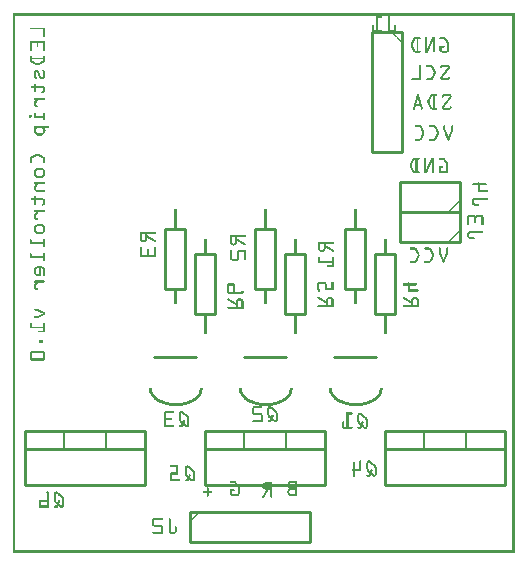
<source format=gbo>
G04 MADE WITH FRITZING*
G04 WWW.FRITZING.ORG*
G04 DOUBLE SIDED*
G04 HOLES PLATED*
G04 CONTOUR ON CENTER OF CONTOUR VECTOR*
%ASAXBY*%
%FSLAX23Y23*%
%MOIN*%
%OFA0B0*%
%SFA1.0B1.0*%
%ADD10C,0.010000*%
%ADD11C,0.005000*%
%ADD12R,0.001000X0.001000*%
%LNSILK0*%
G90*
G70*
G54D10*
X1492Y1138D02*
X1292Y1138D01*
D02*
X1292Y1138D02*
X1292Y1238D01*
D02*
X1292Y1238D02*
X1492Y1238D01*
D02*
X1492Y1238D02*
X1492Y1138D01*
D02*
X1492Y1038D02*
X1292Y1038D01*
D02*
X1292Y1038D02*
X1292Y1138D01*
D02*
X1292Y1138D02*
X1492Y1138D01*
D02*
X1492Y1138D02*
X1492Y1038D01*
D02*
X592Y138D02*
X992Y138D01*
D02*
X992Y138D02*
X992Y38D01*
D02*
X992Y38D02*
X592Y38D01*
D02*
X592Y38D02*
X592Y138D01*
D02*
X1297Y1738D02*
X1297Y1338D01*
D02*
X1297Y1338D02*
X1197Y1338D01*
D02*
X1197Y1338D02*
X1197Y1738D01*
D02*
X1197Y1738D02*
X1297Y1738D01*
D02*
X612Y652D02*
X472Y652D01*
D02*
X912Y652D02*
X772Y652D01*
D02*
X1212Y652D02*
X1072Y652D01*
D02*
X1042Y408D02*
X642Y408D01*
D02*
X642Y408D02*
X642Y228D01*
D02*
X642Y228D02*
X1042Y228D01*
D02*
X1042Y228D02*
X1042Y408D01*
D02*
X1042Y408D02*
X642Y408D01*
D02*
X642Y408D02*
X642Y348D01*
D02*
X642Y348D02*
X1042Y348D01*
D02*
X1042Y348D02*
X1042Y408D01*
G54D11*
D02*
X912Y408D02*
X912Y348D01*
D02*
X772Y408D02*
X772Y348D01*
G54D10*
D02*
X442Y408D02*
X42Y408D01*
D02*
X42Y408D02*
X42Y228D01*
D02*
X42Y228D02*
X442Y228D01*
D02*
X442Y228D02*
X442Y408D01*
D02*
X442Y408D02*
X42Y408D01*
D02*
X42Y408D02*
X42Y348D01*
D02*
X42Y348D02*
X442Y348D01*
D02*
X442Y348D02*
X442Y408D01*
G54D11*
D02*
X312Y408D02*
X312Y348D01*
D02*
X172Y408D02*
X172Y348D01*
G54D10*
D02*
X1642Y408D02*
X1242Y408D01*
D02*
X1242Y408D02*
X1242Y228D01*
D02*
X1242Y228D02*
X1642Y228D01*
D02*
X1642Y228D02*
X1642Y408D01*
D02*
X1642Y408D02*
X1242Y408D01*
D02*
X1242Y408D02*
X1242Y348D01*
D02*
X1242Y348D02*
X1642Y348D01*
D02*
X1642Y348D02*
X1642Y408D01*
G54D11*
D02*
X1512Y408D02*
X1512Y348D01*
D02*
X1372Y408D02*
X1372Y348D01*
G54D10*
D02*
X675Y798D02*
X675Y998D01*
D02*
X675Y998D02*
X609Y998D01*
D02*
X609Y998D02*
X609Y798D01*
D02*
X609Y798D02*
X675Y798D01*
D02*
X975Y798D02*
X975Y998D01*
D02*
X975Y998D02*
X909Y998D01*
D02*
X909Y998D02*
X909Y798D01*
D02*
X909Y798D02*
X975Y798D01*
D02*
X1275Y798D02*
X1275Y998D01*
D02*
X1275Y998D02*
X1209Y998D01*
D02*
X1209Y998D02*
X1209Y798D01*
D02*
X1209Y798D02*
X1275Y798D01*
D02*
X809Y1079D02*
X809Y879D01*
D02*
X809Y879D02*
X875Y879D01*
D02*
X875Y879D02*
X875Y1079D01*
D02*
X875Y1079D02*
X809Y1079D01*
D02*
X509Y1079D02*
X509Y879D01*
D02*
X509Y879D02*
X575Y879D01*
D02*
X575Y879D02*
X575Y1079D01*
D02*
X575Y1079D02*
X509Y1079D01*
D02*
X1109Y1079D02*
X1109Y879D01*
D02*
X1109Y879D02*
X1175Y879D01*
D02*
X1175Y879D02*
X1175Y1079D01*
D02*
X1175Y1079D02*
X1109Y1079D01*
G54D12*
X0Y1798D02*
X1673Y1798D01*
X0Y1797D02*
X1673Y1797D01*
X0Y1796D02*
X1673Y1796D01*
X0Y1795D02*
X1673Y1795D01*
X0Y1794D02*
X1673Y1794D01*
X0Y1793D02*
X1673Y1793D01*
X0Y1792D02*
X1673Y1792D01*
X0Y1791D02*
X1673Y1791D01*
X0Y1790D02*
X7Y1790D01*
X1666Y1790D02*
X1673Y1790D01*
X0Y1789D02*
X7Y1789D01*
X1212Y1789D02*
X1230Y1789D01*
X1253Y1789D02*
X1256Y1789D01*
X1666Y1789D02*
X1673Y1789D01*
X0Y1788D02*
X7Y1788D01*
X1212Y1788D02*
X1231Y1788D01*
X1252Y1788D02*
X1257Y1788D01*
X1666Y1788D02*
X1673Y1788D01*
X0Y1787D02*
X7Y1787D01*
X1212Y1787D02*
X1231Y1787D01*
X1252Y1787D02*
X1257Y1787D01*
X1666Y1787D02*
X1673Y1787D01*
X0Y1786D02*
X7Y1786D01*
X1212Y1786D02*
X1231Y1786D01*
X1252Y1786D02*
X1258Y1786D01*
X1666Y1786D02*
X1673Y1786D01*
X0Y1785D02*
X7Y1785D01*
X1212Y1785D02*
X1231Y1785D01*
X1252Y1785D02*
X1258Y1785D01*
X1666Y1785D02*
X1673Y1785D01*
X0Y1784D02*
X7Y1784D01*
X1212Y1784D02*
X1231Y1784D01*
X1252Y1784D02*
X1258Y1784D01*
X1666Y1784D02*
X1673Y1784D01*
X0Y1783D02*
X7Y1783D01*
X1212Y1783D02*
X1230Y1783D01*
X1252Y1783D02*
X1258Y1783D01*
X1666Y1783D02*
X1673Y1783D01*
X0Y1782D02*
X7Y1782D01*
X1212Y1782D02*
X1218Y1782D01*
X1252Y1782D02*
X1258Y1782D01*
X1666Y1782D02*
X1673Y1782D01*
X0Y1781D02*
X7Y1781D01*
X1212Y1781D02*
X1218Y1781D01*
X1252Y1781D02*
X1258Y1781D01*
X1666Y1781D02*
X1673Y1781D01*
X0Y1780D02*
X7Y1780D01*
X1212Y1780D02*
X1218Y1780D01*
X1252Y1780D02*
X1258Y1780D01*
X1666Y1780D02*
X1673Y1780D01*
X0Y1779D02*
X7Y1779D01*
X1212Y1779D02*
X1218Y1779D01*
X1252Y1779D02*
X1258Y1779D01*
X1666Y1779D02*
X1673Y1779D01*
X0Y1778D02*
X7Y1778D01*
X1212Y1778D02*
X1218Y1778D01*
X1252Y1778D02*
X1258Y1778D01*
X1666Y1778D02*
X1673Y1778D01*
X0Y1777D02*
X7Y1777D01*
X1212Y1777D02*
X1218Y1777D01*
X1252Y1777D02*
X1258Y1777D01*
X1666Y1777D02*
X1673Y1777D01*
X0Y1776D02*
X7Y1776D01*
X1212Y1776D02*
X1218Y1776D01*
X1252Y1776D02*
X1258Y1776D01*
X1666Y1776D02*
X1673Y1776D01*
X0Y1775D02*
X7Y1775D01*
X1212Y1775D02*
X1218Y1775D01*
X1252Y1775D02*
X1258Y1775D01*
X1666Y1775D02*
X1673Y1775D01*
X0Y1774D02*
X7Y1774D01*
X1212Y1774D02*
X1218Y1774D01*
X1252Y1774D02*
X1258Y1774D01*
X1666Y1774D02*
X1673Y1774D01*
X0Y1773D02*
X7Y1773D01*
X1212Y1773D02*
X1218Y1773D01*
X1252Y1773D02*
X1258Y1773D01*
X1666Y1773D02*
X1673Y1773D01*
X0Y1772D02*
X7Y1772D01*
X1212Y1772D02*
X1218Y1772D01*
X1252Y1772D02*
X1258Y1772D01*
X1666Y1772D02*
X1673Y1772D01*
X0Y1771D02*
X7Y1771D01*
X1212Y1771D02*
X1218Y1771D01*
X1252Y1771D02*
X1258Y1771D01*
X1666Y1771D02*
X1673Y1771D01*
X0Y1770D02*
X7Y1770D01*
X1212Y1770D02*
X1218Y1770D01*
X1252Y1770D02*
X1258Y1770D01*
X1666Y1770D02*
X1673Y1770D01*
X0Y1769D02*
X7Y1769D01*
X1212Y1769D02*
X1218Y1769D01*
X1252Y1769D02*
X1258Y1769D01*
X1666Y1769D02*
X1673Y1769D01*
X0Y1768D02*
X7Y1768D01*
X1212Y1768D02*
X1218Y1768D01*
X1252Y1768D02*
X1258Y1768D01*
X1666Y1768D02*
X1673Y1768D01*
X0Y1767D02*
X7Y1767D01*
X1212Y1767D02*
X1218Y1767D01*
X1252Y1767D02*
X1258Y1767D01*
X1666Y1767D02*
X1673Y1767D01*
X0Y1766D02*
X7Y1766D01*
X1212Y1766D02*
X1218Y1766D01*
X1252Y1766D02*
X1258Y1766D01*
X1666Y1766D02*
X1673Y1766D01*
X0Y1765D02*
X7Y1765D01*
X1212Y1765D02*
X1218Y1765D01*
X1252Y1765D02*
X1258Y1765D01*
X1666Y1765D02*
X1673Y1765D01*
X0Y1764D02*
X7Y1764D01*
X1212Y1764D02*
X1218Y1764D01*
X1252Y1764D02*
X1258Y1764D01*
X1666Y1764D02*
X1673Y1764D01*
X0Y1763D02*
X7Y1763D01*
X1212Y1763D02*
X1218Y1763D01*
X1252Y1763D02*
X1258Y1763D01*
X1666Y1763D02*
X1673Y1763D01*
X0Y1762D02*
X7Y1762D01*
X1212Y1762D02*
X1218Y1762D01*
X1252Y1762D02*
X1258Y1762D01*
X1666Y1762D02*
X1673Y1762D01*
X0Y1761D02*
X7Y1761D01*
X1212Y1761D02*
X1218Y1761D01*
X1252Y1761D02*
X1258Y1761D01*
X1666Y1761D02*
X1673Y1761D01*
X0Y1760D02*
X7Y1760D01*
X1201Y1760D02*
X1201Y1760D01*
X1212Y1760D02*
X1218Y1760D01*
X1252Y1760D02*
X1258Y1760D01*
X1275Y1760D02*
X1275Y1760D01*
X1666Y1760D02*
X1673Y1760D01*
X0Y1759D02*
X7Y1759D01*
X1199Y1759D02*
X1203Y1759D01*
X1212Y1759D02*
X1218Y1759D01*
X1252Y1759D02*
X1258Y1759D01*
X1273Y1759D02*
X1277Y1759D01*
X1666Y1759D02*
X1673Y1759D01*
X0Y1758D02*
X7Y1758D01*
X1198Y1758D02*
X1204Y1758D01*
X1212Y1758D02*
X1218Y1758D01*
X1252Y1758D02*
X1258Y1758D01*
X1273Y1758D02*
X1278Y1758D01*
X1666Y1758D02*
X1673Y1758D01*
X0Y1757D02*
X7Y1757D01*
X1198Y1757D02*
X1204Y1757D01*
X1212Y1757D02*
X1218Y1757D01*
X1252Y1757D02*
X1258Y1757D01*
X1272Y1757D02*
X1278Y1757D01*
X1666Y1757D02*
X1673Y1757D01*
X0Y1756D02*
X7Y1756D01*
X1198Y1756D02*
X1204Y1756D01*
X1212Y1756D02*
X1218Y1756D01*
X1252Y1756D02*
X1258Y1756D01*
X1272Y1756D02*
X1278Y1756D01*
X1666Y1756D02*
X1673Y1756D01*
X0Y1755D02*
X7Y1755D01*
X1198Y1755D02*
X1204Y1755D01*
X1212Y1755D02*
X1218Y1755D01*
X1252Y1755D02*
X1258Y1755D01*
X1272Y1755D02*
X1278Y1755D01*
X1666Y1755D02*
X1673Y1755D01*
X0Y1754D02*
X7Y1754D01*
X1198Y1754D02*
X1204Y1754D01*
X1212Y1754D02*
X1218Y1754D01*
X1252Y1754D02*
X1258Y1754D01*
X1272Y1754D02*
X1278Y1754D01*
X1666Y1754D02*
X1673Y1754D01*
X0Y1753D02*
X7Y1753D01*
X1198Y1753D02*
X1204Y1753D01*
X1212Y1753D02*
X1218Y1753D01*
X1252Y1753D02*
X1258Y1753D01*
X1272Y1753D02*
X1278Y1753D01*
X1666Y1753D02*
X1673Y1753D01*
X0Y1752D02*
X7Y1752D01*
X1198Y1752D02*
X1204Y1752D01*
X1212Y1752D02*
X1218Y1752D01*
X1252Y1752D02*
X1258Y1752D01*
X1272Y1752D02*
X1278Y1752D01*
X1666Y1752D02*
X1673Y1752D01*
X0Y1751D02*
X7Y1751D01*
X59Y1751D02*
X107Y1751D01*
X1198Y1751D02*
X1204Y1751D01*
X1212Y1751D02*
X1218Y1751D01*
X1252Y1751D02*
X1258Y1751D01*
X1272Y1751D02*
X1278Y1751D01*
X1666Y1751D02*
X1673Y1751D01*
X0Y1750D02*
X7Y1750D01*
X58Y1750D02*
X107Y1750D01*
X1198Y1750D02*
X1204Y1750D01*
X1212Y1750D02*
X1218Y1750D01*
X1252Y1750D02*
X1258Y1750D01*
X1272Y1750D02*
X1278Y1750D01*
X1666Y1750D02*
X1673Y1750D01*
X0Y1749D02*
X7Y1749D01*
X58Y1749D02*
X107Y1749D01*
X1198Y1749D02*
X1204Y1749D01*
X1212Y1749D02*
X1218Y1749D01*
X1252Y1749D02*
X1258Y1749D01*
X1272Y1749D02*
X1278Y1749D01*
X1666Y1749D02*
X1673Y1749D01*
X0Y1748D02*
X7Y1748D01*
X58Y1748D02*
X107Y1748D01*
X1198Y1748D02*
X1204Y1748D01*
X1212Y1748D02*
X1218Y1748D01*
X1252Y1748D02*
X1258Y1748D01*
X1272Y1748D02*
X1278Y1748D01*
X1666Y1748D02*
X1673Y1748D01*
X0Y1747D02*
X7Y1747D01*
X58Y1747D02*
X107Y1747D01*
X1198Y1747D02*
X1204Y1747D01*
X1212Y1747D02*
X1218Y1747D01*
X1252Y1747D02*
X1258Y1747D01*
X1272Y1747D02*
X1278Y1747D01*
X1666Y1747D02*
X1673Y1747D01*
X0Y1746D02*
X7Y1746D01*
X59Y1746D02*
X107Y1746D01*
X1198Y1746D02*
X1204Y1746D01*
X1212Y1746D02*
X1218Y1746D01*
X1252Y1746D02*
X1258Y1746D01*
X1272Y1746D02*
X1278Y1746D01*
X1666Y1746D02*
X1673Y1746D01*
X0Y1745D02*
X7Y1745D01*
X102Y1745D02*
X107Y1745D01*
X1198Y1745D02*
X1204Y1745D01*
X1212Y1745D02*
X1218Y1745D01*
X1252Y1745D02*
X1258Y1745D01*
X1272Y1745D02*
X1278Y1745D01*
X1666Y1745D02*
X1673Y1745D01*
X0Y1744D02*
X7Y1744D01*
X102Y1744D02*
X107Y1744D01*
X1198Y1744D02*
X1204Y1744D01*
X1212Y1744D02*
X1218Y1744D01*
X1252Y1744D02*
X1258Y1744D01*
X1272Y1744D02*
X1278Y1744D01*
X1666Y1744D02*
X1673Y1744D01*
X0Y1743D02*
X7Y1743D01*
X102Y1743D02*
X107Y1743D01*
X1198Y1743D02*
X1204Y1743D01*
X1212Y1743D02*
X1218Y1743D01*
X1252Y1743D02*
X1259Y1743D01*
X1270Y1743D02*
X1278Y1743D01*
X1666Y1743D02*
X1673Y1743D01*
X0Y1742D02*
X7Y1742D01*
X102Y1742D02*
X107Y1742D01*
X1198Y1742D02*
X1230Y1742D01*
X1252Y1742D02*
X1277Y1742D01*
X1666Y1742D02*
X1673Y1742D01*
X0Y1741D02*
X7Y1741D01*
X102Y1741D02*
X107Y1741D01*
X1198Y1741D02*
X1231Y1741D01*
X1253Y1741D02*
X1277Y1741D01*
X1666Y1741D02*
X1673Y1741D01*
X0Y1740D02*
X7Y1740D01*
X102Y1740D02*
X107Y1740D01*
X1198Y1740D02*
X1231Y1740D01*
X1253Y1740D02*
X1276Y1740D01*
X1666Y1740D02*
X1673Y1740D01*
X0Y1739D02*
X7Y1739D01*
X102Y1739D02*
X107Y1739D01*
X1198Y1739D02*
X1231Y1739D01*
X1254Y1739D02*
X1276Y1739D01*
X1666Y1739D02*
X1673Y1739D01*
X0Y1738D02*
X7Y1738D01*
X102Y1738D02*
X107Y1738D01*
X1198Y1738D02*
X1231Y1738D01*
X1255Y1738D02*
X1274Y1738D01*
X1666Y1738D02*
X1673Y1738D01*
X0Y1737D02*
X7Y1737D01*
X102Y1737D02*
X107Y1737D01*
X1199Y1737D02*
X1231Y1737D01*
X1257Y1737D02*
X1273Y1737D01*
X1666Y1737D02*
X1673Y1737D01*
X0Y1736D02*
X7Y1736D01*
X102Y1736D02*
X107Y1736D01*
X1200Y1736D02*
X1230Y1736D01*
X1259Y1736D02*
X1271Y1736D01*
X1666Y1736D02*
X1673Y1736D01*
X0Y1735D02*
X7Y1735D01*
X102Y1735D02*
X107Y1735D01*
X1262Y1735D02*
X1268Y1735D01*
X1666Y1735D02*
X1673Y1735D01*
X0Y1734D02*
X7Y1734D01*
X102Y1734D02*
X107Y1734D01*
X1263Y1734D02*
X1269Y1734D01*
X1666Y1734D02*
X1673Y1734D01*
X0Y1733D02*
X7Y1733D01*
X102Y1733D02*
X107Y1733D01*
X1264Y1733D02*
X1270Y1733D01*
X1666Y1733D02*
X1673Y1733D01*
X0Y1732D02*
X7Y1732D01*
X102Y1732D02*
X107Y1732D01*
X1265Y1732D02*
X1271Y1732D01*
X1666Y1732D02*
X1673Y1732D01*
X0Y1731D02*
X7Y1731D01*
X102Y1731D02*
X107Y1731D01*
X1266Y1731D02*
X1272Y1731D01*
X1666Y1731D02*
X1673Y1731D01*
X0Y1730D02*
X7Y1730D01*
X102Y1730D02*
X107Y1730D01*
X1267Y1730D02*
X1273Y1730D01*
X1666Y1730D02*
X1673Y1730D01*
X0Y1729D02*
X7Y1729D01*
X102Y1729D02*
X107Y1729D01*
X1268Y1729D02*
X1274Y1729D01*
X1666Y1729D02*
X1673Y1729D01*
X0Y1728D02*
X7Y1728D01*
X102Y1728D02*
X107Y1728D01*
X1269Y1728D02*
X1275Y1728D01*
X1666Y1728D02*
X1673Y1728D01*
X0Y1727D02*
X7Y1727D01*
X102Y1727D02*
X107Y1727D01*
X1270Y1727D02*
X1276Y1727D01*
X1666Y1727D02*
X1673Y1727D01*
X0Y1726D02*
X7Y1726D01*
X102Y1726D02*
X107Y1726D01*
X1271Y1726D02*
X1277Y1726D01*
X1666Y1726D02*
X1673Y1726D01*
X0Y1725D02*
X7Y1725D01*
X102Y1725D02*
X107Y1725D01*
X1272Y1725D02*
X1278Y1725D01*
X1666Y1725D02*
X1673Y1725D01*
X0Y1724D02*
X7Y1724D01*
X102Y1724D02*
X107Y1724D01*
X1273Y1724D02*
X1279Y1724D01*
X1666Y1724D02*
X1673Y1724D01*
X0Y1723D02*
X7Y1723D01*
X102Y1723D02*
X107Y1723D01*
X1275Y1723D02*
X1280Y1723D01*
X1666Y1723D02*
X1673Y1723D01*
X0Y1722D02*
X7Y1722D01*
X102Y1722D02*
X107Y1722D01*
X1276Y1722D02*
X1281Y1722D01*
X1666Y1722D02*
X1673Y1722D01*
X0Y1721D02*
X7Y1721D01*
X102Y1721D02*
X107Y1721D01*
X1277Y1721D02*
X1282Y1721D01*
X1666Y1721D02*
X1673Y1721D01*
X0Y1720D02*
X7Y1720D01*
X104Y1720D02*
X105Y1720D01*
X1278Y1720D02*
X1283Y1720D01*
X1666Y1720D02*
X1673Y1720D01*
X0Y1719D02*
X7Y1719D01*
X1279Y1719D02*
X1284Y1719D01*
X1341Y1719D02*
X1357Y1719D01*
X1376Y1719D02*
X1379Y1719D01*
X1399Y1719D02*
X1407Y1719D01*
X1424Y1719D02*
X1439Y1719D01*
X1666Y1719D02*
X1673Y1719D01*
X0Y1718D02*
X7Y1718D01*
X1280Y1718D02*
X1285Y1718D01*
X1339Y1718D02*
X1358Y1718D01*
X1375Y1718D02*
X1380Y1718D01*
X1398Y1718D02*
X1407Y1718D01*
X1424Y1718D02*
X1441Y1718D01*
X1666Y1718D02*
X1673Y1718D01*
X0Y1717D02*
X7Y1717D01*
X1281Y1717D02*
X1286Y1717D01*
X1338Y1717D02*
X1359Y1717D01*
X1375Y1717D02*
X1380Y1717D01*
X1398Y1717D02*
X1407Y1717D01*
X1423Y1717D02*
X1442Y1717D01*
X1666Y1717D02*
X1673Y1717D01*
X0Y1716D02*
X7Y1716D01*
X1281Y1716D02*
X1287Y1716D01*
X1337Y1716D02*
X1359Y1716D01*
X1375Y1716D02*
X1381Y1716D01*
X1398Y1716D02*
X1407Y1716D01*
X1423Y1716D02*
X1443Y1716D01*
X1666Y1716D02*
X1673Y1716D01*
X0Y1715D02*
X7Y1715D01*
X1282Y1715D02*
X1288Y1715D01*
X1336Y1715D02*
X1359Y1715D01*
X1375Y1715D02*
X1381Y1715D01*
X1397Y1715D02*
X1407Y1715D01*
X1423Y1715D02*
X1444Y1715D01*
X1666Y1715D02*
X1673Y1715D01*
X0Y1714D02*
X7Y1714D01*
X1283Y1714D02*
X1289Y1714D01*
X1335Y1714D02*
X1358Y1714D01*
X1375Y1714D02*
X1381Y1714D01*
X1397Y1714D02*
X1407Y1714D01*
X1424Y1714D02*
X1445Y1714D01*
X1666Y1714D02*
X1673Y1714D01*
X0Y1713D02*
X7Y1713D01*
X1284Y1713D02*
X1290Y1713D01*
X1335Y1713D02*
X1356Y1713D01*
X1375Y1713D02*
X1381Y1713D01*
X1396Y1713D02*
X1407Y1713D01*
X1426Y1713D02*
X1445Y1713D01*
X1666Y1713D02*
X1673Y1713D01*
X0Y1712D02*
X7Y1712D01*
X1285Y1712D02*
X1291Y1712D01*
X1334Y1712D02*
X1341Y1712D01*
X1347Y1712D02*
X1352Y1712D01*
X1375Y1712D02*
X1381Y1712D01*
X1396Y1712D02*
X1407Y1712D01*
X1439Y1712D02*
X1446Y1712D01*
X1666Y1712D02*
X1673Y1712D01*
X0Y1711D02*
X7Y1711D01*
X1286Y1711D02*
X1292Y1711D01*
X1334Y1711D02*
X1340Y1711D01*
X1347Y1711D02*
X1352Y1711D01*
X1375Y1711D02*
X1381Y1711D01*
X1395Y1711D02*
X1407Y1711D01*
X1439Y1711D02*
X1447Y1711D01*
X1666Y1711D02*
X1673Y1711D01*
X0Y1710D02*
X7Y1710D01*
X1287Y1710D02*
X1293Y1710D01*
X1333Y1710D02*
X1340Y1710D01*
X1347Y1710D02*
X1352Y1710D01*
X1375Y1710D02*
X1381Y1710D01*
X1395Y1710D02*
X1407Y1710D01*
X1440Y1710D02*
X1448Y1710D01*
X1666Y1710D02*
X1673Y1710D01*
X0Y1709D02*
X7Y1709D01*
X1288Y1709D02*
X1294Y1709D01*
X1333Y1709D02*
X1339Y1709D01*
X1347Y1709D02*
X1352Y1709D01*
X1375Y1709D02*
X1381Y1709D01*
X1395Y1709D02*
X1407Y1709D01*
X1441Y1709D02*
X1449Y1709D01*
X1666Y1709D02*
X1673Y1709D01*
X0Y1708D02*
X7Y1708D01*
X1289Y1708D02*
X1295Y1708D01*
X1332Y1708D02*
X1339Y1708D01*
X1347Y1708D02*
X1352Y1708D01*
X1375Y1708D02*
X1381Y1708D01*
X1394Y1708D02*
X1407Y1708D01*
X1442Y1708D02*
X1449Y1708D01*
X1666Y1708D02*
X1673Y1708D01*
X0Y1707D02*
X7Y1707D01*
X1290Y1707D02*
X1296Y1707D01*
X1332Y1707D02*
X1338Y1707D01*
X1347Y1707D02*
X1352Y1707D01*
X1375Y1707D02*
X1381Y1707D01*
X1394Y1707D02*
X1407Y1707D01*
X1443Y1707D02*
X1450Y1707D01*
X1666Y1707D02*
X1673Y1707D01*
X0Y1706D02*
X7Y1706D01*
X1291Y1706D02*
X1297Y1706D01*
X1331Y1706D02*
X1338Y1706D01*
X1347Y1706D02*
X1352Y1706D01*
X1375Y1706D02*
X1381Y1706D01*
X1393Y1706D02*
X1407Y1706D01*
X1443Y1706D02*
X1451Y1706D01*
X1666Y1706D02*
X1673Y1706D01*
X0Y1705D02*
X7Y1705D01*
X58Y1705D02*
X107Y1705D01*
X1292Y1705D02*
X1297Y1705D01*
X1331Y1705D02*
X1337Y1705D01*
X1347Y1705D02*
X1352Y1705D01*
X1375Y1705D02*
X1381Y1705D01*
X1393Y1705D02*
X1399Y1705D01*
X1401Y1705D02*
X1407Y1705D01*
X1444Y1705D02*
X1452Y1705D01*
X1666Y1705D02*
X1673Y1705D01*
X0Y1704D02*
X7Y1704D01*
X58Y1704D02*
X107Y1704D01*
X1293Y1704D02*
X1296Y1704D01*
X1330Y1704D02*
X1337Y1704D01*
X1347Y1704D02*
X1352Y1704D01*
X1375Y1704D02*
X1381Y1704D01*
X1392Y1704D02*
X1399Y1704D01*
X1401Y1704D02*
X1407Y1704D01*
X1445Y1704D02*
X1452Y1704D01*
X1666Y1704D02*
X1673Y1704D01*
X0Y1703D02*
X7Y1703D01*
X58Y1703D02*
X107Y1703D01*
X1294Y1703D02*
X1295Y1703D01*
X1330Y1703D02*
X1336Y1703D01*
X1347Y1703D02*
X1352Y1703D01*
X1375Y1703D02*
X1381Y1703D01*
X1392Y1703D02*
X1398Y1703D01*
X1401Y1703D02*
X1407Y1703D01*
X1446Y1703D02*
X1453Y1703D01*
X1666Y1703D02*
X1673Y1703D01*
X0Y1702D02*
X7Y1702D01*
X58Y1702D02*
X107Y1702D01*
X1329Y1702D02*
X1336Y1702D01*
X1347Y1702D02*
X1352Y1702D01*
X1375Y1702D02*
X1381Y1702D01*
X1391Y1702D02*
X1398Y1702D01*
X1401Y1702D02*
X1407Y1702D01*
X1446Y1702D02*
X1454Y1702D01*
X1666Y1702D02*
X1673Y1702D01*
X0Y1701D02*
X7Y1701D01*
X58Y1701D02*
X107Y1701D01*
X1329Y1701D02*
X1335Y1701D01*
X1347Y1701D02*
X1352Y1701D01*
X1375Y1701D02*
X1381Y1701D01*
X1391Y1701D02*
X1397Y1701D01*
X1401Y1701D02*
X1407Y1701D01*
X1447Y1701D02*
X1454Y1701D01*
X1666Y1701D02*
X1673Y1701D01*
X0Y1700D02*
X7Y1700D01*
X58Y1700D02*
X107Y1700D01*
X1328Y1700D02*
X1335Y1700D01*
X1347Y1700D02*
X1352Y1700D01*
X1375Y1700D02*
X1381Y1700D01*
X1391Y1700D02*
X1397Y1700D01*
X1401Y1700D02*
X1407Y1700D01*
X1448Y1700D02*
X1454Y1700D01*
X1666Y1700D02*
X1673Y1700D01*
X0Y1699D02*
X7Y1699D01*
X58Y1699D02*
X107Y1699D01*
X1328Y1699D02*
X1334Y1699D01*
X1347Y1699D02*
X1352Y1699D01*
X1375Y1699D02*
X1381Y1699D01*
X1390Y1699D02*
X1397Y1699D01*
X1401Y1699D02*
X1407Y1699D01*
X1449Y1699D02*
X1455Y1699D01*
X1666Y1699D02*
X1673Y1699D01*
X0Y1698D02*
X7Y1698D01*
X58Y1698D02*
X63Y1698D01*
X80Y1698D02*
X85Y1698D01*
X102Y1698D02*
X107Y1698D01*
X1328Y1698D02*
X1334Y1698D01*
X1347Y1698D02*
X1352Y1698D01*
X1375Y1698D02*
X1381Y1698D01*
X1390Y1698D02*
X1396Y1698D01*
X1401Y1698D02*
X1407Y1698D01*
X1449Y1698D02*
X1455Y1698D01*
X1666Y1698D02*
X1673Y1698D01*
X0Y1697D02*
X7Y1697D01*
X58Y1697D02*
X63Y1697D01*
X80Y1697D02*
X85Y1697D01*
X102Y1697D02*
X107Y1697D01*
X1327Y1697D02*
X1333Y1697D01*
X1347Y1697D02*
X1352Y1697D01*
X1375Y1697D02*
X1381Y1697D01*
X1389Y1697D02*
X1396Y1697D01*
X1401Y1697D02*
X1407Y1697D01*
X1449Y1697D02*
X1455Y1697D01*
X1666Y1697D02*
X1673Y1697D01*
X0Y1696D02*
X7Y1696D01*
X58Y1696D02*
X63Y1696D01*
X80Y1696D02*
X85Y1696D01*
X102Y1696D02*
X107Y1696D01*
X1327Y1696D02*
X1333Y1696D01*
X1347Y1696D02*
X1352Y1696D01*
X1375Y1696D02*
X1381Y1696D01*
X1389Y1696D02*
X1395Y1696D01*
X1401Y1696D02*
X1407Y1696D01*
X1449Y1696D02*
X1455Y1696D01*
X1666Y1696D02*
X1673Y1696D01*
X0Y1695D02*
X7Y1695D01*
X58Y1695D02*
X63Y1695D01*
X80Y1695D02*
X85Y1695D01*
X102Y1695D02*
X107Y1695D01*
X1327Y1695D02*
X1333Y1695D01*
X1347Y1695D02*
X1352Y1695D01*
X1375Y1695D02*
X1381Y1695D01*
X1388Y1695D02*
X1395Y1695D01*
X1401Y1695D02*
X1407Y1695D01*
X1449Y1695D02*
X1455Y1695D01*
X1666Y1695D02*
X1673Y1695D01*
X0Y1694D02*
X7Y1694D01*
X58Y1694D02*
X63Y1694D01*
X80Y1694D02*
X85Y1694D01*
X102Y1694D02*
X107Y1694D01*
X1327Y1694D02*
X1333Y1694D01*
X1347Y1694D02*
X1352Y1694D01*
X1375Y1694D02*
X1381Y1694D01*
X1388Y1694D02*
X1394Y1694D01*
X1401Y1694D02*
X1407Y1694D01*
X1449Y1694D02*
X1455Y1694D01*
X1666Y1694D02*
X1673Y1694D01*
X0Y1693D02*
X7Y1693D01*
X58Y1693D02*
X63Y1693D01*
X80Y1693D02*
X85Y1693D01*
X102Y1693D02*
X107Y1693D01*
X1327Y1693D02*
X1333Y1693D01*
X1347Y1693D02*
X1352Y1693D01*
X1375Y1693D02*
X1381Y1693D01*
X1387Y1693D02*
X1394Y1693D01*
X1401Y1693D02*
X1407Y1693D01*
X1449Y1693D02*
X1455Y1693D01*
X1666Y1693D02*
X1673Y1693D01*
X0Y1692D02*
X7Y1692D01*
X58Y1692D02*
X63Y1692D01*
X80Y1692D02*
X85Y1692D01*
X102Y1692D02*
X107Y1692D01*
X1327Y1692D02*
X1333Y1692D01*
X1347Y1692D02*
X1352Y1692D01*
X1375Y1692D02*
X1381Y1692D01*
X1387Y1692D02*
X1393Y1692D01*
X1401Y1692D02*
X1407Y1692D01*
X1449Y1692D02*
X1455Y1692D01*
X1666Y1692D02*
X1673Y1692D01*
X0Y1691D02*
X7Y1691D01*
X58Y1691D02*
X63Y1691D01*
X80Y1691D02*
X85Y1691D01*
X102Y1691D02*
X107Y1691D01*
X1327Y1691D02*
X1333Y1691D01*
X1347Y1691D02*
X1352Y1691D01*
X1375Y1691D02*
X1381Y1691D01*
X1387Y1691D02*
X1393Y1691D01*
X1401Y1691D02*
X1407Y1691D01*
X1423Y1691D02*
X1437Y1691D01*
X1449Y1691D02*
X1455Y1691D01*
X1666Y1691D02*
X1673Y1691D01*
X0Y1690D02*
X7Y1690D01*
X58Y1690D02*
X63Y1690D01*
X80Y1690D02*
X85Y1690D01*
X102Y1690D02*
X107Y1690D01*
X1327Y1690D02*
X1333Y1690D01*
X1347Y1690D02*
X1352Y1690D01*
X1375Y1690D02*
X1381Y1690D01*
X1386Y1690D02*
X1393Y1690D01*
X1401Y1690D02*
X1407Y1690D01*
X1423Y1690D02*
X1438Y1690D01*
X1449Y1690D02*
X1455Y1690D01*
X1666Y1690D02*
X1673Y1690D01*
X0Y1689D02*
X7Y1689D01*
X58Y1689D02*
X63Y1689D01*
X80Y1689D02*
X85Y1689D01*
X102Y1689D02*
X107Y1689D01*
X1328Y1689D02*
X1334Y1689D01*
X1347Y1689D02*
X1352Y1689D01*
X1375Y1689D02*
X1381Y1689D01*
X1386Y1689D02*
X1392Y1689D01*
X1401Y1689D02*
X1407Y1689D01*
X1423Y1689D02*
X1438Y1689D01*
X1449Y1689D02*
X1455Y1689D01*
X1666Y1689D02*
X1673Y1689D01*
X0Y1688D02*
X7Y1688D01*
X58Y1688D02*
X63Y1688D01*
X80Y1688D02*
X85Y1688D01*
X102Y1688D02*
X107Y1688D01*
X1328Y1688D02*
X1334Y1688D01*
X1347Y1688D02*
X1352Y1688D01*
X1375Y1688D02*
X1381Y1688D01*
X1385Y1688D02*
X1392Y1688D01*
X1401Y1688D02*
X1407Y1688D01*
X1423Y1688D02*
X1439Y1688D01*
X1449Y1688D02*
X1455Y1688D01*
X1666Y1688D02*
X1673Y1688D01*
X0Y1687D02*
X7Y1687D01*
X58Y1687D02*
X63Y1687D01*
X80Y1687D02*
X85Y1687D01*
X102Y1687D02*
X107Y1687D01*
X1328Y1687D02*
X1335Y1687D01*
X1347Y1687D02*
X1352Y1687D01*
X1375Y1687D02*
X1381Y1687D01*
X1385Y1687D02*
X1391Y1687D01*
X1401Y1687D02*
X1407Y1687D01*
X1423Y1687D02*
X1438Y1687D01*
X1449Y1687D02*
X1455Y1687D01*
X1666Y1687D02*
X1673Y1687D01*
X0Y1686D02*
X7Y1686D01*
X58Y1686D02*
X63Y1686D01*
X82Y1686D02*
X83Y1686D01*
X102Y1686D02*
X107Y1686D01*
X1329Y1686D02*
X1335Y1686D01*
X1347Y1686D02*
X1352Y1686D01*
X1375Y1686D02*
X1381Y1686D01*
X1384Y1686D02*
X1391Y1686D01*
X1401Y1686D02*
X1407Y1686D01*
X1423Y1686D02*
X1438Y1686D01*
X1449Y1686D02*
X1455Y1686D01*
X1666Y1686D02*
X1673Y1686D01*
X0Y1685D02*
X7Y1685D01*
X58Y1685D02*
X63Y1685D01*
X102Y1685D02*
X107Y1685D01*
X1329Y1685D02*
X1336Y1685D01*
X1347Y1685D02*
X1352Y1685D01*
X1375Y1685D02*
X1381Y1685D01*
X1384Y1685D02*
X1390Y1685D01*
X1401Y1685D02*
X1407Y1685D01*
X1423Y1685D02*
X1436Y1685D01*
X1449Y1685D02*
X1455Y1685D01*
X1666Y1685D02*
X1673Y1685D01*
X0Y1684D02*
X7Y1684D01*
X58Y1684D02*
X63Y1684D01*
X102Y1684D02*
X107Y1684D01*
X1330Y1684D02*
X1336Y1684D01*
X1347Y1684D02*
X1352Y1684D01*
X1375Y1684D02*
X1381Y1684D01*
X1384Y1684D02*
X1390Y1684D01*
X1401Y1684D02*
X1407Y1684D01*
X1423Y1684D02*
X1429Y1684D01*
X1449Y1684D02*
X1455Y1684D01*
X1666Y1684D02*
X1673Y1684D01*
X0Y1683D02*
X7Y1683D01*
X58Y1683D02*
X63Y1683D01*
X102Y1683D02*
X107Y1683D01*
X1330Y1683D02*
X1337Y1683D01*
X1347Y1683D02*
X1352Y1683D01*
X1375Y1683D02*
X1381Y1683D01*
X1383Y1683D02*
X1389Y1683D01*
X1401Y1683D02*
X1407Y1683D01*
X1423Y1683D02*
X1429Y1683D01*
X1449Y1683D02*
X1455Y1683D01*
X1666Y1683D02*
X1673Y1683D01*
X0Y1682D02*
X7Y1682D01*
X58Y1682D02*
X63Y1682D01*
X102Y1682D02*
X107Y1682D01*
X1331Y1682D02*
X1337Y1682D01*
X1347Y1682D02*
X1352Y1682D01*
X1375Y1682D02*
X1381Y1682D01*
X1383Y1682D02*
X1389Y1682D01*
X1401Y1682D02*
X1407Y1682D01*
X1423Y1682D02*
X1429Y1682D01*
X1449Y1682D02*
X1455Y1682D01*
X1666Y1682D02*
X1673Y1682D01*
X0Y1681D02*
X7Y1681D01*
X58Y1681D02*
X63Y1681D01*
X102Y1681D02*
X107Y1681D01*
X1331Y1681D02*
X1338Y1681D01*
X1347Y1681D02*
X1352Y1681D01*
X1375Y1681D02*
X1389Y1681D01*
X1401Y1681D02*
X1407Y1681D01*
X1423Y1681D02*
X1429Y1681D01*
X1449Y1681D02*
X1455Y1681D01*
X1666Y1681D02*
X1673Y1681D01*
X0Y1680D02*
X7Y1680D01*
X58Y1680D02*
X63Y1680D01*
X102Y1680D02*
X107Y1680D01*
X1332Y1680D02*
X1338Y1680D01*
X1347Y1680D02*
X1352Y1680D01*
X1375Y1680D02*
X1388Y1680D01*
X1401Y1680D02*
X1407Y1680D01*
X1423Y1680D02*
X1429Y1680D01*
X1449Y1680D02*
X1455Y1680D01*
X1666Y1680D02*
X1673Y1680D01*
X0Y1679D02*
X7Y1679D01*
X58Y1679D02*
X63Y1679D01*
X102Y1679D02*
X107Y1679D01*
X1332Y1679D02*
X1339Y1679D01*
X1347Y1679D02*
X1352Y1679D01*
X1375Y1679D02*
X1388Y1679D01*
X1401Y1679D02*
X1407Y1679D01*
X1423Y1679D02*
X1429Y1679D01*
X1449Y1679D02*
X1455Y1679D01*
X1666Y1679D02*
X1673Y1679D01*
X0Y1678D02*
X7Y1678D01*
X58Y1678D02*
X63Y1678D01*
X102Y1678D02*
X107Y1678D01*
X1333Y1678D02*
X1339Y1678D01*
X1347Y1678D02*
X1352Y1678D01*
X1375Y1678D02*
X1387Y1678D01*
X1401Y1678D02*
X1407Y1678D01*
X1423Y1678D02*
X1429Y1678D01*
X1449Y1678D02*
X1455Y1678D01*
X1666Y1678D02*
X1673Y1678D01*
X0Y1677D02*
X7Y1677D01*
X58Y1677D02*
X63Y1677D01*
X102Y1677D02*
X107Y1677D01*
X1333Y1677D02*
X1340Y1677D01*
X1347Y1677D02*
X1352Y1677D01*
X1375Y1677D02*
X1387Y1677D01*
X1401Y1677D02*
X1407Y1677D01*
X1423Y1677D02*
X1429Y1677D01*
X1449Y1677D02*
X1455Y1677D01*
X1666Y1677D02*
X1673Y1677D01*
X0Y1676D02*
X7Y1676D01*
X58Y1676D02*
X63Y1676D01*
X102Y1676D02*
X107Y1676D01*
X1334Y1676D02*
X1341Y1676D01*
X1347Y1676D02*
X1352Y1676D01*
X1375Y1676D02*
X1386Y1676D01*
X1401Y1676D02*
X1407Y1676D01*
X1423Y1676D02*
X1429Y1676D01*
X1449Y1676D02*
X1455Y1676D01*
X1666Y1676D02*
X1673Y1676D01*
X0Y1675D02*
X7Y1675D01*
X58Y1675D02*
X63Y1675D01*
X102Y1675D02*
X107Y1675D01*
X1334Y1675D02*
X1342Y1675D01*
X1347Y1675D02*
X1352Y1675D01*
X1375Y1675D02*
X1386Y1675D01*
X1401Y1675D02*
X1407Y1675D01*
X1423Y1675D02*
X1430Y1675D01*
X1448Y1675D02*
X1455Y1675D01*
X1666Y1675D02*
X1673Y1675D01*
X0Y1674D02*
X7Y1674D01*
X59Y1674D02*
X62Y1674D01*
X103Y1674D02*
X107Y1674D01*
X1335Y1674D02*
X1357Y1674D01*
X1375Y1674D02*
X1386Y1674D01*
X1401Y1674D02*
X1407Y1674D01*
X1424Y1674D02*
X1454Y1674D01*
X1666Y1674D02*
X1673Y1674D01*
X0Y1673D02*
X7Y1673D01*
X60Y1673D02*
X61Y1673D01*
X104Y1673D02*
X105Y1673D01*
X1335Y1673D02*
X1358Y1673D01*
X1375Y1673D02*
X1385Y1673D01*
X1401Y1673D02*
X1407Y1673D01*
X1424Y1673D02*
X1454Y1673D01*
X1666Y1673D02*
X1673Y1673D01*
X0Y1672D02*
X7Y1672D01*
X1336Y1672D02*
X1359Y1672D01*
X1375Y1672D02*
X1385Y1672D01*
X1401Y1672D02*
X1407Y1672D01*
X1425Y1672D02*
X1453Y1672D01*
X1666Y1672D02*
X1673Y1672D01*
X0Y1671D02*
X7Y1671D01*
X1337Y1671D02*
X1359Y1671D01*
X1375Y1671D02*
X1384Y1671D01*
X1401Y1671D02*
X1407Y1671D01*
X1426Y1671D02*
X1452Y1671D01*
X1666Y1671D02*
X1673Y1671D01*
X0Y1670D02*
X7Y1670D01*
X1338Y1670D02*
X1359Y1670D01*
X1375Y1670D02*
X1384Y1670D01*
X1402Y1670D02*
X1407Y1670D01*
X1427Y1670D02*
X1451Y1670D01*
X1666Y1670D02*
X1673Y1670D01*
X0Y1669D02*
X7Y1669D01*
X1340Y1669D02*
X1358Y1669D01*
X1375Y1669D02*
X1383Y1669D01*
X1402Y1669D02*
X1406Y1669D01*
X1428Y1669D02*
X1450Y1669D01*
X1666Y1669D02*
X1673Y1669D01*
X0Y1668D02*
X7Y1668D01*
X1343Y1668D02*
X1357Y1668D01*
X1375Y1668D02*
X1383Y1668D01*
X1404Y1668D02*
X1405Y1668D01*
X1431Y1668D02*
X1447Y1668D01*
X1666Y1668D02*
X1673Y1668D01*
X0Y1667D02*
X7Y1667D01*
X1666Y1667D02*
X1673Y1667D01*
X0Y1666D02*
X7Y1666D01*
X1666Y1666D02*
X1673Y1666D01*
X0Y1665D02*
X7Y1665D01*
X1666Y1665D02*
X1673Y1665D01*
X0Y1664D02*
X7Y1664D01*
X1666Y1664D02*
X1673Y1664D01*
X0Y1663D02*
X7Y1663D01*
X1666Y1663D02*
X1673Y1663D01*
X0Y1662D02*
X7Y1662D01*
X1666Y1662D02*
X1673Y1662D01*
X0Y1661D02*
X7Y1661D01*
X1666Y1661D02*
X1673Y1661D01*
X0Y1660D02*
X7Y1660D01*
X1666Y1660D02*
X1673Y1660D01*
X0Y1659D02*
X7Y1659D01*
X1666Y1659D02*
X1673Y1659D01*
X0Y1658D02*
X7Y1658D01*
X60Y1658D02*
X61Y1658D01*
X104Y1658D02*
X105Y1658D01*
X1666Y1658D02*
X1673Y1658D01*
X0Y1657D02*
X7Y1657D01*
X59Y1657D02*
X62Y1657D01*
X103Y1657D02*
X106Y1657D01*
X1666Y1657D02*
X1673Y1657D01*
X0Y1656D02*
X7Y1656D01*
X58Y1656D02*
X63Y1656D01*
X102Y1656D02*
X107Y1656D01*
X1666Y1656D02*
X1673Y1656D01*
X0Y1655D02*
X7Y1655D01*
X58Y1655D02*
X63Y1655D01*
X102Y1655D02*
X107Y1655D01*
X1666Y1655D02*
X1673Y1655D01*
X0Y1654D02*
X7Y1654D01*
X58Y1654D02*
X63Y1654D01*
X102Y1654D02*
X107Y1654D01*
X1666Y1654D02*
X1673Y1654D01*
X0Y1653D02*
X7Y1653D01*
X58Y1653D02*
X63Y1653D01*
X102Y1653D02*
X107Y1653D01*
X1666Y1653D02*
X1673Y1653D01*
X0Y1652D02*
X7Y1652D01*
X58Y1652D02*
X63Y1652D01*
X102Y1652D02*
X107Y1652D01*
X1666Y1652D02*
X1673Y1652D01*
X0Y1651D02*
X7Y1651D01*
X58Y1651D02*
X107Y1651D01*
X1666Y1651D02*
X1673Y1651D01*
X0Y1650D02*
X7Y1650D01*
X58Y1650D02*
X107Y1650D01*
X1666Y1650D02*
X1673Y1650D01*
X0Y1649D02*
X7Y1649D01*
X58Y1649D02*
X107Y1649D01*
X1666Y1649D02*
X1673Y1649D01*
X0Y1648D02*
X7Y1648D01*
X58Y1648D02*
X107Y1648D01*
X1666Y1648D02*
X1673Y1648D01*
X0Y1647D02*
X7Y1647D01*
X58Y1647D02*
X107Y1647D01*
X1666Y1647D02*
X1673Y1647D01*
X0Y1646D02*
X7Y1646D01*
X58Y1646D02*
X107Y1646D01*
X1666Y1646D02*
X1673Y1646D01*
X0Y1645D02*
X7Y1645D01*
X58Y1645D02*
X64Y1645D01*
X102Y1645D02*
X107Y1645D01*
X1666Y1645D02*
X1673Y1645D01*
X0Y1644D02*
X7Y1644D01*
X58Y1644D02*
X63Y1644D01*
X102Y1644D02*
X107Y1644D01*
X1666Y1644D02*
X1673Y1644D01*
X0Y1643D02*
X7Y1643D01*
X58Y1643D02*
X63Y1643D01*
X102Y1643D02*
X107Y1643D01*
X1666Y1643D02*
X1673Y1643D01*
X0Y1642D02*
X7Y1642D01*
X58Y1642D02*
X63Y1642D01*
X102Y1642D02*
X107Y1642D01*
X1666Y1642D02*
X1673Y1642D01*
X0Y1641D02*
X7Y1641D01*
X58Y1641D02*
X64Y1641D01*
X101Y1641D02*
X107Y1641D01*
X1666Y1641D02*
X1673Y1641D01*
X0Y1640D02*
X7Y1640D01*
X58Y1640D02*
X65Y1640D01*
X100Y1640D02*
X107Y1640D01*
X1666Y1640D02*
X1673Y1640D01*
X0Y1639D02*
X7Y1639D01*
X59Y1639D02*
X67Y1639D01*
X98Y1639D02*
X106Y1639D01*
X1666Y1639D02*
X1673Y1639D01*
X0Y1638D02*
X7Y1638D01*
X59Y1638D02*
X69Y1638D01*
X96Y1638D02*
X106Y1638D01*
X1666Y1638D02*
X1673Y1638D01*
X0Y1637D02*
X7Y1637D01*
X60Y1637D02*
X71Y1637D01*
X94Y1637D02*
X105Y1637D01*
X1666Y1637D02*
X1673Y1637D01*
X0Y1636D02*
X7Y1636D01*
X61Y1636D02*
X73Y1636D01*
X92Y1636D02*
X105Y1636D01*
X1666Y1636D02*
X1673Y1636D01*
X0Y1635D02*
X7Y1635D01*
X62Y1635D02*
X75Y1635D01*
X90Y1635D02*
X103Y1635D01*
X1666Y1635D02*
X1673Y1635D01*
X0Y1634D02*
X7Y1634D01*
X63Y1634D02*
X77Y1634D01*
X88Y1634D02*
X102Y1634D01*
X1666Y1634D02*
X1673Y1634D01*
X0Y1633D02*
X7Y1633D01*
X65Y1633D02*
X79Y1633D01*
X86Y1633D02*
X100Y1633D01*
X1666Y1633D02*
X1673Y1633D01*
X0Y1632D02*
X7Y1632D01*
X67Y1632D02*
X98Y1632D01*
X1666Y1632D02*
X1673Y1632D01*
X0Y1631D02*
X7Y1631D01*
X69Y1631D02*
X96Y1631D01*
X1666Y1631D02*
X1673Y1631D01*
X0Y1630D02*
X7Y1630D01*
X71Y1630D02*
X94Y1630D01*
X1666Y1630D02*
X1673Y1630D01*
X0Y1629D02*
X7Y1629D01*
X73Y1629D02*
X92Y1629D01*
X1666Y1629D02*
X1673Y1629D01*
X0Y1628D02*
X7Y1628D01*
X75Y1628D02*
X90Y1628D01*
X1666Y1628D02*
X1673Y1628D01*
X0Y1627D02*
X7Y1627D01*
X78Y1627D02*
X87Y1627D01*
X1358Y1627D02*
X1359Y1627D01*
X1380Y1627D02*
X1394Y1627D01*
X1432Y1627D02*
X1452Y1627D01*
X1666Y1627D02*
X1673Y1627D01*
X0Y1626D02*
X7Y1626D01*
X82Y1626D02*
X83Y1626D01*
X1356Y1626D02*
X1360Y1626D01*
X1378Y1626D02*
X1397Y1626D01*
X1430Y1626D02*
X1454Y1626D01*
X1666Y1626D02*
X1673Y1626D01*
X0Y1625D02*
X7Y1625D01*
X1356Y1625D02*
X1361Y1625D01*
X1377Y1625D02*
X1398Y1625D01*
X1428Y1625D02*
X1455Y1625D01*
X1666Y1625D02*
X1673Y1625D01*
X0Y1624D02*
X7Y1624D01*
X1356Y1624D02*
X1361Y1624D01*
X1377Y1624D02*
X1399Y1624D01*
X1427Y1624D02*
X1456Y1624D01*
X1666Y1624D02*
X1673Y1624D01*
X0Y1623D02*
X7Y1623D01*
X1356Y1623D02*
X1361Y1623D01*
X1377Y1623D02*
X1400Y1623D01*
X1427Y1623D02*
X1457Y1623D01*
X1666Y1623D02*
X1673Y1623D01*
X0Y1622D02*
X7Y1622D01*
X1356Y1622D02*
X1361Y1622D01*
X1378Y1622D02*
X1401Y1622D01*
X1426Y1622D02*
X1457Y1622D01*
X1666Y1622D02*
X1673Y1622D01*
X0Y1621D02*
X7Y1621D01*
X1356Y1621D02*
X1361Y1621D01*
X1379Y1621D02*
X1401Y1621D01*
X1426Y1621D02*
X1457Y1621D01*
X1666Y1621D02*
X1673Y1621D01*
X0Y1620D02*
X7Y1620D01*
X1356Y1620D02*
X1361Y1620D01*
X1395Y1620D02*
X1402Y1620D01*
X1425Y1620D02*
X1432Y1620D01*
X1452Y1620D02*
X1457Y1620D01*
X1666Y1620D02*
X1673Y1620D01*
X0Y1619D02*
X7Y1619D01*
X1356Y1619D02*
X1361Y1619D01*
X1396Y1619D02*
X1402Y1619D01*
X1425Y1619D02*
X1431Y1619D01*
X1451Y1619D02*
X1457Y1619D01*
X1666Y1619D02*
X1673Y1619D01*
X0Y1618D02*
X7Y1618D01*
X1356Y1618D02*
X1361Y1618D01*
X1396Y1618D02*
X1403Y1618D01*
X1425Y1618D02*
X1431Y1618D01*
X1451Y1618D02*
X1457Y1618D01*
X1666Y1618D02*
X1673Y1618D01*
X0Y1617D02*
X7Y1617D01*
X1356Y1617D02*
X1361Y1617D01*
X1397Y1617D02*
X1403Y1617D01*
X1426Y1617D02*
X1431Y1617D01*
X1450Y1617D02*
X1457Y1617D01*
X1666Y1617D02*
X1673Y1617D01*
X0Y1616D02*
X7Y1616D01*
X1356Y1616D02*
X1361Y1616D01*
X1397Y1616D02*
X1404Y1616D01*
X1426Y1616D02*
X1430Y1616D01*
X1449Y1616D02*
X1456Y1616D01*
X1666Y1616D02*
X1673Y1616D01*
X0Y1615D02*
X7Y1615D01*
X1356Y1615D02*
X1361Y1615D01*
X1398Y1615D02*
X1404Y1615D01*
X1428Y1615D02*
X1428Y1615D01*
X1448Y1615D02*
X1456Y1615D01*
X1666Y1615D02*
X1673Y1615D01*
X0Y1614D02*
X7Y1614D01*
X1356Y1614D02*
X1361Y1614D01*
X1398Y1614D02*
X1405Y1614D01*
X1448Y1614D02*
X1455Y1614D01*
X1666Y1614D02*
X1673Y1614D01*
X0Y1613D02*
X7Y1613D01*
X1356Y1613D02*
X1361Y1613D01*
X1399Y1613D02*
X1405Y1613D01*
X1447Y1613D02*
X1454Y1613D01*
X1666Y1613D02*
X1673Y1613D01*
X0Y1612D02*
X7Y1612D01*
X1356Y1612D02*
X1361Y1612D01*
X1399Y1612D02*
X1406Y1612D01*
X1446Y1612D02*
X1454Y1612D01*
X1666Y1612D02*
X1673Y1612D01*
X0Y1611D02*
X7Y1611D01*
X101Y1611D02*
X102Y1611D01*
X1356Y1611D02*
X1361Y1611D01*
X1400Y1611D02*
X1406Y1611D01*
X1445Y1611D02*
X1453Y1611D01*
X1666Y1611D02*
X1673Y1611D01*
X0Y1610D02*
X7Y1610D01*
X77Y1610D02*
X81Y1610D01*
X100Y1610D02*
X104Y1610D01*
X1356Y1610D02*
X1361Y1610D01*
X1400Y1610D02*
X1407Y1610D01*
X1444Y1610D02*
X1452Y1610D01*
X1666Y1610D02*
X1673Y1610D01*
X0Y1609D02*
X7Y1609D01*
X75Y1609D02*
X83Y1609D01*
X99Y1609D02*
X105Y1609D01*
X1356Y1609D02*
X1361Y1609D01*
X1401Y1609D02*
X1407Y1609D01*
X1444Y1609D02*
X1451Y1609D01*
X1666Y1609D02*
X1673Y1609D01*
X0Y1608D02*
X7Y1608D01*
X74Y1608D02*
X85Y1608D01*
X99Y1608D02*
X105Y1608D01*
X1356Y1608D02*
X1361Y1608D01*
X1401Y1608D02*
X1408Y1608D01*
X1443Y1608D02*
X1450Y1608D01*
X1666Y1608D02*
X1673Y1608D01*
X0Y1607D02*
X7Y1607D01*
X73Y1607D02*
X86Y1607D01*
X99Y1607D02*
X106Y1607D01*
X1356Y1607D02*
X1361Y1607D01*
X1402Y1607D02*
X1408Y1607D01*
X1442Y1607D02*
X1450Y1607D01*
X1666Y1607D02*
X1673Y1607D01*
X0Y1606D02*
X7Y1606D01*
X72Y1606D02*
X86Y1606D01*
X100Y1606D02*
X106Y1606D01*
X1356Y1606D02*
X1361Y1606D01*
X1402Y1606D02*
X1408Y1606D01*
X1441Y1606D02*
X1449Y1606D01*
X1666Y1606D02*
X1673Y1606D01*
X0Y1605D02*
X7Y1605D01*
X72Y1605D02*
X87Y1605D01*
X100Y1605D02*
X107Y1605D01*
X1356Y1605D02*
X1361Y1605D01*
X1403Y1605D02*
X1409Y1605D01*
X1441Y1605D02*
X1448Y1605D01*
X1666Y1605D02*
X1673Y1605D01*
X0Y1604D02*
X7Y1604D01*
X72Y1604D02*
X87Y1604D01*
X101Y1604D02*
X107Y1604D01*
X1356Y1604D02*
X1361Y1604D01*
X1403Y1604D02*
X1409Y1604D01*
X1440Y1604D02*
X1447Y1604D01*
X1666Y1604D02*
X1673Y1604D01*
X0Y1603D02*
X7Y1603D01*
X72Y1603D02*
X77Y1603D01*
X81Y1603D02*
X88Y1603D01*
X102Y1603D02*
X107Y1603D01*
X1356Y1603D02*
X1361Y1603D01*
X1403Y1603D02*
X1409Y1603D01*
X1439Y1603D02*
X1447Y1603D01*
X1666Y1603D02*
X1673Y1603D01*
X0Y1602D02*
X7Y1602D01*
X71Y1602D02*
X77Y1602D01*
X82Y1602D02*
X88Y1602D01*
X102Y1602D02*
X107Y1602D01*
X1356Y1602D02*
X1361Y1602D01*
X1404Y1602D02*
X1409Y1602D01*
X1438Y1602D02*
X1446Y1602D01*
X1666Y1602D02*
X1673Y1602D01*
X0Y1601D02*
X7Y1601D01*
X71Y1601D02*
X77Y1601D01*
X82Y1601D02*
X88Y1601D01*
X102Y1601D02*
X107Y1601D01*
X1356Y1601D02*
X1361Y1601D01*
X1404Y1601D02*
X1409Y1601D01*
X1437Y1601D02*
X1445Y1601D01*
X1666Y1601D02*
X1673Y1601D01*
X0Y1600D02*
X7Y1600D01*
X71Y1600D02*
X77Y1600D01*
X83Y1600D02*
X89Y1600D01*
X102Y1600D02*
X107Y1600D01*
X1356Y1600D02*
X1361Y1600D01*
X1403Y1600D02*
X1409Y1600D01*
X1437Y1600D02*
X1444Y1600D01*
X1666Y1600D02*
X1673Y1600D01*
X0Y1599D02*
X7Y1599D01*
X71Y1599D02*
X77Y1599D01*
X83Y1599D02*
X89Y1599D01*
X102Y1599D02*
X107Y1599D01*
X1356Y1599D02*
X1361Y1599D01*
X1403Y1599D02*
X1409Y1599D01*
X1436Y1599D02*
X1443Y1599D01*
X1666Y1599D02*
X1673Y1599D01*
X0Y1598D02*
X7Y1598D01*
X71Y1598D02*
X77Y1598D01*
X84Y1598D02*
X90Y1598D01*
X102Y1598D02*
X107Y1598D01*
X1356Y1598D02*
X1361Y1598D01*
X1403Y1598D02*
X1409Y1598D01*
X1435Y1598D02*
X1443Y1598D01*
X1666Y1598D02*
X1673Y1598D01*
X0Y1597D02*
X7Y1597D01*
X71Y1597D02*
X77Y1597D01*
X84Y1597D02*
X90Y1597D01*
X102Y1597D02*
X107Y1597D01*
X1356Y1597D02*
X1361Y1597D01*
X1403Y1597D02*
X1409Y1597D01*
X1434Y1597D02*
X1442Y1597D01*
X1666Y1597D02*
X1673Y1597D01*
X0Y1596D02*
X7Y1596D01*
X71Y1596D02*
X77Y1596D01*
X84Y1596D02*
X91Y1596D01*
X102Y1596D02*
X107Y1596D01*
X1356Y1596D02*
X1361Y1596D01*
X1402Y1596D02*
X1408Y1596D01*
X1434Y1596D02*
X1441Y1596D01*
X1666Y1596D02*
X1673Y1596D01*
X0Y1595D02*
X7Y1595D01*
X71Y1595D02*
X77Y1595D01*
X85Y1595D02*
X91Y1595D01*
X102Y1595D02*
X107Y1595D01*
X1356Y1595D02*
X1361Y1595D01*
X1401Y1595D02*
X1408Y1595D01*
X1433Y1595D02*
X1440Y1595D01*
X1666Y1595D02*
X1673Y1595D01*
X0Y1594D02*
X7Y1594D01*
X71Y1594D02*
X77Y1594D01*
X85Y1594D02*
X91Y1594D01*
X102Y1594D02*
X107Y1594D01*
X1356Y1594D02*
X1361Y1594D01*
X1401Y1594D02*
X1408Y1594D01*
X1432Y1594D02*
X1440Y1594D01*
X1666Y1594D02*
X1673Y1594D01*
X0Y1593D02*
X7Y1593D01*
X71Y1593D02*
X77Y1593D01*
X86Y1593D02*
X92Y1593D01*
X102Y1593D02*
X107Y1593D01*
X1356Y1593D02*
X1361Y1593D01*
X1400Y1593D02*
X1407Y1593D01*
X1431Y1593D02*
X1439Y1593D01*
X1666Y1593D02*
X1673Y1593D01*
X0Y1592D02*
X7Y1592D01*
X71Y1592D02*
X77Y1592D01*
X86Y1592D02*
X92Y1592D01*
X102Y1592D02*
X107Y1592D01*
X1356Y1592D02*
X1361Y1592D01*
X1400Y1592D02*
X1407Y1592D01*
X1430Y1592D02*
X1438Y1592D01*
X1666Y1592D02*
X1673Y1592D01*
X0Y1591D02*
X7Y1591D01*
X71Y1591D02*
X77Y1591D01*
X87Y1591D02*
X93Y1591D01*
X102Y1591D02*
X107Y1591D01*
X1356Y1591D02*
X1361Y1591D01*
X1399Y1591D02*
X1406Y1591D01*
X1430Y1591D02*
X1437Y1591D01*
X1666Y1591D02*
X1673Y1591D01*
X0Y1590D02*
X7Y1590D01*
X71Y1590D02*
X77Y1590D01*
X87Y1590D02*
X93Y1590D01*
X102Y1590D02*
X107Y1590D01*
X1356Y1590D02*
X1361Y1590D01*
X1399Y1590D02*
X1405Y1590D01*
X1429Y1590D02*
X1436Y1590D01*
X1666Y1590D02*
X1673Y1590D01*
X0Y1589D02*
X7Y1589D01*
X71Y1589D02*
X77Y1589D01*
X88Y1589D02*
X94Y1589D01*
X102Y1589D02*
X107Y1589D01*
X1356Y1589D02*
X1361Y1589D01*
X1398Y1589D02*
X1405Y1589D01*
X1428Y1589D02*
X1436Y1589D01*
X1666Y1589D02*
X1673Y1589D01*
X0Y1588D02*
X7Y1588D01*
X72Y1588D02*
X77Y1588D01*
X88Y1588D02*
X94Y1588D01*
X102Y1588D02*
X107Y1588D01*
X1356Y1588D02*
X1361Y1588D01*
X1398Y1588D02*
X1404Y1588D01*
X1427Y1588D02*
X1435Y1588D01*
X1666Y1588D02*
X1673Y1588D01*
X0Y1587D02*
X7Y1587D01*
X72Y1587D02*
X77Y1587D01*
X88Y1587D02*
X95Y1587D01*
X101Y1587D02*
X107Y1587D01*
X1356Y1587D02*
X1361Y1587D01*
X1397Y1587D02*
X1404Y1587D01*
X1427Y1587D02*
X1434Y1587D01*
X1453Y1587D02*
X1456Y1587D01*
X1666Y1587D02*
X1673Y1587D01*
X0Y1586D02*
X7Y1586D01*
X72Y1586D02*
X78Y1586D01*
X89Y1586D02*
X96Y1586D01*
X100Y1586D02*
X107Y1586D01*
X1356Y1586D02*
X1361Y1586D01*
X1397Y1586D02*
X1403Y1586D01*
X1426Y1586D02*
X1433Y1586D01*
X1452Y1586D02*
X1457Y1586D01*
X1666Y1586D02*
X1673Y1586D01*
X0Y1585D02*
X7Y1585D01*
X72Y1585D02*
X79Y1585D01*
X89Y1585D02*
X106Y1585D01*
X1356Y1585D02*
X1361Y1585D01*
X1396Y1585D02*
X1403Y1585D01*
X1426Y1585D02*
X1433Y1585D01*
X1452Y1585D02*
X1457Y1585D01*
X1666Y1585D02*
X1673Y1585D01*
X0Y1584D02*
X7Y1584D01*
X72Y1584D02*
X80Y1584D01*
X90Y1584D02*
X106Y1584D01*
X1356Y1584D02*
X1361Y1584D01*
X1396Y1584D02*
X1402Y1584D01*
X1425Y1584D02*
X1432Y1584D01*
X1452Y1584D02*
X1457Y1584D01*
X1666Y1584D02*
X1673Y1584D01*
X0Y1583D02*
X7Y1583D01*
X73Y1583D02*
X80Y1583D01*
X91Y1583D02*
X105Y1583D01*
X1356Y1583D02*
X1361Y1583D01*
X1395Y1583D02*
X1402Y1583D01*
X1425Y1583D02*
X1431Y1583D01*
X1451Y1583D02*
X1457Y1583D01*
X1666Y1583D02*
X1673Y1583D01*
X0Y1582D02*
X7Y1582D01*
X74Y1582D02*
X80Y1582D01*
X92Y1582D02*
X104Y1582D01*
X1332Y1582D02*
X1361Y1582D01*
X1380Y1582D02*
X1401Y1582D01*
X1425Y1582D02*
X1457Y1582D01*
X1666Y1582D02*
X1673Y1582D01*
X0Y1581D02*
X7Y1581D01*
X75Y1581D02*
X79Y1581D01*
X93Y1581D02*
X103Y1581D01*
X1330Y1581D02*
X1361Y1581D01*
X1378Y1581D02*
X1401Y1581D01*
X1426Y1581D02*
X1457Y1581D01*
X1666Y1581D02*
X1673Y1581D01*
X0Y1580D02*
X7Y1580D01*
X76Y1580D02*
X78Y1580D01*
X95Y1580D02*
X102Y1580D01*
X1329Y1580D02*
X1361Y1580D01*
X1378Y1580D02*
X1400Y1580D01*
X1426Y1580D02*
X1456Y1580D01*
X1666Y1580D02*
X1673Y1580D01*
X0Y1579D02*
X7Y1579D01*
X1329Y1579D02*
X1361Y1579D01*
X1377Y1579D02*
X1400Y1579D01*
X1426Y1579D02*
X1456Y1579D01*
X1666Y1579D02*
X1673Y1579D01*
X0Y1578D02*
X7Y1578D01*
X1329Y1578D02*
X1361Y1578D01*
X1377Y1578D02*
X1399Y1578D01*
X1427Y1578D02*
X1455Y1578D01*
X1666Y1578D02*
X1673Y1578D01*
X0Y1577D02*
X7Y1577D01*
X1330Y1577D02*
X1361Y1577D01*
X1378Y1577D02*
X1397Y1577D01*
X1428Y1577D02*
X1453Y1577D01*
X1666Y1577D02*
X1673Y1577D01*
X0Y1576D02*
X7Y1576D01*
X1331Y1576D02*
X1361Y1576D01*
X1379Y1576D02*
X1395Y1576D01*
X1430Y1576D02*
X1452Y1576D01*
X1666Y1576D02*
X1673Y1576D01*
X0Y1575D02*
X7Y1575D01*
X1666Y1575D02*
X1673Y1575D01*
X0Y1574D02*
X7Y1574D01*
X1666Y1574D02*
X1673Y1574D01*
X0Y1573D02*
X7Y1573D01*
X1666Y1573D02*
X1673Y1573D01*
X0Y1572D02*
X7Y1572D01*
X1666Y1572D02*
X1673Y1572D01*
X0Y1571D02*
X7Y1571D01*
X1666Y1571D02*
X1673Y1571D01*
X0Y1570D02*
X7Y1570D01*
X1666Y1570D02*
X1673Y1570D01*
X0Y1569D02*
X7Y1569D01*
X1666Y1569D02*
X1673Y1569D01*
X0Y1568D02*
X7Y1568D01*
X1666Y1568D02*
X1673Y1568D01*
X0Y1567D02*
X7Y1567D01*
X1666Y1567D02*
X1673Y1567D01*
X0Y1566D02*
X7Y1566D01*
X1666Y1566D02*
X1673Y1566D01*
X0Y1565D02*
X7Y1565D01*
X1666Y1565D02*
X1673Y1565D01*
X0Y1564D02*
X7Y1564D01*
X73Y1564D02*
X75Y1564D01*
X1666Y1564D02*
X1673Y1564D01*
X0Y1563D02*
X7Y1563D01*
X72Y1563D02*
X76Y1563D01*
X1666Y1563D02*
X1673Y1563D01*
X0Y1562D02*
X7Y1562D01*
X72Y1562D02*
X77Y1562D01*
X1666Y1562D02*
X1673Y1562D01*
X0Y1561D02*
X7Y1561D01*
X71Y1561D02*
X77Y1561D01*
X1666Y1561D02*
X1673Y1561D01*
X0Y1560D02*
X7Y1560D01*
X71Y1560D02*
X77Y1560D01*
X1666Y1560D02*
X1673Y1560D01*
X0Y1559D02*
X7Y1559D01*
X71Y1559D02*
X77Y1559D01*
X1666Y1559D02*
X1673Y1559D01*
X0Y1558D02*
X7Y1558D01*
X71Y1558D02*
X78Y1558D01*
X1666Y1558D02*
X1673Y1558D01*
X0Y1557D02*
X7Y1557D01*
X61Y1557D02*
X102Y1557D01*
X1666Y1557D02*
X1673Y1557D01*
X0Y1556D02*
X7Y1556D01*
X61Y1556D02*
X103Y1556D01*
X1666Y1556D02*
X1673Y1556D01*
X0Y1555D02*
X7Y1555D01*
X61Y1555D02*
X105Y1555D01*
X1666Y1555D02*
X1673Y1555D01*
X0Y1554D02*
X7Y1554D01*
X61Y1554D02*
X105Y1554D01*
X1666Y1554D02*
X1673Y1554D01*
X0Y1553D02*
X7Y1553D01*
X61Y1553D02*
X106Y1553D01*
X1666Y1553D02*
X1673Y1553D01*
X0Y1552D02*
X7Y1552D01*
X62Y1552D02*
X107Y1552D01*
X1666Y1552D02*
X1673Y1552D01*
X0Y1551D02*
X7Y1551D01*
X71Y1551D02*
X77Y1551D01*
X100Y1551D02*
X107Y1551D01*
X1666Y1551D02*
X1673Y1551D01*
X0Y1550D02*
X7Y1550D01*
X71Y1550D02*
X77Y1550D01*
X101Y1550D02*
X107Y1550D01*
X1666Y1550D02*
X1673Y1550D01*
X0Y1549D02*
X7Y1549D01*
X71Y1549D02*
X77Y1549D01*
X102Y1549D02*
X107Y1549D01*
X1666Y1549D02*
X1673Y1549D01*
X0Y1548D02*
X7Y1548D01*
X71Y1548D02*
X77Y1548D01*
X102Y1548D02*
X107Y1548D01*
X1666Y1548D02*
X1673Y1548D01*
X0Y1547D02*
X7Y1547D01*
X71Y1547D02*
X77Y1547D01*
X102Y1547D02*
X107Y1547D01*
X1666Y1547D02*
X1673Y1547D01*
X0Y1546D02*
X7Y1546D01*
X71Y1546D02*
X77Y1546D01*
X102Y1546D02*
X107Y1546D01*
X1666Y1546D02*
X1673Y1546D01*
X0Y1545D02*
X7Y1545D01*
X71Y1545D02*
X77Y1545D01*
X102Y1545D02*
X107Y1545D01*
X1666Y1545D02*
X1673Y1545D01*
X0Y1544D02*
X7Y1544D01*
X71Y1544D02*
X77Y1544D01*
X102Y1544D02*
X107Y1544D01*
X1666Y1544D02*
X1673Y1544D01*
X0Y1543D02*
X7Y1543D01*
X71Y1543D02*
X77Y1543D01*
X102Y1543D02*
X107Y1543D01*
X1666Y1543D02*
X1673Y1543D01*
X0Y1542D02*
X7Y1542D01*
X71Y1542D02*
X77Y1542D01*
X102Y1542D02*
X107Y1542D01*
X1666Y1542D02*
X1673Y1542D01*
X0Y1541D02*
X7Y1541D01*
X71Y1541D02*
X77Y1541D01*
X102Y1541D02*
X107Y1541D01*
X1666Y1541D02*
X1673Y1541D01*
X0Y1540D02*
X7Y1540D01*
X71Y1540D02*
X77Y1540D01*
X101Y1540D02*
X107Y1540D01*
X1666Y1540D02*
X1673Y1540D01*
X0Y1539D02*
X7Y1539D01*
X71Y1539D02*
X77Y1539D01*
X100Y1539D02*
X107Y1539D01*
X1666Y1539D02*
X1673Y1539D01*
X0Y1538D02*
X7Y1538D01*
X72Y1538D02*
X77Y1538D01*
X98Y1538D02*
X106Y1538D01*
X1666Y1538D02*
X1673Y1538D01*
X0Y1537D02*
X7Y1537D01*
X72Y1537D02*
X77Y1537D01*
X97Y1537D02*
X106Y1537D01*
X1666Y1537D02*
X1673Y1537D01*
X0Y1536D02*
X7Y1536D01*
X73Y1536D02*
X76Y1536D01*
X96Y1536D02*
X105Y1536D01*
X1666Y1536D02*
X1673Y1536D01*
X0Y1535D02*
X7Y1535D01*
X96Y1535D02*
X104Y1535D01*
X1666Y1535D02*
X1673Y1535D01*
X0Y1534D02*
X7Y1534D01*
X97Y1534D02*
X103Y1534D01*
X1666Y1534D02*
X1673Y1534D01*
X0Y1533D02*
X7Y1533D01*
X97Y1533D02*
X102Y1533D01*
X1666Y1533D02*
X1673Y1533D01*
X0Y1532D02*
X7Y1532D01*
X1666Y1532D02*
X1673Y1532D01*
X0Y1531D02*
X7Y1531D01*
X1666Y1531D02*
X1673Y1531D01*
X0Y1530D02*
X7Y1530D01*
X1666Y1530D02*
X1673Y1530D01*
X0Y1529D02*
X7Y1529D01*
X1350Y1529D02*
X1352Y1529D01*
X1398Y1529D02*
X1413Y1529D01*
X1437Y1529D02*
X1458Y1529D01*
X1666Y1529D02*
X1673Y1529D01*
X0Y1528D02*
X7Y1528D01*
X1348Y1528D02*
X1353Y1528D01*
X1395Y1528D02*
X1414Y1528D01*
X1435Y1528D02*
X1460Y1528D01*
X1666Y1528D02*
X1673Y1528D01*
X0Y1527D02*
X7Y1527D01*
X1348Y1527D02*
X1353Y1527D01*
X1394Y1527D02*
X1415Y1527D01*
X1434Y1527D02*
X1461Y1527D01*
X1666Y1527D02*
X1673Y1527D01*
X0Y1526D02*
X7Y1526D01*
X1348Y1526D02*
X1354Y1526D01*
X1393Y1526D02*
X1415Y1526D01*
X1433Y1526D02*
X1462Y1526D01*
X1666Y1526D02*
X1673Y1526D01*
X0Y1525D02*
X7Y1525D01*
X1347Y1525D02*
X1354Y1525D01*
X1392Y1525D02*
X1415Y1525D01*
X1432Y1525D02*
X1462Y1525D01*
X1666Y1525D02*
X1673Y1525D01*
X0Y1524D02*
X7Y1524D01*
X1347Y1524D02*
X1354Y1524D01*
X1391Y1524D02*
X1414Y1524D01*
X1432Y1524D02*
X1463Y1524D01*
X1666Y1524D02*
X1673Y1524D01*
X0Y1523D02*
X7Y1523D01*
X1347Y1523D02*
X1355Y1523D01*
X1391Y1523D02*
X1413Y1523D01*
X1431Y1523D02*
X1463Y1523D01*
X1666Y1523D02*
X1673Y1523D01*
X0Y1522D02*
X7Y1522D01*
X1346Y1522D02*
X1355Y1522D01*
X1390Y1522D02*
X1397Y1522D01*
X1402Y1522D02*
X1408Y1522D01*
X1431Y1522D02*
X1437Y1522D01*
X1457Y1522D02*
X1463Y1522D01*
X1666Y1522D02*
X1673Y1522D01*
X0Y1521D02*
X7Y1521D01*
X1346Y1521D02*
X1355Y1521D01*
X1390Y1521D02*
X1396Y1521D01*
X1402Y1521D02*
X1408Y1521D01*
X1431Y1521D02*
X1437Y1521D01*
X1457Y1521D02*
X1463Y1521D01*
X1666Y1521D02*
X1673Y1521D01*
X0Y1520D02*
X7Y1520D01*
X1346Y1520D02*
X1355Y1520D01*
X1389Y1520D02*
X1396Y1520D01*
X1402Y1520D02*
X1408Y1520D01*
X1431Y1520D02*
X1436Y1520D01*
X1456Y1520D02*
X1463Y1520D01*
X1666Y1520D02*
X1673Y1520D01*
X0Y1519D02*
X7Y1519D01*
X1346Y1519D02*
X1356Y1519D01*
X1389Y1519D02*
X1395Y1519D01*
X1402Y1519D02*
X1408Y1519D01*
X1431Y1519D02*
X1436Y1519D01*
X1455Y1519D02*
X1462Y1519D01*
X1666Y1519D02*
X1673Y1519D01*
X0Y1518D02*
X7Y1518D01*
X1345Y1518D02*
X1356Y1518D01*
X1388Y1518D02*
X1395Y1518D01*
X1402Y1518D02*
X1408Y1518D01*
X1432Y1518D02*
X1435Y1518D01*
X1454Y1518D02*
X1462Y1518D01*
X1666Y1518D02*
X1673Y1518D01*
X0Y1517D02*
X7Y1517D01*
X73Y1517D02*
X106Y1517D01*
X1345Y1517D02*
X1356Y1517D01*
X1388Y1517D02*
X1394Y1517D01*
X1402Y1517D02*
X1408Y1517D01*
X1454Y1517D02*
X1461Y1517D01*
X1666Y1517D02*
X1673Y1517D01*
X0Y1516D02*
X7Y1516D01*
X72Y1516D02*
X107Y1516D01*
X1345Y1516D02*
X1357Y1516D01*
X1387Y1516D02*
X1394Y1516D01*
X1402Y1516D02*
X1408Y1516D01*
X1453Y1516D02*
X1460Y1516D01*
X1666Y1516D02*
X1673Y1516D01*
X0Y1515D02*
X7Y1515D01*
X72Y1515D02*
X107Y1515D01*
X1344Y1515D02*
X1357Y1515D01*
X1387Y1515D02*
X1393Y1515D01*
X1402Y1515D02*
X1408Y1515D01*
X1452Y1515D02*
X1460Y1515D01*
X1666Y1515D02*
X1673Y1515D01*
X0Y1514D02*
X7Y1514D01*
X72Y1514D02*
X107Y1514D01*
X1344Y1514D02*
X1357Y1514D01*
X1386Y1514D02*
X1393Y1514D01*
X1402Y1514D02*
X1408Y1514D01*
X1451Y1514D02*
X1459Y1514D01*
X1666Y1514D02*
X1673Y1514D01*
X0Y1513D02*
X7Y1513D01*
X72Y1513D02*
X107Y1513D01*
X1344Y1513D02*
X1357Y1513D01*
X1386Y1513D02*
X1392Y1513D01*
X1402Y1513D02*
X1408Y1513D01*
X1451Y1513D02*
X1458Y1513D01*
X1666Y1513D02*
X1673Y1513D01*
X0Y1512D02*
X7Y1512D01*
X72Y1512D02*
X106Y1512D01*
X1344Y1512D02*
X1350Y1512D01*
X1352Y1512D02*
X1358Y1512D01*
X1385Y1512D02*
X1392Y1512D01*
X1402Y1512D02*
X1408Y1512D01*
X1450Y1512D02*
X1457Y1512D01*
X1666Y1512D02*
X1673Y1512D01*
X0Y1511D02*
X7Y1511D01*
X75Y1511D02*
X104Y1511D01*
X1343Y1511D02*
X1349Y1511D01*
X1352Y1511D02*
X1358Y1511D01*
X1385Y1511D02*
X1391Y1511D01*
X1402Y1511D02*
X1408Y1511D01*
X1449Y1511D02*
X1457Y1511D01*
X1666Y1511D02*
X1673Y1511D01*
X0Y1510D02*
X7Y1510D01*
X78Y1510D02*
X85Y1510D01*
X1343Y1510D02*
X1349Y1510D01*
X1352Y1510D02*
X1358Y1510D01*
X1384Y1510D02*
X1391Y1510D01*
X1402Y1510D02*
X1408Y1510D01*
X1448Y1510D02*
X1456Y1510D01*
X1666Y1510D02*
X1673Y1510D01*
X0Y1509D02*
X7Y1509D01*
X77Y1509D02*
X85Y1509D01*
X1343Y1509D02*
X1349Y1509D01*
X1353Y1509D02*
X1359Y1509D01*
X1384Y1509D02*
X1390Y1509D01*
X1402Y1509D02*
X1408Y1509D01*
X1447Y1509D02*
X1455Y1509D01*
X1666Y1509D02*
X1673Y1509D01*
X0Y1508D02*
X7Y1508D01*
X76Y1508D02*
X84Y1508D01*
X1342Y1508D02*
X1348Y1508D01*
X1353Y1508D02*
X1359Y1508D01*
X1383Y1508D02*
X1390Y1508D01*
X1402Y1508D02*
X1408Y1508D01*
X1447Y1508D02*
X1454Y1508D01*
X1666Y1508D02*
X1673Y1508D01*
X0Y1507D02*
X7Y1507D01*
X75Y1507D02*
X83Y1507D01*
X1342Y1507D02*
X1348Y1507D01*
X1353Y1507D02*
X1359Y1507D01*
X1383Y1507D02*
X1389Y1507D01*
X1402Y1507D02*
X1408Y1507D01*
X1446Y1507D02*
X1453Y1507D01*
X1666Y1507D02*
X1673Y1507D01*
X0Y1506D02*
X7Y1506D01*
X74Y1506D02*
X82Y1506D01*
X1342Y1506D02*
X1348Y1506D01*
X1354Y1506D02*
X1360Y1506D01*
X1383Y1506D02*
X1389Y1506D01*
X1402Y1506D02*
X1408Y1506D01*
X1445Y1506D02*
X1453Y1506D01*
X1666Y1506D02*
X1673Y1506D01*
X0Y1505D02*
X7Y1505D01*
X73Y1505D02*
X81Y1505D01*
X1342Y1505D02*
X1348Y1505D01*
X1354Y1505D02*
X1360Y1505D01*
X1383Y1505D02*
X1389Y1505D01*
X1402Y1505D02*
X1408Y1505D01*
X1444Y1505D02*
X1452Y1505D01*
X1666Y1505D02*
X1673Y1505D01*
X0Y1504D02*
X7Y1504D01*
X73Y1504D02*
X80Y1504D01*
X1341Y1504D02*
X1347Y1504D01*
X1354Y1504D02*
X1360Y1504D01*
X1383Y1504D02*
X1388Y1504D01*
X1402Y1504D02*
X1408Y1504D01*
X1444Y1504D02*
X1451Y1504D01*
X1666Y1504D02*
X1673Y1504D01*
X0Y1503D02*
X7Y1503D01*
X72Y1503D02*
X79Y1503D01*
X1341Y1503D02*
X1347Y1503D01*
X1354Y1503D02*
X1360Y1503D01*
X1383Y1503D02*
X1388Y1503D01*
X1402Y1503D02*
X1408Y1503D01*
X1443Y1503D02*
X1450Y1503D01*
X1666Y1503D02*
X1673Y1503D01*
X0Y1502D02*
X7Y1502D01*
X72Y1502D02*
X79Y1502D01*
X1341Y1502D02*
X1347Y1502D01*
X1355Y1502D02*
X1361Y1502D01*
X1383Y1502D02*
X1389Y1502D01*
X1402Y1502D02*
X1408Y1502D01*
X1442Y1502D02*
X1450Y1502D01*
X1666Y1502D02*
X1673Y1502D01*
X0Y1501D02*
X7Y1501D01*
X71Y1501D02*
X78Y1501D01*
X1340Y1501D02*
X1346Y1501D01*
X1355Y1501D02*
X1361Y1501D01*
X1383Y1501D02*
X1389Y1501D01*
X1402Y1501D02*
X1408Y1501D01*
X1441Y1501D02*
X1449Y1501D01*
X1666Y1501D02*
X1673Y1501D01*
X0Y1500D02*
X7Y1500D01*
X71Y1500D02*
X77Y1500D01*
X1340Y1500D02*
X1346Y1500D01*
X1355Y1500D02*
X1361Y1500D01*
X1383Y1500D02*
X1389Y1500D01*
X1402Y1500D02*
X1408Y1500D01*
X1440Y1500D02*
X1448Y1500D01*
X1666Y1500D02*
X1673Y1500D01*
X0Y1499D02*
X7Y1499D01*
X71Y1499D02*
X77Y1499D01*
X1340Y1499D02*
X1346Y1499D01*
X1356Y1499D02*
X1362Y1499D01*
X1383Y1499D02*
X1390Y1499D01*
X1402Y1499D02*
X1408Y1499D01*
X1440Y1499D02*
X1447Y1499D01*
X1666Y1499D02*
X1673Y1499D01*
X0Y1498D02*
X7Y1498D01*
X71Y1498D02*
X77Y1498D01*
X1339Y1498D02*
X1345Y1498D01*
X1356Y1498D02*
X1362Y1498D01*
X1384Y1498D02*
X1390Y1498D01*
X1402Y1498D02*
X1408Y1498D01*
X1439Y1498D02*
X1446Y1498D01*
X1666Y1498D02*
X1673Y1498D01*
X0Y1497D02*
X7Y1497D01*
X71Y1497D02*
X77Y1497D01*
X1339Y1497D02*
X1345Y1497D01*
X1356Y1497D02*
X1362Y1497D01*
X1384Y1497D02*
X1391Y1497D01*
X1402Y1497D02*
X1408Y1497D01*
X1438Y1497D02*
X1446Y1497D01*
X1666Y1497D02*
X1673Y1497D01*
X0Y1496D02*
X7Y1496D01*
X71Y1496D02*
X77Y1496D01*
X1339Y1496D02*
X1345Y1496D01*
X1356Y1496D02*
X1362Y1496D01*
X1385Y1496D02*
X1391Y1496D01*
X1402Y1496D02*
X1408Y1496D01*
X1437Y1496D02*
X1445Y1496D01*
X1666Y1496D02*
X1673Y1496D01*
X0Y1495D02*
X7Y1495D01*
X71Y1495D02*
X77Y1495D01*
X1339Y1495D02*
X1363Y1495D01*
X1385Y1495D02*
X1392Y1495D01*
X1402Y1495D02*
X1408Y1495D01*
X1437Y1495D02*
X1444Y1495D01*
X1666Y1495D02*
X1673Y1495D01*
X0Y1494D02*
X7Y1494D01*
X72Y1494D02*
X77Y1494D01*
X1338Y1494D02*
X1363Y1494D01*
X1386Y1494D02*
X1392Y1494D01*
X1402Y1494D02*
X1408Y1494D01*
X1436Y1494D02*
X1443Y1494D01*
X1666Y1494D02*
X1673Y1494D01*
X0Y1493D02*
X7Y1493D01*
X72Y1493D02*
X78Y1493D01*
X1338Y1493D02*
X1363Y1493D01*
X1386Y1493D02*
X1393Y1493D01*
X1402Y1493D02*
X1408Y1493D01*
X1435Y1493D02*
X1443Y1493D01*
X1666Y1493D02*
X1673Y1493D01*
X0Y1492D02*
X7Y1492D01*
X72Y1492D02*
X79Y1492D01*
X1338Y1492D02*
X1364Y1492D01*
X1387Y1492D02*
X1393Y1492D01*
X1402Y1492D02*
X1408Y1492D01*
X1434Y1492D02*
X1442Y1492D01*
X1666Y1492D02*
X1673Y1492D01*
X0Y1491D02*
X7Y1491D01*
X72Y1491D02*
X84Y1491D01*
X1337Y1491D02*
X1364Y1491D01*
X1387Y1491D02*
X1394Y1491D01*
X1402Y1491D02*
X1408Y1491D01*
X1433Y1491D02*
X1441Y1491D01*
X1666Y1491D02*
X1673Y1491D01*
X0Y1490D02*
X7Y1490D01*
X73Y1490D02*
X85Y1490D01*
X1337Y1490D02*
X1364Y1490D01*
X1388Y1490D02*
X1394Y1490D01*
X1402Y1490D02*
X1408Y1490D01*
X1433Y1490D02*
X1440Y1490D01*
X1666Y1490D02*
X1673Y1490D01*
X0Y1489D02*
X7Y1489D01*
X74Y1489D02*
X85Y1489D01*
X1337Y1489D02*
X1365Y1489D01*
X1388Y1489D02*
X1395Y1489D01*
X1402Y1489D02*
X1408Y1489D01*
X1432Y1489D02*
X1440Y1489D01*
X1458Y1489D02*
X1462Y1489D01*
X1666Y1489D02*
X1673Y1489D01*
X0Y1488D02*
X7Y1488D01*
X75Y1488D02*
X85Y1488D01*
X1337Y1488D02*
X1343Y1488D01*
X1359Y1488D02*
X1365Y1488D01*
X1389Y1488D02*
X1395Y1488D01*
X1402Y1488D02*
X1408Y1488D01*
X1431Y1488D02*
X1439Y1488D01*
X1458Y1488D02*
X1462Y1488D01*
X1666Y1488D02*
X1673Y1488D01*
X0Y1487D02*
X7Y1487D01*
X76Y1487D02*
X85Y1487D01*
X1336Y1487D02*
X1342Y1487D01*
X1359Y1487D02*
X1365Y1487D01*
X1389Y1487D02*
X1396Y1487D01*
X1402Y1487D02*
X1408Y1487D01*
X1431Y1487D02*
X1438Y1487D01*
X1457Y1487D02*
X1463Y1487D01*
X1666Y1487D02*
X1673Y1487D01*
X0Y1486D02*
X7Y1486D01*
X78Y1486D02*
X84Y1486D01*
X1336Y1486D02*
X1342Y1486D01*
X1359Y1486D02*
X1365Y1486D01*
X1390Y1486D02*
X1396Y1486D01*
X1402Y1486D02*
X1408Y1486D01*
X1431Y1486D02*
X1437Y1486D01*
X1457Y1486D02*
X1463Y1486D01*
X1666Y1486D02*
X1673Y1486D01*
X0Y1485D02*
X7Y1485D01*
X1336Y1485D02*
X1342Y1485D01*
X1360Y1485D02*
X1366Y1485D01*
X1390Y1485D02*
X1397Y1485D01*
X1402Y1485D02*
X1408Y1485D01*
X1431Y1485D02*
X1437Y1485D01*
X1457Y1485D02*
X1463Y1485D01*
X1666Y1485D02*
X1673Y1485D01*
X0Y1484D02*
X7Y1484D01*
X1335Y1484D02*
X1341Y1484D01*
X1360Y1484D02*
X1366Y1484D01*
X1391Y1484D02*
X1412Y1484D01*
X1431Y1484D02*
X1462Y1484D01*
X1666Y1484D02*
X1673Y1484D01*
X0Y1483D02*
X7Y1483D01*
X1335Y1483D02*
X1341Y1483D01*
X1360Y1483D02*
X1366Y1483D01*
X1391Y1483D02*
X1414Y1483D01*
X1431Y1483D02*
X1462Y1483D01*
X1666Y1483D02*
X1673Y1483D01*
X0Y1482D02*
X7Y1482D01*
X1335Y1482D02*
X1341Y1482D01*
X1361Y1482D02*
X1367Y1482D01*
X1392Y1482D02*
X1415Y1482D01*
X1431Y1482D02*
X1462Y1482D01*
X1666Y1482D02*
X1673Y1482D01*
X0Y1481D02*
X7Y1481D01*
X1335Y1481D02*
X1340Y1481D01*
X1361Y1481D02*
X1367Y1481D01*
X1392Y1481D02*
X1415Y1481D01*
X1432Y1481D02*
X1461Y1481D01*
X1666Y1481D02*
X1673Y1481D01*
X0Y1480D02*
X7Y1480D01*
X1335Y1480D02*
X1340Y1480D01*
X1361Y1480D02*
X1367Y1480D01*
X1393Y1480D02*
X1415Y1480D01*
X1433Y1480D02*
X1460Y1480D01*
X1666Y1480D02*
X1673Y1480D01*
X0Y1479D02*
X7Y1479D01*
X1335Y1479D02*
X1340Y1479D01*
X1362Y1479D02*
X1366Y1479D01*
X1395Y1479D02*
X1414Y1479D01*
X1434Y1479D02*
X1459Y1479D01*
X1666Y1479D02*
X1673Y1479D01*
X0Y1478D02*
X7Y1478D01*
X1336Y1478D02*
X1339Y1478D01*
X1363Y1478D02*
X1365Y1478D01*
X1397Y1478D02*
X1413Y1478D01*
X1436Y1478D02*
X1457Y1478D01*
X1666Y1478D02*
X1673Y1478D01*
X0Y1477D02*
X7Y1477D01*
X1666Y1477D02*
X1673Y1477D01*
X0Y1476D02*
X7Y1476D01*
X1666Y1476D02*
X1673Y1476D01*
X0Y1475D02*
X7Y1475D01*
X1666Y1475D02*
X1673Y1475D01*
X0Y1474D02*
X7Y1474D01*
X1666Y1474D02*
X1673Y1474D01*
X0Y1473D02*
X7Y1473D01*
X1666Y1473D02*
X1673Y1473D01*
X0Y1472D02*
X7Y1472D01*
X1666Y1472D02*
X1673Y1472D01*
X0Y1471D02*
X7Y1471D01*
X1666Y1471D02*
X1673Y1471D01*
X0Y1470D02*
X7Y1470D01*
X1666Y1470D02*
X1673Y1470D01*
X0Y1469D02*
X7Y1469D01*
X1666Y1469D02*
X1673Y1469D01*
X0Y1468D02*
X7Y1468D01*
X1666Y1468D02*
X1673Y1468D01*
X0Y1467D02*
X7Y1467D01*
X73Y1467D02*
X75Y1467D01*
X103Y1467D02*
X106Y1467D01*
X1666Y1467D02*
X1673Y1467D01*
X0Y1466D02*
X7Y1466D01*
X72Y1466D02*
X76Y1466D01*
X102Y1466D02*
X107Y1466D01*
X1666Y1466D02*
X1673Y1466D01*
X0Y1465D02*
X7Y1465D01*
X72Y1465D02*
X77Y1465D01*
X102Y1465D02*
X107Y1465D01*
X1666Y1465D02*
X1673Y1465D01*
X0Y1464D02*
X7Y1464D01*
X71Y1464D02*
X77Y1464D01*
X102Y1464D02*
X107Y1464D01*
X1666Y1464D02*
X1673Y1464D01*
X0Y1463D02*
X7Y1463D01*
X71Y1463D02*
X77Y1463D01*
X102Y1463D02*
X107Y1463D01*
X1666Y1463D02*
X1673Y1463D01*
X0Y1462D02*
X7Y1462D01*
X71Y1462D02*
X77Y1462D01*
X102Y1462D02*
X107Y1462D01*
X1666Y1462D02*
X1673Y1462D01*
X0Y1461D02*
X7Y1461D01*
X58Y1461D02*
X60Y1461D01*
X71Y1461D02*
X77Y1461D01*
X102Y1461D02*
X107Y1461D01*
X1666Y1461D02*
X1673Y1461D01*
X0Y1460D02*
X7Y1460D01*
X56Y1460D02*
X62Y1460D01*
X71Y1460D02*
X77Y1460D01*
X102Y1460D02*
X107Y1460D01*
X1666Y1460D02*
X1673Y1460D01*
X0Y1459D02*
X7Y1459D01*
X55Y1459D02*
X63Y1459D01*
X71Y1459D02*
X77Y1459D01*
X102Y1459D02*
X107Y1459D01*
X1666Y1459D02*
X1673Y1459D01*
X0Y1458D02*
X7Y1458D01*
X55Y1458D02*
X63Y1458D01*
X71Y1458D02*
X77Y1458D01*
X102Y1458D02*
X107Y1458D01*
X1666Y1458D02*
X1673Y1458D01*
X0Y1457D02*
X7Y1457D01*
X55Y1457D02*
X63Y1457D01*
X71Y1457D02*
X107Y1457D01*
X1666Y1457D02*
X1673Y1457D01*
X0Y1456D02*
X7Y1456D01*
X55Y1456D02*
X63Y1456D01*
X71Y1456D02*
X107Y1456D01*
X1666Y1456D02*
X1673Y1456D01*
X0Y1455D02*
X7Y1455D01*
X55Y1455D02*
X63Y1455D01*
X71Y1455D02*
X107Y1455D01*
X1666Y1455D02*
X1673Y1455D01*
X0Y1454D02*
X7Y1454D01*
X55Y1454D02*
X63Y1454D01*
X72Y1454D02*
X107Y1454D01*
X1666Y1454D02*
X1673Y1454D01*
X0Y1453D02*
X7Y1453D01*
X55Y1453D02*
X63Y1453D01*
X72Y1453D02*
X107Y1453D01*
X1666Y1453D02*
X1673Y1453D01*
X0Y1452D02*
X7Y1452D01*
X56Y1452D02*
X62Y1452D01*
X73Y1452D02*
X107Y1452D01*
X1666Y1452D02*
X1673Y1452D01*
X0Y1451D02*
X7Y1451D01*
X102Y1451D02*
X107Y1451D01*
X1666Y1451D02*
X1673Y1451D01*
X0Y1450D02*
X7Y1450D01*
X102Y1450D02*
X107Y1450D01*
X1666Y1450D02*
X1673Y1450D01*
X0Y1449D02*
X7Y1449D01*
X102Y1449D02*
X107Y1449D01*
X1666Y1449D02*
X1673Y1449D01*
X0Y1448D02*
X7Y1448D01*
X102Y1448D02*
X107Y1448D01*
X1666Y1448D02*
X1673Y1448D01*
X0Y1447D02*
X7Y1447D01*
X102Y1447D02*
X107Y1447D01*
X1666Y1447D02*
X1673Y1447D01*
X0Y1446D02*
X7Y1446D01*
X102Y1446D02*
X107Y1446D01*
X1666Y1446D02*
X1673Y1446D01*
X0Y1445D02*
X7Y1445D01*
X102Y1445D02*
X107Y1445D01*
X1666Y1445D02*
X1673Y1445D01*
X0Y1444D02*
X7Y1444D01*
X102Y1444D02*
X107Y1444D01*
X1666Y1444D02*
X1673Y1444D01*
X0Y1443D02*
X7Y1443D01*
X102Y1443D02*
X107Y1443D01*
X1666Y1443D02*
X1673Y1443D01*
X0Y1442D02*
X7Y1442D01*
X104Y1442D02*
X105Y1442D01*
X1666Y1442D02*
X1673Y1442D01*
X0Y1441D02*
X7Y1441D01*
X1666Y1441D02*
X1673Y1441D01*
X0Y1440D02*
X7Y1440D01*
X1666Y1440D02*
X1673Y1440D01*
X0Y1439D02*
X7Y1439D01*
X1666Y1439D02*
X1673Y1439D01*
X0Y1438D02*
X7Y1438D01*
X1666Y1438D02*
X1673Y1438D01*
X0Y1437D02*
X7Y1437D01*
X1666Y1437D02*
X1673Y1437D01*
X0Y1436D02*
X7Y1436D01*
X1666Y1436D02*
X1673Y1436D01*
X0Y1435D02*
X7Y1435D01*
X1666Y1435D02*
X1673Y1435D01*
X0Y1434D02*
X7Y1434D01*
X1666Y1434D02*
X1673Y1434D01*
X0Y1433D02*
X7Y1433D01*
X1666Y1433D02*
X1673Y1433D01*
X0Y1432D02*
X7Y1432D01*
X1666Y1432D02*
X1673Y1432D01*
X0Y1431D02*
X7Y1431D01*
X1666Y1431D02*
X1673Y1431D01*
X0Y1430D02*
X7Y1430D01*
X1666Y1430D02*
X1673Y1430D01*
X0Y1429D02*
X7Y1429D01*
X1666Y1429D02*
X1673Y1429D01*
X0Y1428D02*
X7Y1428D01*
X1666Y1428D02*
X1673Y1428D01*
X0Y1427D02*
X7Y1427D01*
X1666Y1427D02*
X1673Y1427D01*
X0Y1426D02*
X7Y1426D01*
X1343Y1426D02*
X1355Y1426D01*
X1391Y1426D02*
X1403Y1426D01*
X1666Y1426D02*
X1673Y1426D01*
X0Y1425D02*
X7Y1425D01*
X1341Y1425D02*
X1359Y1425D01*
X1389Y1425D02*
X1407Y1425D01*
X1437Y1425D02*
X1441Y1425D01*
X1464Y1425D02*
X1467Y1425D01*
X1666Y1425D02*
X1673Y1425D01*
X0Y1424D02*
X7Y1424D01*
X1340Y1424D02*
X1361Y1424D01*
X1388Y1424D02*
X1409Y1424D01*
X1436Y1424D02*
X1442Y1424D01*
X1463Y1424D02*
X1468Y1424D01*
X1666Y1424D02*
X1673Y1424D01*
X0Y1423D02*
X7Y1423D01*
X71Y1423D02*
X120Y1423D01*
X1340Y1423D02*
X1362Y1423D01*
X1388Y1423D02*
X1410Y1423D01*
X1436Y1423D02*
X1442Y1423D01*
X1463Y1423D02*
X1468Y1423D01*
X1666Y1423D02*
X1673Y1423D01*
X0Y1422D02*
X7Y1422D01*
X71Y1422D02*
X121Y1422D01*
X1340Y1422D02*
X1363Y1422D01*
X1388Y1422D02*
X1411Y1422D01*
X1436Y1422D02*
X1442Y1422D01*
X1463Y1422D02*
X1468Y1422D01*
X1666Y1422D02*
X1673Y1422D01*
X0Y1421D02*
X7Y1421D01*
X70Y1421D02*
X121Y1421D01*
X1341Y1421D02*
X1363Y1421D01*
X1389Y1421D02*
X1412Y1421D01*
X1436Y1421D02*
X1442Y1421D01*
X1463Y1421D02*
X1468Y1421D01*
X1666Y1421D02*
X1673Y1421D01*
X0Y1420D02*
X7Y1420D01*
X70Y1420D02*
X121Y1420D01*
X1341Y1420D02*
X1364Y1420D01*
X1390Y1420D02*
X1412Y1420D01*
X1436Y1420D02*
X1442Y1420D01*
X1463Y1420D02*
X1468Y1420D01*
X1666Y1420D02*
X1673Y1420D01*
X0Y1419D02*
X7Y1419D01*
X71Y1419D02*
X121Y1419D01*
X1357Y1419D02*
X1365Y1419D01*
X1405Y1419D02*
X1413Y1419D01*
X1436Y1419D02*
X1442Y1419D01*
X1463Y1419D02*
X1468Y1419D01*
X1666Y1419D02*
X1673Y1419D01*
X0Y1418D02*
X7Y1418D01*
X71Y1418D02*
X120Y1418D01*
X1358Y1418D02*
X1365Y1418D01*
X1406Y1418D02*
X1413Y1418D01*
X1436Y1418D02*
X1442Y1418D01*
X1463Y1418D02*
X1468Y1418D01*
X1666Y1418D02*
X1673Y1418D01*
X0Y1417D02*
X7Y1417D01*
X75Y1417D02*
X84Y1417D01*
X95Y1417D02*
X104Y1417D01*
X1359Y1417D02*
X1366Y1417D01*
X1407Y1417D02*
X1414Y1417D01*
X1436Y1417D02*
X1442Y1417D01*
X1463Y1417D02*
X1468Y1417D01*
X1666Y1417D02*
X1673Y1417D01*
X0Y1416D02*
X7Y1416D01*
X74Y1416D02*
X82Y1416D01*
X97Y1416D02*
X105Y1416D01*
X1359Y1416D02*
X1366Y1416D01*
X1408Y1416D02*
X1414Y1416D01*
X1436Y1416D02*
X1442Y1416D01*
X1463Y1416D02*
X1468Y1416D01*
X1666Y1416D02*
X1673Y1416D01*
X0Y1415D02*
X7Y1415D01*
X73Y1415D02*
X81Y1415D01*
X98Y1415D02*
X106Y1415D01*
X1360Y1415D02*
X1367Y1415D01*
X1408Y1415D02*
X1415Y1415D01*
X1436Y1415D02*
X1442Y1415D01*
X1463Y1415D02*
X1468Y1415D01*
X1666Y1415D02*
X1673Y1415D01*
X0Y1414D02*
X7Y1414D01*
X72Y1414D02*
X80Y1414D01*
X99Y1414D02*
X107Y1414D01*
X1360Y1414D02*
X1367Y1414D01*
X1409Y1414D02*
X1415Y1414D01*
X1436Y1414D02*
X1442Y1414D01*
X1463Y1414D02*
X1468Y1414D01*
X1666Y1414D02*
X1673Y1414D01*
X0Y1413D02*
X7Y1413D01*
X71Y1413D02*
X79Y1413D01*
X100Y1413D02*
X107Y1413D01*
X1361Y1413D02*
X1368Y1413D01*
X1409Y1413D02*
X1416Y1413D01*
X1436Y1413D02*
X1442Y1413D01*
X1463Y1413D02*
X1468Y1413D01*
X1666Y1413D02*
X1673Y1413D01*
X0Y1412D02*
X7Y1412D01*
X71Y1412D02*
X78Y1412D01*
X101Y1412D02*
X108Y1412D01*
X1361Y1412D02*
X1368Y1412D01*
X1410Y1412D02*
X1416Y1412D01*
X1436Y1412D02*
X1442Y1412D01*
X1463Y1412D02*
X1468Y1412D01*
X1666Y1412D02*
X1673Y1412D01*
X0Y1411D02*
X7Y1411D01*
X71Y1411D02*
X77Y1411D01*
X102Y1411D02*
X108Y1411D01*
X1362Y1411D02*
X1369Y1411D01*
X1410Y1411D02*
X1417Y1411D01*
X1436Y1411D02*
X1442Y1411D01*
X1462Y1411D02*
X1468Y1411D01*
X1666Y1411D02*
X1673Y1411D01*
X0Y1410D02*
X7Y1410D01*
X70Y1410D02*
X76Y1410D01*
X103Y1410D02*
X108Y1410D01*
X1362Y1410D02*
X1369Y1410D01*
X1411Y1410D02*
X1417Y1410D01*
X1436Y1410D02*
X1443Y1410D01*
X1462Y1410D02*
X1468Y1410D01*
X1666Y1410D02*
X1673Y1410D01*
X0Y1409D02*
X7Y1409D01*
X70Y1409D02*
X76Y1409D01*
X103Y1409D02*
X109Y1409D01*
X1363Y1409D02*
X1370Y1409D01*
X1411Y1409D02*
X1418Y1409D01*
X1437Y1409D02*
X1443Y1409D01*
X1461Y1409D02*
X1468Y1409D01*
X1666Y1409D02*
X1673Y1409D01*
X0Y1408D02*
X7Y1408D01*
X70Y1408D02*
X76Y1408D01*
X103Y1408D02*
X109Y1408D01*
X1363Y1408D02*
X1370Y1408D01*
X1412Y1408D02*
X1418Y1408D01*
X1437Y1408D02*
X1443Y1408D01*
X1461Y1408D02*
X1467Y1408D01*
X1666Y1408D02*
X1673Y1408D01*
X0Y1407D02*
X7Y1407D01*
X70Y1407D02*
X76Y1407D01*
X103Y1407D02*
X109Y1407D01*
X1364Y1407D02*
X1370Y1407D01*
X1412Y1407D02*
X1419Y1407D01*
X1438Y1407D02*
X1444Y1407D01*
X1461Y1407D02*
X1467Y1407D01*
X1666Y1407D02*
X1673Y1407D01*
X0Y1406D02*
X7Y1406D01*
X70Y1406D02*
X76Y1406D01*
X103Y1406D02*
X109Y1406D01*
X1364Y1406D02*
X1371Y1406D01*
X1413Y1406D02*
X1419Y1406D01*
X1438Y1406D02*
X1444Y1406D01*
X1460Y1406D02*
X1466Y1406D01*
X1666Y1406D02*
X1673Y1406D01*
X0Y1405D02*
X7Y1405D01*
X70Y1405D02*
X76Y1405D01*
X102Y1405D02*
X108Y1405D01*
X1365Y1405D02*
X1371Y1405D01*
X1413Y1405D02*
X1419Y1405D01*
X1438Y1405D02*
X1445Y1405D01*
X1460Y1405D02*
X1466Y1405D01*
X1666Y1405D02*
X1673Y1405D01*
X0Y1404D02*
X7Y1404D01*
X71Y1404D02*
X77Y1404D01*
X102Y1404D02*
X108Y1404D01*
X1365Y1404D02*
X1372Y1404D01*
X1414Y1404D02*
X1420Y1404D01*
X1439Y1404D02*
X1445Y1404D01*
X1459Y1404D02*
X1466Y1404D01*
X1666Y1404D02*
X1673Y1404D01*
X0Y1403D02*
X7Y1403D01*
X71Y1403D02*
X78Y1403D01*
X101Y1403D02*
X108Y1403D01*
X1366Y1403D02*
X1372Y1403D01*
X1414Y1403D02*
X1420Y1403D01*
X1439Y1403D02*
X1445Y1403D01*
X1459Y1403D02*
X1465Y1403D01*
X1666Y1403D02*
X1673Y1403D01*
X0Y1402D02*
X7Y1402D01*
X72Y1402D02*
X79Y1402D01*
X100Y1402D02*
X107Y1402D01*
X1366Y1402D02*
X1372Y1402D01*
X1414Y1402D02*
X1420Y1402D01*
X1440Y1402D02*
X1446Y1402D01*
X1459Y1402D02*
X1465Y1402D01*
X1666Y1402D02*
X1673Y1402D01*
X0Y1401D02*
X7Y1401D01*
X72Y1401D02*
X80Y1401D01*
X99Y1401D02*
X107Y1401D01*
X1366Y1401D02*
X1372Y1401D01*
X1414Y1401D02*
X1420Y1401D01*
X1440Y1401D02*
X1446Y1401D01*
X1458Y1401D02*
X1465Y1401D01*
X1666Y1401D02*
X1673Y1401D01*
X0Y1400D02*
X7Y1400D01*
X73Y1400D02*
X81Y1400D01*
X98Y1400D02*
X106Y1400D01*
X1366Y1400D02*
X1372Y1400D01*
X1414Y1400D02*
X1420Y1400D01*
X1440Y1400D02*
X1447Y1400D01*
X1458Y1400D02*
X1464Y1400D01*
X1666Y1400D02*
X1673Y1400D01*
X0Y1399D02*
X7Y1399D01*
X74Y1399D02*
X82Y1399D01*
X97Y1399D02*
X105Y1399D01*
X1366Y1399D02*
X1372Y1399D01*
X1414Y1399D02*
X1420Y1399D01*
X1441Y1399D02*
X1447Y1399D01*
X1457Y1399D02*
X1464Y1399D01*
X1666Y1399D02*
X1673Y1399D01*
X0Y1398D02*
X7Y1398D01*
X75Y1398D02*
X104Y1398D01*
X1366Y1398D02*
X1372Y1398D01*
X1414Y1398D02*
X1420Y1398D01*
X1441Y1398D02*
X1447Y1398D01*
X1457Y1398D02*
X1463Y1398D01*
X1666Y1398D02*
X1673Y1398D01*
X0Y1397D02*
X7Y1397D01*
X75Y1397D02*
X103Y1397D01*
X1366Y1397D02*
X1372Y1397D01*
X1414Y1397D02*
X1420Y1397D01*
X1442Y1397D02*
X1448Y1397D01*
X1457Y1397D02*
X1463Y1397D01*
X1666Y1397D02*
X1673Y1397D01*
X0Y1396D02*
X7Y1396D01*
X76Y1396D02*
X102Y1396D01*
X1365Y1396D02*
X1371Y1396D01*
X1413Y1396D02*
X1420Y1396D01*
X1442Y1396D02*
X1448Y1396D01*
X1456Y1396D02*
X1463Y1396D01*
X1666Y1396D02*
X1673Y1396D01*
X0Y1395D02*
X7Y1395D01*
X77Y1395D02*
X102Y1395D01*
X1365Y1395D02*
X1371Y1395D01*
X1413Y1395D02*
X1419Y1395D01*
X1442Y1395D02*
X1449Y1395D01*
X1456Y1395D02*
X1462Y1395D01*
X1666Y1395D02*
X1673Y1395D01*
X0Y1394D02*
X7Y1394D01*
X78Y1394D02*
X101Y1394D01*
X1364Y1394D02*
X1371Y1394D01*
X1412Y1394D02*
X1419Y1394D01*
X1443Y1394D02*
X1449Y1394D01*
X1456Y1394D02*
X1462Y1394D01*
X1666Y1394D02*
X1673Y1394D01*
X0Y1393D02*
X7Y1393D01*
X80Y1393D02*
X99Y1393D01*
X1364Y1393D02*
X1370Y1393D01*
X1412Y1393D02*
X1418Y1393D01*
X1443Y1393D02*
X1449Y1393D01*
X1455Y1393D02*
X1461Y1393D01*
X1666Y1393D02*
X1673Y1393D01*
X0Y1392D02*
X7Y1392D01*
X82Y1392D02*
X97Y1392D01*
X1363Y1392D02*
X1370Y1392D01*
X1411Y1392D02*
X1418Y1392D01*
X1443Y1392D02*
X1450Y1392D01*
X1455Y1392D02*
X1461Y1392D01*
X1666Y1392D02*
X1673Y1392D01*
X0Y1391D02*
X7Y1391D01*
X1363Y1391D02*
X1369Y1391D01*
X1411Y1391D02*
X1417Y1391D01*
X1444Y1391D02*
X1450Y1391D01*
X1454Y1391D02*
X1461Y1391D01*
X1666Y1391D02*
X1673Y1391D01*
X0Y1390D02*
X7Y1390D01*
X1362Y1390D02*
X1369Y1390D01*
X1410Y1390D02*
X1417Y1390D01*
X1444Y1390D02*
X1451Y1390D01*
X1454Y1390D02*
X1460Y1390D01*
X1666Y1390D02*
X1673Y1390D01*
X0Y1389D02*
X7Y1389D01*
X1362Y1389D02*
X1368Y1389D01*
X1410Y1389D02*
X1416Y1389D01*
X1445Y1389D02*
X1451Y1389D01*
X1454Y1389D02*
X1460Y1389D01*
X1666Y1389D02*
X1673Y1389D01*
X0Y1388D02*
X7Y1388D01*
X1361Y1388D02*
X1368Y1388D01*
X1409Y1388D02*
X1416Y1388D01*
X1445Y1388D02*
X1451Y1388D01*
X1453Y1388D02*
X1459Y1388D01*
X1666Y1388D02*
X1673Y1388D01*
X0Y1387D02*
X7Y1387D01*
X1361Y1387D02*
X1367Y1387D01*
X1409Y1387D02*
X1415Y1387D01*
X1445Y1387D02*
X1459Y1387D01*
X1666Y1387D02*
X1673Y1387D01*
X0Y1386D02*
X7Y1386D01*
X1360Y1386D02*
X1367Y1386D01*
X1408Y1386D02*
X1415Y1386D01*
X1446Y1386D02*
X1459Y1386D01*
X1666Y1386D02*
X1673Y1386D01*
X0Y1385D02*
X7Y1385D01*
X1360Y1385D02*
X1366Y1385D01*
X1408Y1385D02*
X1414Y1385D01*
X1446Y1385D02*
X1458Y1385D01*
X1666Y1385D02*
X1673Y1385D01*
X0Y1384D02*
X7Y1384D01*
X1359Y1384D02*
X1366Y1384D01*
X1407Y1384D02*
X1414Y1384D01*
X1447Y1384D02*
X1458Y1384D01*
X1666Y1384D02*
X1673Y1384D01*
X0Y1383D02*
X7Y1383D01*
X1359Y1383D02*
X1365Y1383D01*
X1407Y1383D02*
X1413Y1383D01*
X1447Y1383D02*
X1458Y1383D01*
X1666Y1383D02*
X1673Y1383D01*
X0Y1382D02*
X7Y1382D01*
X1358Y1382D02*
X1365Y1382D01*
X1406Y1382D02*
X1413Y1382D01*
X1447Y1382D02*
X1457Y1382D01*
X1666Y1382D02*
X1673Y1382D01*
X0Y1381D02*
X7Y1381D01*
X1357Y1381D02*
X1364Y1381D01*
X1405Y1381D02*
X1412Y1381D01*
X1448Y1381D02*
X1457Y1381D01*
X1666Y1381D02*
X1673Y1381D01*
X0Y1380D02*
X7Y1380D01*
X1341Y1380D02*
X1364Y1380D01*
X1389Y1380D02*
X1412Y1380D01*
X1448Y1380D02*
X1456Y1380D01*
X1666Y1380D02*
X1673Y1380D01*
X0Y1379D02*
X7Y1379D01*
X1340Y1379D02*
X1363Y1379D01*
X1388Y1379D02*
X1411Y1379D01*
X1449Y1379D02*
X1456Y1379D01*
X1666Y1379D02*
X1673Y1379D01*
X0Y1378D02*
X7Y1378D01*
X1340Y1378D02*
X1363Y1378D01*
X1388Y1378D02*
X1411Y1378D01*
X1449Y1378D02*
X1456Y1378D01*
X1666Y1378D02*
X1673Y1378D01*
X0Y1377D02*
X7Y1377D01*
X1340Y1377D02*
X1362Y1377D01*
X1388Y1377D02*
X1410Y1377D01*
X1449Y1377D02*
X1455Y1377D01*
X1666Y1377D02*
X1673Y1377D01*
X0Y1376D02*
X7Y1376D01*
X1340Y1376D02*
X1360Y1376D01*
X1389Y1376D02*
X1408Y1376D01*
X1450Y1376D02*
X1455Y1376D01*
X1666Y1376D02*
X1673Y1376D01*
X0Y1375D02*
X7Y1375D01*
X1341Y1375D02*
X1358Y1375D01*
X1389Y1375D02*
X1407Y1375D01*
X1451Y1375D02*
X1454Y1375D01*
X1666Y1375D02*
X1673Y1375D01*
X0Y1374D02*
X7Y1374D01*
X1666Y1374D02*
X1673Y1374D01*
X0Y1373D02*
X7Y1373D01*
X1666Y1373D02*
X1673Y1373D01*
X0Y1372D02*
X7Y1372D01*
X1666Y1372D02*
X1673Y1372D01*
X0Y1371D02*
X7Y1371D01*
X1666Y1371D02*
X1673Y1371D01*
X0Y1370D02*
X7Y1370D01*
X1666Y1370D02*
X1673Y1370D01*
X0Y1369D02*
X7Y1369D01*
X1666Y1369D02*
X1673Y1369D01*
X0Y1368D02*
X7Y1368D01*
X1666Y1368D02*
X1673Y1368D01*
X0Y1367D02*
X7Y1367D01*
X1666Y1367D02*
X1673Y1367D01*
X0Y1366D02*
X7Y1366D01*
X1666Y1366D02*
X1673Y1366D01*
X0Y1365D02*
X7Y1365D01*
X1666Y1365D02*
X1673Y1365D01*
X0Y1364D02*
X7Y1364D01*
X1666Y1364D02*
X1673Y1364D01*
X0Y1363D02*
X7Y1363D01*
X1666Y1363D02*
X1673Y1363D01*
X0Y1362D02*
X7Y1362D01*
X1666Y1362D02*
X1673Y1362D01*
X0Y1361D02*
X7Y1361D01*
X1666Y1361D02*
X1673Y1361D01*
X0Y1360D02*
X7Y1360D01*
X1666Y1360D02*
X1673Y1360D01*
X0Y1359D02*
X7Y1359D01*
X1666Y1359D02*
X1673Y1359D01*
X0Y1358D02*
X7Y1358D01*
X1666Y1358D02*
X1673Y1358D01*
X0Y1357D02*
X7Y1357D01*
X1666Y1357D02*
X1673Y1357D01*
X0Y1356D02*
X7Y1356D01*
X1666Y1356D02*
X1673Y1356D01*
X0Y1355D02*
X7Y1355D01*
X1666Y1355D02*
X1673Y1355D01*
X0Y1354D02*
X7Y1354D01*
X1666Y1354D02*
X1673Y1354D01*
X0Y1353D02*
X7Y1353D01*
X1666Y1353D02*
X1673Y1353D01*
X0Y1352D02*
X7Y1352D01*
X1666Y1352D02*
X1673Y1352D01*
X0Y1351D02*
X7Y1351D01*
X1666Y1351D02*
X1673Y1351D01*
X0Y1350D02*
X7Y1350D01*
X1666Y1350D02*
X1673Y1350D01*
X0Y1349D02*
X7Y1349D01*
X1666Y1349D02*
X1673Y1349D01*
X0Y1348D02*
X7Y1348D01*
X1666Y1348D02*
X1673Y1348D01*
X0Y1347D02*
X7Y1347D01*
X1666Y1347D02*
X1673Y1347D01*
X0Y1346D02*
X7Y1346D01*
X1666Y1346D02*
X1673Y1346D01*
X0Y1345D02*
X7Y1345D01*
X1666Y1345D02*
X1673Y1345D01*
X0Y1344D02*
X7Y1344D01*
X1666Y1344D02*
X1673Y1344D01*
X0Y1343D02*
X7Y1343D01*
X1666Y1343D02*
X1673Y1343D01*
X0Y1342D02*
X7Y1342D01*
X1666Y1342D02*
X1673Y1342D01*
X0Y1341D02*
X7Y1341D01*
X1666Y1341D02*
X1673Y1341D01*
X0Y1340D02*
X7Y1340D01*
X1666Y1340D02*
X1673Y1340D01*
X0Y1339D02*
X7Y1339D01*
X1666Y1339D02*
X1673Y1339D01*
X0Y1338D02*
X7Y1338D01*
X1666Y1338D02*
X1673Y1338D01*
X0Y1337D02*
X7Y1337D01*
X1666Y1337D02*
X1673Y1337D01*
X0Y1336D02*
X7Y1336D01*
X1666Y1336D02*
X1673Y1336D01*
X0Y1335D02*
X7Y1335D01*
X1666Y1335D02*
X1673Y1335D01*
X0Y1334D02*
X7Y1334D01*
X1666Y1334D02*
X1673Y1334D01*
X0Y1333D02*
X7Y1333D01*
X1666Y1333D02*
X1673Y1333D01*
X0Y1332D02*
X7Y1332D01*
X1666Y1332D02*
X1673Y1332D01*
X0Y1331D02*
X7Y1331D01*
X1666Y1331D02*
X1673Y1331D01*
X0Y1330D02*
X7Y1330D01*
X1666Y1330D02*
X1673Y1330D01*
X0Y1329D02*
X7Y1329D01*
X78Y1329D02*
X87Y1329D01*
X1666Y1329D02*
X1673Y1329D01*
X0Y1328D02*
X7Y1328D01*
X75Y1328D02*
X90Y1328D01*
X1666Y1328D02*
X1673Y1328D01*
X0Y1327D02*
X7Y1327D01*
X73Y1327D02*
X92Y1327D01*
X1666Y1327D02*
X1673Y1327D01*
X0Y1326D02*
X7Y1326D01*
X71Y1326D02*
X94Y1326D01*
X1666Y1326D02*
X1673Y1326D01*
X0Y1325D02*
X7Y1325D01*
X69Y1325D02*
X96Y1325D01*
X1666Y1325D02*
X1673Y1325D01*
X0Y1324D02*
X7Y1324D01*
X67Y1324D02*
X98Y1324D01*
X1666Y1324D02*
X1673Y1324D01*
X0Y1323D02*
X7Y1323D01*
X65Y1323D02*
X79Y1323D01*
X86Y1323D02*
X100Y1323D01*
X1666Y1323D02*
X1673Y1323D01*
X0Y1322D02*
X7Y1322D01*
X63Y1322D02*
X77Y1322D01*
X88Y1322D02*
X102Y1322D01*
X1666Y1322D02*
X1673Y1322D01*
X0Y1321D02*
X7Y1321D01*
X62Y1321D02*
X75Y1321D01*
X90Y1321D02*
X103Y1321D01*
X1666Y1321D02*
X1673Y1321D01*
X0Y1320D02*
X7Y1320D01*
X61Y1320D02*
X73Y1320D01*
X92Y1320D02*
X104Y1320D01*
X1666Y1320D02*
X1673Y1320D01*
X0Y1319D02*
X7Y1319D01*
X60Y1319D02*
X71Y1319D01*
X94Y1319D02*
X105Y1319D01*
X1666Y1319D02*
X1673Y1319D01*
X0Y1318D02*
X7Y1318D01*
X59Y1318D02*
X69Y1318D01*
X96Y1318D02*
X106Y1318D01*
X1666Y1318D02*
X1673Y1318D01*
X0Y1317D02*
X7Y1317D01*
X59Y1317D02*
X67Y1317D01*
X98Y1317D02*
X106Y1317D01*
X1339Y1317D02*
X1354Y1317D01*
X1374Y1317D02*
X1375Y1317D01*
X1396Y1317D02*
X1404Y1317D01*
X1422Y1317D02*
X1435Y1317D01*
X1666Y1317D02*
X1673Y1317D01*
X0Y1316D02*
X7Y1316D01*
X58Y1316D02*
X65Y1316D01*
X100Y1316D02*
X107Y1316D01*
X1336Y1316D02*
X1355Y1316D01*
X1373Y1316D02*
X1377Y1316D01*
X1395Y1316D02*
X1404Y1316D01*
X1421Y1316D02*
X1437Y1316D01*
X1666Y1316D02*
X1673Y1316D01*
X0Y1315D02*
X7Y1315D01*
X58Y1315D02*
X64Y1315D01*
X101Y1315D02*
X107Y1315D01*
X1335Y1315D02*
X1356Y1315D01*
X1372Y1315D02*
X1377Y1315D01*
X1395Y1315D02*
X1404Y1315D01*
X1420Y1315D02*
X1439Y1315D01*
X1666Y1315D02*
X1673Y1315D01*
X0Y1314D02*
X7Y1314D01*
X58Y1314D02*
X63Y1314D01*
X102Y1314D02*
X107Y1314D01*
X1334Y1314D02*
X1356Y1314D01*
X1372Y1314D02*
X1377Y1314D01*
X1395Y1314D02*
X1404Y1314D01*
X1420Y1314D02*
X1440Y1314D01*
X1666Y1314D02*
X1673Y1314D01*
X0Y1313D02*
X7Y1313D01*
X58Y1313D02*
X63Y1313D01*
X102Y1313D02*
X107Y1313D01*
X1333Y1313D02*
X1356Y1313D01*
X1372Y1313D02*
X1377Y1313D01*
X1394Y1313D02*
X1404Y1313D01*
X1420Y1313D02*
X1440Y1313D01*
X1666Y1313D02*
X1673Y1313D01*
X0Y1312D02*
X7Y1312D01*
X58Y1312D02*
X63Y1312D01*
X102Y1312D02*
X107Y1312D01*
X1332Y1312D02*
X1355Y1312D01*
X1372Y1312D02*
X1377Y1312D01*
X1394Y1312D02*
X1404Y1312D01*
X1421Y1312D02*
X1441Y1312D01*
X1666Y1312D02*
X1673Y1312D01*
X0Y1311D02*
X7Y1311D01*
X58Y1311D02*
X63Y1311D01*
X102Y1311D02*
X107Y1311D01*
X1332Y1311D02*
X1354Y1311D01*
X1372Y1311D02*
X1377Y1311D01*
X1393Y1311D02*
X1404Y1311D01*
X1422Y1311D02*
X1442Y1311D01*
X1666Y1311D02*
X1673Y1311D01*
X0Y1310D02*
X7Y1310D01*
X58Y1310D02*
X63Y1310D01*
X102Y1310D02*
X107Y1310D01*
X1331Y1310D02*
X1338Y1310D01*
X1343Y1310D02*
X1349Y1310D01*
X1372Y1310D02*
X1377Y1310D01*
X1393Y1310D02*
X1404Y1310D01*
X1435Y1310D02*
X1443Y1310D01*
X1666Y1310D02*
X1673Y1310D01*
X0Y1309D02*
X7Y1309D01*
X58Y1309D02*
X63Y1309D01*
X102Y1309D02*
X107Y1309D01*
X1331Y1309D02*
X1337Y1309D01*
X1343Y1309D02*
X1349Y1309D01*
X1372Y1309D02*
X1377Y1309D01*
X1392Y1309D02*
X1404Y1309D01*
X1436Y1309D02*
X1444Y1309D01*
X1666Y1309D02*
X1673Y1309D01*
X0Y1308D02*
X7Y1308D01*
X58Y1308D02*
X63Y1308D01*
X102Y1308D02*
X107Y1308D01*
X1330Y1308D02*
X1337Y1308D01*
X1343Y1308D02*
X1349Y1308D01*
X1372Y1308D02*
X1377Y1308D01*
X1392Y1308D02*
X1404Y1308D01*
X1437Y1308D02*
X1444Y1308D01*
X1666Y1308D02*
X1673Y1308D01*
X0Y1307D02*
X7Y1307D01*
X58Y1307D02*
X63Y1307D01*
X102Y1307D02*
X107Y1307D01*
X1330Y1307D02*
X1336Y1307D01*
X1343Y1307D02*
X1349Y1307D01*
X1372Y1307D02*
X1377Y1307D01*
X1392Y1307D02*
X1404Y1307D01*
X1438Y1307D02*
X1445Y1307D01*
X1666Y1307D02*
X1673Y1307D01*
X0Y1306D02*
X7Y1306D01*
X58Y1306D02*
X63Y1306D01*
X102Y1306D02*
X107Y1306D01*
X1329Y1306D02*
X1336Y1306D01*
X1343Y1306D02*
X1349Y1306D01*
X1372Y1306D02*
X1377Y1306D01*
X1391Y1306D02*
X1404Y1306D01*
X1438Y1306D02*
X1446Y1306D01*
X1666Y1306D02*
X1673Y1306D01*
X0Y1305D02*
X7Y1305D01*
X58Y1305D02*
X63Y1305D01*
X102Y1305D02*
X107Y1305D01*
X1329Y1305D02*
X1335Y1305D01*
X1343Y1305D02*
X1349Y1305D01*
X1372Y1305D02*
X1377Y1305D01*
X1391Y1305D02*
X1404Y1305D01*
X1439Y1305D02*
X1447Y1305D01*
X1666Y1305D02*
X1673Y1305D01*
X0Y1304D02*
X7Y1304D01*
X58Y1304D02*
X63Y1304D01*
X102Y1304D02*
X107Y1304D01*
X1328Y1304D02*
X1335Y1304D01*
X1343Y1304D02*
X1349Y1304D01*
X1372Y1304D02*
X1377Y1304D01*
X1390Y1304D02*
X1404Y1304D01*
X1440Y1304D02*
X1447Y1304D01*
X1666Y1304D02*
X1673Y1304D01*
X0Y1303D02*
X7Y1303D01*
X58Y1303D02*
X63Y1303D01*
X102Y1303D02*
X107Y1303D01*
X1328Y1303D02*
X1334Y1303D01*
X1343Y1303D02*
X1349Y1303D01*
X1372Y1303D02*
X1377Y1303D01*
X1390Y1303D02*
X1396Y1303D01*
X1398Y1303D02*
X1404Y1303D01*
X1441Y1303D02*
X1448Y1303D01*
X1666Y1303D02*
X1673Y1303D01*
X0Y1302D02*
X7Y1302D01*
X58Y1302D02*
X63Y1302D01*
X102Y1302D02*
X107Y1302D01*
X1327Y1302D02*
X1334Y1302D01*
X1343Y1302D02*
X1349Y1302D01*
X1372Y1302D02*
X1377Y1302D01*
X1389Y1302D02*
X1396Y1302D01*
X1398Y1302D02*
X1404Y1302D01*
X1441Y1302D02*
X1449Y1302D01*
X1666Y1302D02*
X1673Y1302D01*
X0Y1301D02*
X7Y1301D01*
X58Y1301D02*
X63Y1301D01*
X102Y1301D02*
X107Y1301D01*
X1327Y1301D02*
X1333Y1301D01*
X1343Y1301D02*
X1349Y1301D01*
X1372Y1301D02*
X1377Y1301D01*
X1389Y1301D02*
X1395Y1301D01*
X1398Y1301D02*
X1404Y1301D01*
X1442Y1301D02*
X1450Y1301D01*
X1666Y1301D02*
X1673Y1301D01*
X0Y1300D02*
X7Y1300D01*
X58Y1300D02*
X63Y1300D01*
X102Y1300D02*
X107Y1300D01*
X1326Y1300D02*
X1333Y1300D01*
X1343Y1300D02*
X1349Y1300D01*
X1372Y1300D02*
X1377Y1300D01*
X1388Y1300D02*
X1395Y1300D01*
X1398Y1300D02*
X1404Y1300D01*
X1443Y1300D02*
X1450Y1300D01*
X1666Y1300D02*
X1673Y1300D01*
X0Y1299D02*
X7Y1299D01*
X59Y1299D02*
X62Y1299D01*
X103Y1299D02*
X107Y1299D01*
X1326Y1299D02*
X1332Y1299D01*
X1343Y1299D02*
X1349Y1299D01*
X1372Y1299D02*
X1377Y1299D01*
X1388Y1299D02*
X1394Y1299D01*
X1398Y1299D02*
X1404Y1299D01*
X1444Y1299D02*
X1451Y1299D01*
X1666Y1299D02*
X1673Y1299D01*
X0Y1298D02*
X7Y1298D01*
X60Y1298D02*
X61Y1298D01*
X104Y1298D02*
X105Y1298D01*
X1325Y1298D02*
X1332Y1298D01*
X1343Y1298D02*
X1349Y1298D01*
X1372Y1298D02*
X1377Y1298D01*
X1388Y1298D02*
X1394Y1298D01*
X1398Y1298D02*
X1404Y1298D01*
X1445Y1298D02*
X1451Y1298D01*
X1666Y1298D02*
X1673Y1298D01*
X0Y1297D02*
X7Y1297D01*
X1325Y1297D02*
X1331Y1297D01*
X1343Y1297D02*
X1349Y1297D01*
X1372Y1297D02*
X1377Y1297D01*
X1387Y1297D02*
X1394Y1297D01*
X1398Y1297D02*
X1404Y1297D01*
X1445Y1297D02*
X1451Y1297D01*
X1666Y1297D02*
X1673Y1297D01*
X0Y1296D02*
X7Y1296D01*
X1325Y1296D02*
X1331Y1296D01*
X1343Y1296D02*
X1349Y1296D01*
X1372Y1296D02*
X1377Y1296D01*
X1387Y1296D02*
X1393Y1296D01*
X1398Y1296D02*
X1404Y1296D01*
X1446Y1296D02*
X1452Y1296D01*
X1666Y1296D02*
X1673Y1296D01*
X0Y1295D02*
X7Y1295D01*
X1324Y1295D02*
X1330Y1295D01*
X1343Y1295D02*
X1349Y1295D01*
X1372Y1295D02*
X1377Y1295D01*
X1386Y1295D02*
X1393Y1295D01*
X1398Y1295D02*
X1404Y1295D01*
X1446Y1295D02*
X1452Y1295D01*
X1666Y1295D02*
X1673Y1295D01*
X0Y1294D02*
X7Y1294D01*
X1324Y1294D02*
X1330Y1294D01*
X1343Y1294D02*
X1349Y1294D01*
X1372Y1294D02*
X1377Y1294D01*
X1386Y1294D02*
X1392Y1294D01*
X1398Y1294D02*
X1404Y1294D01*
X1446Y1294D02*
X1452Y1294D01*
X1666Y1294D02*
X1673Y1294D01*
X0Y1293D02*
X7Y1293D01*
X1324Y1293D02*
X1330Y1293D01*
X1343Y1293D02*
X1349Y1293D01*
X1372Y1293D02*
X1377Y1293D01*
X1385Y1293D02*
X1392Y1293D01*
X1398Y1293D02*
X1404Y1293D01*
X1446Y1293D02*
X1452Y1293D01*
X1666Y1293D02*
X1673Y1293D01*
X0Y1292D02*
X7Y1292D01*
X1324Y1292D02*
X1329Y1292D01*
X1343Y1292D02*
X1349Y1292D01*
X1372Y1292D02*
X1377Y1292D01*
X1385Y1292D02*
X1391Y1292D01*
X1398Y1292D02*
X1404Y1292D01*
X1446Y1292D02*
X1452Y1292D01*
X1666Y1292D02*
X1673Y1292D01*
X0Y1291D02*
X7Y1291D01*
X1324Y1291D02*
X1329Y1291D01*
X1343Y1291D02*
X1349Y1291D01*
X1372Y1291D02*
X1377Y1291D01*
X1385Y1291D02*
X1391Y1291D01*
X1398Y1291D02*
X1404Y1291D01*
X1446Y1291D02*
X1452Y1291D01*
X1666Y1291D02*
X1673Y1291D01*
X0Y1290D02*
X7Y1290D01*
X1324Y1290D02*
X1330Y1290D01*
X1343Y1290D02*
X1349Y1290D01*
X1372Y1290D02*
X1377Y1290D01*
X1384Y1290D02*
X1390Y1290D01*
X1398Y1290D02*
X1404Y1290D01*
X1446Y1290D02*
X1452Y1290D01*
X1666Y1290D02*
X1673Y1290D01*
X0Y1289D02*
X7Y1289D01*
X1324Y1289D02*
X1330Y1289D01*
X1343Y1289D02*
X1349Y1289D01*
X1372Y1289D02*
X1377Y1289D01*
X1384Y1289D02*
X1390Y1289D01*
X1398Y1289D02*
X1404Y1289D01*
X1420Y1289D02*
X1433Y1289D01*
X1446Y1289D02*
X1452Y1289D01*
X1666Y1289D02*
X1673Y1289D01*
X0Y1288D02*
X7Y1288D01*
X1324Y1288D02*
X1330Y1288D01*
X1343Y1288D02*
X1349Y1288D01*
X1372Y1288D02*
X1377Y1288D01*
X1383Y1288D02*
X1390Y1288D01*
X1398Y1288D02*
X1404Y1288D01*
X1420Y1288D02*
X1435Y1288D01*
X1446Y1288D02*
X1452Y1288D01*
X1666Y1288D02*
X1673Y1288D01*
X0Y1287D02*
X7Y1287D01*
X1324Y1287D02*
X1331Y1287D01*
X1343Y1287D02*
X1349Y1287D01*
X1372Y1287D02*
X1377Y1287D01*
X1383Y1287D02*
X1389Y1287D01*
X1398Y1287D02*
X1404Y1287D01*
X1420Y1287D02*
X1435Y1287D01*
X1446Y1287D02*
X1452Y1287D01*
X1666Y1287D02*
X1673Y1287D01*
X0Y1286D02*
X7Y1286D01*
X1325Y1286D02*
X1331Y1286D01*
X1343Y1286D02*
X1349Y1286D01*
X1372Y1286D02*
X1377Y1286D01*
X1382Y1286D02*
X1389Y1286D01*
X1398Y1286D02*
X1404Y1286D01*
X1420Y1286D02*
X1435Y1286D01*
X1446Y1286D02*
X1452Y1286D01*
X1666Y1286D02*
X1673Y1286D01*
X0Y1285D02*
X7Y1285D01*
X1325Y1285D02*
X1332Y1285D01*
X1343Y1285D02*
X1349Y1285D01*
X1372Y1285D02*
X1377Y1285D01*
X1382Y1285D02*
X1388Y1285D01*
X1398Y1285D02*
X1404Y1285D01*
X1420Y1285D02*
X1435Y1285D01*
X1446Y1285D02*
X1452Y1285D01*
X1666Y1285D02*
X1673Y1285D01*
X0Y1284D02*
X7Y1284D01*
X1326Y1284D02*
X1332Y1284D01*
X1343Y1284D02*
X1349Y1284D01*
X1372Y1284D02*
X1377Y1284D01*
X1381Y1284D02*
X1388Y1284D01*
X1398Y1284D02*
X1404Y1284D01*
X1420Y1284D02*
X1435Y1284D01*
X1446Y1284D02*
X1452Y1284D01*
X1666Y1284D02*
X1673Y1284D01*
X0Y1283D02*
X7Y1283D01*
X82Y1283D02*
X97Y1283D01*
X1326Y1283D02*
X1333Y1283D01*
X1343Y1283D02*
X1349Y1283D01*
X1372Y1283D02*
X1377Y1283D01*
X1381Y1283D02*
X1387Y1283D01*
X1398Y1283D02*
X1404Y1283D01*
X1420Y1283D02*
X1434Y1283D01*
X1446Y1283D02*
X1452Y1283D01*
X1666Y1283D02*
X1673Y1283D01*
X0Y1282D02*
X7Y1282D01*
X79Y1282D02*
X100Y1282D01*
X1327Y1282D02*
X1333Y1282D01*
X1343Y1282D02*
X1349Y1282D01*
X1372Y1282D02*
X1377Y1282D01*
X1381Y1282D02*
X1387Y1282D01*
X1398Y1282D02*
X1404Y1282D01*
X1420Y1282D02*
X1426Y1282D01*
X1446Y1282D02*
X1452Y1282D01*
X1666Y1282D02*
X1673Y1282D01*
X0Y1281D02*
X7Y1281D01*
X77Y1281D02*
X102Y1281D01*
X1327Y1281D02*
X1334Y1281D01*
X1343Y1281D02*
X1349Y1281D01*
X1372Y1281D02*
X1377Y1281D01*
X1380Y1281D02*
X1386Y1281D01*
X1398Y1281D02*
X1404Y1281D01*
X1420Y1281D02*
X1426Y1281D01*
X1446Y1281D02*
X1452Y1281D01*
X1666Y1281D02*
X1673Y1281D01*
X0Y1280D02*
X7Y1280D01*
X76Y1280D02*
X103Y1280D01*
X1328Y1280D02*
X1334Y1280D01*
X1343Y1280D02*
X1349Y1280D01*
X1372Y1280D02*
X1377Y1280D01*
X1380Y1280D02*
X1386Y1280D01*
X1398Y1280D02*
X1404Y1280D01*
X1420Y1280D02*
X1426Y1280D01*
X1446Y1280D02*
X1452Y1280D01*
X1666Y1280D02*
X1673Y1280D01*
X0Y1279D02*
X7Y1279D01*
X75Y1279D02*
X104Y1279D01*
X1328Y1279D02*
X1335Y1279D01*
X1343Y1279D02*
X1349Y1279D01*
X1372Y1279D02*
X1377Y1279D01*
X1379Y1279D02*
X1386Y1279D01*
X1398Y1279D02*
X1404Y1279D01*
X1420Y1279D02*
X1426Y1279D01*
X1446Y1279D02*
X1452Y1279D01*
X1666Y1279D02*
X1673Y1279D01*
X0Y1278D02*
X7Y1278D01*
X74Y1278D02*
X105Y1278D01*
X1329Y1278D02*
X1335Y1278D01*
X1343Y1278D02*
X1349Y1278D01*
X1372Y1278D02*
X1385Y1278D01*
X1398Y1278D02*
X1404Y1278D01*
X1420Y1278D02*
X1426Y1278D01*
X1446Y1278D02*
X1452Y1278D01*
X1666Y1278D02*
X1673Y1278D01*
X0Y1277D02*
X7Y1277D01*
X74Y1277D02*
X105Y1277D01*
X1329Y1277D02*
X1336Y1277D01*
X1343Y1277D02*
X1349Y1277D01*
X1372Y1277D02*
X1385Y1277D01*
X1398Y1277D02*
X1404Y1277D01*
X1420Y1277D02*
X1426Y1277D01*
X1446Y1277D02*
X1452Y1277D01*
X1666Y1277D02*
X1673Y1277D01*
X0Y1276D02*
X7Y1276D01*
X73Y1276D02*
X80Y1276D01*
X98Y1276D02*
X106Y1276D01*
X1330Y1276D02*
X1336Y1276D01*
X1343Y1276D02*
X1349Y1276D01*
X1372Y1276D02*
X1384Y1276D01*
X1398Y1276D02*
X1404Y1276D01*
X1420Y1276D02*
X1426Y1276D01*
X1446Y1276D02*
X1452Y1276D01*
X1666Y1276D02*
X1673Y1276D01*
X0Y1275D02*
X7Y1275D01*
X72Y1275D02*
X79Y1275D01*
X100Y1275D02*
X106Y1275D01*
X1330Y1275D02*
X1337Y1275D01*
X1343Y1275D02*
X1349Y1275D01*
X1372Y1275D02*
X1384Y1275D01*
X1398Y1275D02*
X1404Y1275D01*
X1420Y1275D02*
X1426Y1275D01*
X1446Y1275D02*
X1452Y1275D01*
X1666Y1275D02*
X1673Y1275D01*
X0Y1274D02*
X7Y1274D01*
X72Y1274D02*
X78Y1274D01*
X100Y1274D02*
X107Y1274D01*
X1331Y1274D02*
X1337Y1274D01*
X1343Y1274D02*
X1349Y1274D01*
X1372Y1274D02*
X1383Y1274D01*
X1398Y1274D02*
X1404Y1274D01*
X1420Y1274D02*
X1426Y1274D01*
X1446Y1274D02*
X1452Y1274D01*
X1666Y1274D02*
X1673Y1274D01*
X0Y1273D02*
X7Y1273D01*
X72Y1273D02*
X78Y1273D01*
X101Y1273D02*
X107Y1273D01*
X1331Y1273D02*
X1338Y1273D01*
X1343Y1273D02*
X1349Y1273D01*
X1372Y1273D02*
X1383Y1273D01*
X1398Y1273D02*
X1404Y1273D01*
X1420Y1273D02*
X1427Y1273D01*
X1445Y1273D02*
X1452Y1273D01*
X1666Y1273D02*
X1673Y1273D01*
X0Y1272D02*
X7Y1272D01*
X72Y1272D02*
X77Y1272D01*
X102Y1272D02*
X107Y1272D01*
X1332Y1272D02*
X1353Y1272D01*
X1372Y1272D02*
X1383Y1272D01*
X1398Y1272D02*
X1404Y1272D01*
X1421Y1272D02*
X1451Y1272D01*
X1666Y1272D02*
X1673Y1272D01*
X0Y1271D02*
X7Y1271D01*
X71Y1271D02*
X77Y1271D01*
X102Y1271D02*
X107Y1271D01*
X1332Y1271D02*
X1355Y1271D01*
X1372Y1271D02*
X1382Y1271D01*
X1398Y1271D02*
X1404Y1271D01*
X1421Y1271D02*
X1451Y1271D01*
X1666Y1271D02*
X1673Y1271D01*
X0Y1270D02*
X7Y1270D01*
X71Y1270D02*
X77Y1270D01*
X102Y1270D02*
X107Y1270D01*
X1333Y1270D02*
X1356Y1270D01*
X1372Y1270D02*
X1382Y1270D01*
X1398Y1270D02*
X1404Y1270D01*
X1422Y1270D02*
X1450Y1270D01*
X1666Y1270D02*
X1673Y1270D01*
X0Y1269D02*
X7Y1269D01*
X71Y1269D02*
X77Y1269D01*
X102Y1269D02*
X107Y1269D01*
X1333Y1269D02*
X1356Y1269D01*
X1372Y1269D02*
X1381Y1269D01*
X1398Y1269D02*
X1404Y1269D01*
X1422Y1269D02*
X1450Y1269D01*
X1666Y1269D02*
X1673Y1269D01*
X0Y1268D02*
X7Y1268D01*
X71Y1268D02*
X77Y1268D01*
X102Y1268D02*
X107Y1268D01*
X1334Y1268D02*
X1356Y1268D01*
X1372Y1268D02*
X1381Y1268D01*
X1398Y1268D02*
X1404Y1268D01*
X1423Y1268D02*
X1449Y1268D01*
X1666Y1268D02*
X1673Y1268D01*
X0Y1267D02*
X7Y1267D01*
X71Y1267D02*
X77Y1267D01*
X102Y1267D02*
X107Y1267D01*
X1336Y1267D02*
X1355Y1267D01*
X1372Y1267D02*
X1380Y1267D01*
X1399Y1267D02*
X1403Y1267D01*
X1425Y1267D02*
X1447Y1267D01*
X1666Y1267D02*
X1673Y1267D01*
X0Y1266D02*
X7Y1266D01*
X71Y1266D02*
X77Y1266D01*
X102Y1266D02*
X107Y1266D01*
X1338Y1266D02*
X1354Y1266D01*
X1372Y1266D02*
X1380Y1266D01*
X1400Y1266D02*
X1402Y1266D01*
X1427Y1266D02*
X1445Y1266D01*
X1666Y1266D02*
X1673Y1266D01*
X0Y1265D02*
X7Y1265D01*
X71Y1265D02*
X77Y1265D01*
X102Y1265D02*
X107Y1265D01*
X1666Y1265D02*
X1673Y1265D01*
X0Y1264D02*
X7Y1264D01*
X71Y1264D02*
X77Y1264D01*
X102Y1264D02*
X107Y1264D01*
X1666Y1264D02*
X1673Y1264D01*
X0Y1263D02*
X7Y1263D01*
X71Y1263D02*
X77Y1263D01*
X102Y1263D02*
X107Y1263D01*
X1666Y1263D02*
X1673Y1263D01*
X0Y1262D02*
X7Y1262D01*
X72Y1262D02*
X77Y1262D01*
X102Y1262D02*
X107Y1262D01*
X1666Y1262D02*
X1673Y1262D01*
X0Y1261D02*
X7Y1261D01*
X72Y1261D02*
X78Y1261D01*
X101Y1261D02*
X107Y1261D01*
X1666Y1261D02*
X1673Y1261D01*
X0Y1260D02*
X7Y1260D01*
X72Y1260D02*
X78Y1260D01*
X100Y1260D02*
X107Y1260D01*
X1666Y1260D02*
X1673Y1260D01*
X0Y1259D02*
X7Y1259D01*
X72Y1259D02*
X79Y1259D01*
X99Y1259D02*
X106Y1259D01*
X1666Y1259D02*
X1673Y1259D01*
X0Y1258D02*
X7Y1258D01*
X73Y1258D02*
X81Y1258D01*
X98Y1258D02*
X106Y1258D01*
X1666Y1258D02*
X1673Y1258D01*
X0Y1257D02*
X7Y1257D01*
X74Y1257D02*
X105Y1257D01*
X1666Y1257D02*
X1673Y1257D01*
X0Y1256D02*
X7Y1256D01*
X74Y1256D02*
X104Y1256D01*
X1666Y1256D02*
X1673Y1256D01*
X0Y1255D02*
X7Y1255D01*
X75Y1255D02*
X104Y1255D01*
X1666Y1255D02*
X1673Y1255D01*
X0Y1254D02*
X7Y1254D01*
X76Y1254D02*
X103Y1254D01*
X1666Y1254D02*
X1673Y1254D01*
X0Y1253D02*
X7Y1253D01*
X77Y1253D02*
X101Y1253D01*
X1666Y1253D02*
X1673Y1253D01*
X0Y1252D02*
X7Y1252D01*
X79Y1252D02*
X100Y1252D01*
X1666Y1252D02*
X1673Y1252D01*
X0Y1251D02*
X7Y1251D01*
X82Y1251D02*
X97Y1251D01*
X1666Y1251D02*
X1673Y1251D01*
X0Y1250D02*
X7Y1250D01*
X1666Y1250D02*
X1673Y1250D01*
X0Y1249D02*
X7Y1249D01*
X1666Y1249D02*
X1673Y1249D01*
X0Y1248D02*
X7Y1248D01*
X1666Y1248D02*
X1673Y1248D01*
X0Y1247D02*
X7Y1247D01*
X1666Y1247D02*
X1673Y1247D01*
X0Y1246D02*
X7Y1246D01*
X1666Y1246D02*
X1673Y1246D01*
X0Y1245D02*
X7Y1245D01*
X1666Y1245D02*
X1673Y1245D01*
X0Y1244D02*
X7Y1244D01*
X1666Y1244D02*
X1673Y1244D01*
X0Y1243D02*
X7Y1243D01*
X1666Y1243D02*
X1673Y1243D01*
X0Y1242D02*
X7Y1242D01*
X1666Y1242D02*
X1673Y1242D01*
X0Y1241D02*
X7Y1241D01*
X1666Y1241D02*
X1673Y1241D01*
X0Y1240D02*
X7Y1240D01*
X1666Y1240D02*
X1673Y1240D01*
X0Y1239D02*
X7Y1239D01*
X1666Y1239D02*
X1673Y1239D01*
X0Y1238D02*
X7Y1238D01*
X1666Y1238D02*
X1673Y1238D01*
X0Y1237D02*
X7Y1237D01*
X1666Y1237D02*
X1673Y1237D01*
X0Y1236D02*
X7Y1236D01*
X74Y1236D02*
X105Y1236D01*
X1666Y1236D02*
X1673Y1236D01*
X0Y1235D02*
X7Y1235D01*
X72Y1235D02*
X107Y1235D01*
X1551Y1235D02*
X1555Y1235D01*
X1666Y1235D02*
X1673Y1235D01*
X0Y1234D02*
X7Y1234D01*
X72Y1234D02*
X107Y1234D01*
X1550Y1234D02*
X1555Y1234D01*
X1666Y1234D02*
X1673Y1234D01*
X0Y1233D02*
X7Y1233D01*
X72Y1233D02*
X107Y1233D01*
X1550Y1233D02*
X1556Y1233D01*
X1666Y1233D02*
X1673Y1233D01*
X0Y1232D02*
X7Y1232D01*
X72Y1232D02*
X107Y1232D01*
X1534Y1232D02*
X1577Y1232D01*
X1666Y1232D02*
X1673Y1232D01*
X0Y1231D02*
X7Y1231D01*
X72Y1231D02*
X107Y1231D01*
X1533Y1231D02*
X1579Y1231D01*
X1666Y1231D02*
X1673Y1231D01*
X0Y1230D02*
X7Y1230D01*
X74Y1230D02*
X105Y1230D01*
X1532Y1230D02*
X1579Y1230D01*
X1666Y1230D02*
X1673Y1230D01*
X0Y1229D02*
X7Y1229D01*
X77Y1229D02*
X83Y1229D01*
X1532Y1229D02*
X1579Y1229D01*
X1666Y1229D02*
X1673Y1229D01*
X0Y1228D02*
X7Y1228D01*
X76Y1228D02*
X83Y1228D01*
X1532Y1228D02*
X1579Y1228D01*
X1666Y1228D02*
X1673Y1228D01*
X0Y1227D02*
X7Y1227D01*
X75Y1227D02*
X82Y1227D01*
X1533Y1227D02*
X1579Y1227D01*
X1666Y1227D02*
X1673Y1227D01*
X0Y1226D02*
X7Y1226D01*
X75Y1226D02*
X81Y1226D01*
X1534Y1226D02*
X1577Y1226D01*
X1666Y1226D02*
X1673Y1226D01*
X0Y1225D02*
X7Y1225D01*
X74Y1225D02*
X81Y1225D01*
X1550Y1225D02*
X1556Y1225D01*
X1666Y1225D02*
X1673Y1225D01*
X0Y1224D02*
X7Y1224D01*
X73Y1224D02*
X80Y1224D01*
X1550Y1224D02*
X1556Y1224D01*
X1666Y1224D02*
X1673Y1224D01*
X0Y1223D02*
X7Y1223D01*
X73Y1223D02*
X79Y1223D01*
X1550Y1223D02*
X1556Y1223D01*
X1666Y1223D02*
X1673Y1223D01*
X0Y1222D02*
X7Y1222D01*
X72Y1222D02*
X79Y1222D01*
X1550Y1222D02*
X1556Y1222D01*
X1666Y1222D02*
X1673Y1222D01*
X0Y1221D02*
X7Y1221D01*
X72Y1221D02*
X78Y1221D01*
X1550Y1221D02*
X1556Y1221D01*
X1666Y1221D02*
X1673Y1221D01*
X0Y1220D02*
X7Y1220D01*
X72Y1220D02*
X78Y1220D01*
X1550Y1220D02*
X1556Y1220D01*
X1666Y1220D02*
X1673Y1220D01*
X0Y1219D02*
X7Y1219D01*
X72Y1219D02*
X77Y1219D01*
X1550Y1219D02*
X1556Y1219D01*
X1666Y1219D02*
X1673Y1219D01*
X0Y1218D02*
X7Y1218D01*
X71Y1218D02*
X77Y1218D01*
X1550Y1218D02*
X1556Y1218D01*
X1666Y1218D02*
X1673Y1218D01*
X0Y1217D02*
X7Y1217D01*
X71Y1217D02*
X77Y1217D01*
X1550Y1217D02*
X1556Y1217D01*
X1666Y1217D02*
X1673Y1217D01*
X0Y1216D02*
X7Y1216D01*
X71Y1216D02*
X77Y1216D01*
X1550Y1216D02*
X1556Y1216D01*
X1666Y1216D02*
X1673Y1216D01*
X0Y1215D02*
X7Y1215D01*
X71Y1215D02*
X77Y1215D01*
X1550Y1215D02*
X1556Y1215D01*
X1666Y1215D02*
X1673Y1215D01*
X0Y1214D02*
X7Y1214D01*
X72Y1214D02*
X77Y1214D01*
X1550Y1214D02*
X1556Y1214D01*
X1666Y1214D02*
X1673Y1214D01*
X0Y1213D02*
X7Y1213D01*
X72Y1213D02*
X77Y1213D01*
X1550Y1213D02*
X1556Y1213D01*
X1666Y1213D02*
X1673Y1213D01*
X0Y1212D02*
X7Y1212D01*
X72Y1212D02*
X78Y1212D01*
X1550Y1212D02*
X1556Y1212D01*
X1666Y1212D02*
X1673Y1212D01*
X0Y1211D02*
X7Y1211D01*
X72Y1211D02*
X104Y1211D01*
X1550Y1211D02*
X1584Y1211D01*
X1666Y1211D02*
X1673Y1211D01*
X0Y1210D02*
X7Y1210D01*
X72Y1210D02*
X106Y1210D01*
X1550Y1210D02*
X1585Y1210D01*
X1666Y1210D02*
X1673Y1210D01*
X0Y1209D02*
X7Y1209D01*
X73Y1209D02*
X107Y1209D01*
X1550Y1209D02*
X1585Y1209D01*
X1666Y1209D02*
X1673Y1209D01*
X0Y1208D02*
X7Y1208D01*
X74Y1208D02*
X107Y1208D01*
X1550Y1208D02*
X1585Y1208D01*
X1666Y1208D02*
X1673Y1208D01*
X0Y1207D02*
X7Y1207D01*
X75Y1207D02*
X107Y1207D01*
X1550Y1207D02*
X1585Y1207D01*
X1666Y1207D02*
X1673Y1207D01*
X0Y1206D02*
X7Y1206D01*
X76Y1206D02*
X107Y1206D01*
X1550Y1206D02*
X1584Y1206D01*
X1666Y1206D02*
X1673Y1206D01*
X0Y1205D02*
X7Y1205D01*
X78Y1205D02*
X106Y1205D01*
X1550Y1205D02*
X1583Y1205D01*
X1666Y1205D02*
X1673Y1205D01*
X0Y1204D02*
X7Y1204D01*
X1666Y1204D02*
X1673Y1204D01*
X0Y1203D02*
X7Y1203D01*
X1666Y1203D02*
X1673Y1203D01*
X0Y1202D02*
X7Y1202D01*
X1666Y1202D02*
X1673Y1202D01*
X0Y1201D02*
X7Y1201D01*
X1666Y1201D02*
X1673Y1201D01*
X0Y1200D02*
X7Y1200D01*
X1666Y1200D02*
X1673Y1200D01*
X0Y1199D02*
X7Y1199D01*
X1666Y1199D02*
X1673Y1199D01*
X0Y1198D02*
X7Y1198D01*
X1666Y1198D02*
X1673Y1198D01*
X0Y1197D02*
X7Y1197D01*
X1666Y1197D02*
X1673Y1197D01*
X0Y1196D02*
X7Y1196D01*
X1666Y1196D02*
X1673Y1196D01*
X0Y1195D02*
X7Y1195D01*
X1666Y1195D02*
X1673Y1195D01*
X0Y1194D02*
X7Y1194D01*
X1666Y1194D02*
X1673Y1194D01*
X0Y1193D02*
X7Y1193D01*
X1666Y1193D02*
X1673Y1193D01*
X0Y1192D02*
X7Y1192D01*
X1666Y1192D02*
X1673Y1192D01*
X0Y1191D02*
X7Y1191D01*
X1666Y1191D02*
X1673Y1191D01*
X0Y1190D02*
X7Y1190D01*
X1666Y1190D02*
X1673Y1190D01*
X0Y1189D02*
X7Y1189D01*
X73Y1189D02*
X75Y1189D01*
X1666Y1189D02*
X1673Y1189D01*
X0Y1188D02*
X7Y1188D01*
X72Y1188D02*
X76Y1188D01*
X1666Y1188D02*
X1673Y1188D01*
X0Y1187D02*
X7Y1187D01*
X72Y1187D02*
X77Y1187D01*
X1666Y1187D02*
X1673Y1187D01*
X0Y1186D02*
X7Y1186D01*
X71Y1186D02*
X77Y1186D01*
X1666Y1186D02*
X1673Y1186D01*
X0Y1185D02*
X7Y1185D01*
X71Y1185D02*
X77Y1185D01*
X1666Y1185D02*
X1673Y1185D01*
X0Y1184D02*
X7Y1184D01*
X71Y1184D02*
X77Y1184D01*
X1542Y1184D02*
X1582Y1184D01*
X1666Y1184D02*
X1673Y1184D01*
X0Y1183D02*
X7Y1183D01*
X64Y1183D02*
X97Y1183D01*
X1538Y1183D02*
X1584Y1183D01*
X1666Y1183D02*
X1673Y1183D01*
X0Y1182D02*
X7Y1182D01*
X61Y1182D02*
X102Y1182D01*
X1536Y1182D02*
X1585Y1182D01*
X1666Y1182D02*
X1673Y1182D01*
X0Y1181D02*
X7Y1181D01*
X61Y1181D02*
X103Y1181D01*
X1535Y1181D02*
X1585Y1181D01*
X1666Y1181D02*
X1673Y1181D01*
X0Y1180D02*
X7Y1180D01*
X61Y1180D02*
X105Y1180D01*
X1534Y1180D02*
X1585Y1180D01*
X1666Y1180D02*
X1673Y1180D01*
X0Y1179D02*
X7Y1179D01*
X61Y1179D02*
X105Y1179D01*
X1534Y1179D02*
X1585Y1179D01*
X1666Y1179D02*
X1673Y1179D01*
X0Y1178D02*
X7Y1178D01*
X61Y1178D02*
X106Y1178D01*
X1533Y1178D02*
X1584Y1178D01*
X1666Y1178D02*
X1673Y1178D01*
X0Y1177D02*
X7Y1177D01*
X62Y1177D02*
X107Y1177D01*
X1533Y1177D02*
X1541Y1177D01*
X1666Y1177D02*
X1673Y1177D01*
X0Y1176D02*
X7Y1176D01*
X71Y1176D02*
X77Y1176D01*
X100Y1176D02*
X107Y1176D01*
X1532Y1176D02*
X1539Y1176D01*
X1666Y1176D02*
X1673Y1176D01*
X0Y1175D02*
X7Y1175D01*
X71Y1175D02*
X77Y1175D01*
X101Y1175D02*
X107Y1175D01*
X1489Y1175D02*
X1490Y1175D01*
X1532Y1175D02*
X1538Y1175D01*
X1666Y1175D02*
X1673Y1175D01*
X0Y1174D02*
X7Y1174D01*
X71Y1174D02*
X77Y1174D01*
X102Y1174D02*
X107Y1174D01*
X1488Y1174D02*
X1491Y1174D01*
X1532Y1174D02*
X1538Y1174D01*
X1666Y1174D02*
X1673Y1174D01*
X0Y1173D02*
X7Y1173D01*
X71Y1173D02*
X77Y1173D01*
X102Y1173D02*
X107Y1173D01*
X1487Y1173D02*
X1492Y1173D01*
X1532Y1173D02*
X1538Y1173D01*
X1666Y1173D02*
X1673Y1173D01*
X0Y1172D02*
X7Y1172D01*
X71Y1172D02*
X77Y1172D01*
X102Y1172D02*
X107Y1172D01*
X1486Y1172D02*
X1492Y1172D01*
X1532Y1172D02*
X1538Y1172D01*
X1666Y1172D02*
X1673Y1172D01*
X0Y1171D02*
X7Y1171D01*
X71Y1171D02*
X77Y1171D01*
X102Y1171D02*
X107Y1171D01*
X1485Y1171D02*
X1491Y1171D01*
X1532Y1171D02*
X1538Y1171D01*
X1666Y1171D02*
X1673Y1171D01*
X0Y1170D02*
X7Y1170D01*
X71Y1170D02*
X77Y1170D01*
X102Y1170D02*
X107Y1170D01*
X1484Y1170D02*
X1490Y1170D01*
X1532Y1170D02*
X1538Y1170D01*
X1666Y1170D02*
X1673Y1170D01*
X0Y1169D02*
X7Y1169D01*
X71Y1169D02*
X77Y1169D01*
X102Y1169D02*
X107Y1169D01*
X1483Y1169D02*
X1489Y1169D01*
X1532Y1169D02*
X1538Y1169D01*
X1666Y1169D02*
X1673Y1169D01*
X0Y1168D02*
X7Y1168D01*
X71Y1168D02*
X77Y1168D01*
X102Y1168D02*
X107Y1168D01*
X1482Y1168D02*
X1488Y1168D01*
X1532Y1168D02*
X1538Y1168D01*
X1666Y1168D02*
X1673Y1168D01*
X0Y1167D02*
X7Y1167D01*
X71Y1167D02*
X77Y1167D01*
X102Y1167D02*
X107Y1167D01*
X1481Y1167D02*
X1487Y1167D01*
X1532Y1167D02*
X1538Y1167D01*
X1666Y1167D02*
X1673Y1167D01*
X0Y1166D02*
X7Y1166D01*
X71Y1166D02*
X77Y1166D01*
X102Y1166D02*
X107Y1166D01*
X1480Y1166D02*
X1486Y1166D01*
X1532Y1166D02*
X1538Y1166D01*
X1666Y1166D02*
X1673Y1166D01*
X0Y1165D02*
X7Y1165D01*
X71Y1165D02*
X77Y1165D01*
X101Y1165D02*
X107Y1165D01*
X1479Y1165D02*
X1485Y1165D01*
X1532Y1165D02*
X1539Y1165D01*
X1666Y1165D02*
X1673Y1165D01*
X0Y1164D02*
X7Y1164D01*
X71Y1164D02*
X77Y1164D01*
X100Y1164D02*
X107Y1164D01*
X1478Y1164D02*
X1484Y1164D01*
X1532Y1164D02*
X1540Y1164D01*
X1666Y1164D02*
X1673Y1164D01*
X0Y1163D02*
X7Y1163D01*
X72Y1163D02*
X77Y1163D01*
X98Y1163D02*
X106Y1163D01*
X1477Y1163D02*
X1483Y1163D01*
X1533Y1163D02*
X1554Y1163D01*
X1666Y1163D02*
X1673Y1163D01*
X0Y1162D02*
X7Y1162D01*
X72Y1162D02*
X77Y1162D01*
X97Y1162D02*
X106Y1162D01*
X1476Y1162D02*
X1482Y1162D01*
X1533Y1162D02*
X1555Y1162D01*
X1666Y1162D02*
X1673Y1162D01*
X0Y1161D02*
X7Y1161D01*
X73Y1161D02*
X76Y1161D01*
X96Y1161D02*
X105Y1161D01*
X1475Y1161D02*
X1481Y1161D01*
X1534Y1161D02*
X1556Y1161D01*
X1666Y1161D02*
X1673Y1161D01*
X0Y1160D02*
X7Y1160D01*
X96Y1160D02*
X104Y1160D01*
X1474Y1160D02*
X1480Y1160D01*
X1535Y1160D02*
X1556Y1160D01*
X1666Y1160D02*
X1673Y1160D01*
X0Y1159D02*
X7Y1159D01*
X97Y1159D02*
X103Y1159D01*
X1474Y1159D02*
X1479Y1159D01*
X1536Y1159D02*
X1556Y1159D01*
X1666Y1159D02*
X1673Y1159D01*
X0Y1158D02*
X7Y1158D01*
X97Y1158D02*
X102Y1158D01*
X1473Y1158D02*
X1478Y1158D01*
X1537Y1158D02*
X1555Y1158D01*
X1666Y1158D02*
X1673Y1158D01*
X0Y1157D02*
X7Y1157D01*
X1472Y1157D02*
X1477Y1157D01*
X1539Y1157D02*
X1554Y1157D01*
X1666Y1157D02*
X1673Y1157D01*
X0Y1156D02*
X7Y1156D01*
X1470Y1156D02*
X1476Y1156D01*
X1666Y1156D02*
X1673Y1156D01*
X0Y1155D02*
X7Y1155D01*
X1469Y1155D02*
X1475Y1155D01*
X1666Y1155D02*
X1673Y1155D01*
X0Y1154D02*
X7Y1154D01*
X1468Y1154D02*
X1474Y1154D01*
X1666Y1154D02*
X1673Y1154D01*
X0Y1153D02*
X7Y1153D01*
X1467Y1153D02*
X1473Y1153D01*
X1666Y1153D02*
X1673Y1153D01*
X0Y1152D02*
X7Y1152D01*
X1466Y1152D02*
X1472Y1152D01*
X1666Y1152D02*
X1673Y1152D01*
X0Y1151D02*
X7Y1151D01*
X1465Y1151D02*
X1471Y1151D01*
X1666Y1151D02*
X1673Y1151D01*
X0Y1150D02*
X7Y1150D01*
X1464Y1150D02*
X1470Y1150D01*
X1666Y1150D02*
X1673Y1150D01*
X0Y1149D02*
X7Y1149D01*
X1463Y1149D02*
X1469Y1149D01*
X1666Y1149D02*
X1673Y1149D01*
X0Y1148D02*
X7Y1148D01*
X1462Y1148D02*
X1468Y1148D01*
X1666Y1148D02*
X1673Y1148D01*
X0Y1147D02*
X7Y1147D01*
X537Y1147D02*
X538Y1147D01*
X545Y1147D02*
X546Y1147D01*
X837Y1147D02*
X838Y1147D01*
X845Y1147D02*
X846Y1147D01*
X1137Y1147D02*
X1138Y1147D01*
X1145Y1147D02*
X1146Y1147D01*
X1461Y1147D02*
X1467Y1147D01*
X1666Y1147D02*
X1673Y1147D01*
X0Y1146D02*
X7Y1146D01*
X537Y1146D02*
X546Y1146D01*
X837Y1146D02*
X846Y1146D01*
X1137Y1146D02*
X1146Y1146D01*
X1460Y1146D02*
X1466Y1146D01*
X1666Y1146D02*
X1673Y1146D01*
X0Y1145D02*
X7Y1145D01*
X537Y1145D02*
X546Y1145D01*
X837Y1145D02*
X846Y1145D01*
X1137Y1145D02*
X1146Y1145D01*
X1459Y1145D02*
X1465Y1145D01*
X1666Y1145D02*
X1673Y1145D01*
X0Y1144D02*
X7Y1144D01*
X537Y1144D02*
X546Y1144D01*
X837Y1144D02*
X846Y1144D01*
X1137Y1144D02*
X1146Y1144D01*
X1458Y1144D02*
X1464Y1144D01*
X1666Y1144D02*
X1673Y1144D01*
X0Y1143D02*
X7Y1143D01*
X537Y1143D02*
X546Y1143D01*
X837Y1143D02*
X846Y1143D01*
X1137Y1143D02*
X1146Y1143D01*
X1457Y1143D02*
X1463Y1143D01*
X1666Y1143D02*
X1673Y1143D01*
X0Y1142D02*
X7Y1142D01*
X73Y1142D02*
X106Y1142D01*
X537Y1142D02*
X546Y1142D01*
X837Y1142D02*
X846Y1142D01*
X1137Y1142D02*
X1146Y1142D01*
X1456Y1142D02*
X1462Y1142D01*
X1666Y1142D02*
X1673Y1142D01*
X0Y1141D02*
X7Y1141D01*
X72Y1141D02*
X107Y1141D01*
X537Y1141D02*
X546Y1141D01*
X837Y1141D02*
X846Y1141D01*
X1137Y1141D02*
X1146Y1141D01*
X1455Y1141D02*
X1461Y1141D01*
X1666Y1141D02*
X1673Y1141D01*
X0Y1140D02*
X7Y1140D01*
X72Y1140D02*
X107Y1140D01*
X537Y1140D02*
X546Y1140D01*
X837Y1140D02*
X846Y1140D01*
X1137Y1140D02*
X1146Y1140D01*
X1456Y1140D02*
X1460Y1140D01*
X1666Y1140D02*
X1673Y1140D01*
X0Y1139D02*
X7Y1139D01*
X72Y1139D02*
X107Y1139D01*
X537Y1139D02*
X546Y1139D01*
X837Y1139D02*
X846Y1139D01*
X1137Y1139D02*
X1146Y1139D01*
X1457Y1139D02*
X1459Y1139D01*
X1666Y1139D02*
X1673Y1139D01*
X0Y1138D02*
X7Y1138D01*
X72Y1138D02*
X107Y1138D01*
X537Y1138D02*
X546Y1138D01*
X837Y1138D02*
X846Y1138D01*
X1137Y1138D02*
X1146Y1138D01*
X1458Y1138D02*
X1458Y1138D01*
X1666Y1138D02*
X1673Y1138D01*
X0Y1137D02*
X7Y1137D01*
X73Y1137D02*
X106Y1137D01*
X537Y1137D02*
X546Y1137D01*
X837Y1137D02*
X846Y1137D01*
X1137Y1137D02*
X1146Y1137D01*
X1666Y1137D02*
X1673Y1137D01*
X0Y1136D02*
X7Y1136D01*
X75Y1136D02*
X104Y1136D01*
X537Y1136D02*
X546Y1136D01*
X837Y1136D02*
X846Y1136D01*
X1137Y1136D02*
X1146Y1136D01*
X1666Y1136D02*
X1673Y1136D01*
X0Y1135D02*
X7Y1135D01*
X78Y1135D02*
X85Y1135D01*
X537Y1135D02*
X546Y1135D01*
X837Y1135D02*
X846Y1135D01*
X1137Y1135D02*
X1146Y1135D01*
X1666Y1135D02*
X1673Y1135D01*
X0Y1134D02*
X7Y1134D01*
X77Y1134D02*
X85Y1134D01*
X537Y1134D02*
X546Y1134D01*
X837Y1134D02*
X846Y1134D01*
X1137Y1134D02*
X1146Y1134D01*
X1666Y1134D02*
X1673Y1134D01*
X0Y1133D02*
X7Y1133D01*
X76Y1133D02*
X84Y1133D01*
X537Y1133D02*
X546Y1133D01*
X837Y1133D02*
X846Y1133D01*
X1137Y1133D02*
X1146Y1133D01*
X1666Y1133D02*
X1673Y1133D01*
X0Y1132D02*
X7Y1132D01*
X75Y1132D02*
X83Y1132D01*
X537Y1132D02*
X546Y1132D01*
X837Y1132D02*
X846Y1132D01*
X1137Y1132D02*
X1146Y1132D01*
X1666Y1132D02*
X1673Y1132D01*
X0Y1131D02*
X7Y1131D01*
X74Y1131D02*
X82Y1131D01*
X537Y1131D02*
X546Y1131D01*
X837Y1131D02*
X846Y1131D01*
X1137Y1131D02*
X1146Y1131D01*
X1666Y1131D02*
X1673Y1131D01*
X0Y1130D02*
X7Y1130D01*
X73Y1130D02*
X81Y1130D01*
X537Y1130D02*
X546Y1130D01*
X837Y1130D02*
X846Y1130D01*
X1137Y1130D02*
X1146Y1130D01*
X1666Y1130D02*
X1673Y1130D01*
X0Y1129D02*
X7Y1129D01*
X73Y1129D02*
X80Y1129D01*
X537Y1129D02*
X546Y1129D01*
X837Y1129D02*
X846Y1129D01*
X1137Y1129D02*
X1146Y1129D01*
X1666Y1129D02*
X1673Y1129D01*
X0Y1128D02*
X7Y1128D01*
X72Y1128D02*
X79Y1128D01*
X537Y1128D02*
X546Y1128D01*
X837Y1128D02*
X846Y1128D01*
X1137Y1128D02*
X1146Y1128D01*
X1666Y1128D02*
X1673Y1128D01*
X0Y1127D02*
X7Y1127D01*
X72Y1127D02*
X79Y1127D01*
X537Y1127D02*
X546Y1127D01*
X837Y1127D02*
X846Y1127D01*
X1137Y1127D02*
X1146Y1127D01*
X1666Y1127D02*
X1673Y1127D01*
X0Y1126D02*
X7Y1126D01*
X71Y1126D02*
X78Y1126D01*
X537Y1126D02*
X546Y1126D01*
X837Y1126D02*
X846Y1126D01*
X1137Y1126D02*
X1146Y1126D01*
X1519Y1126D02*
X1539Y1126D01*
X1546Y1126D02*
X1565Y1126D01*
X1666Y1126D02*
X1673Y1126D01*
X0Y1125D02*
X7Y1125D01*
X71Y1125D02*
X77Y1125D01*
X537Y1125D02*
X546Y1125D01*
X837Y1125D02*
X846Y1125D01*
X1137Y1125D02*
X1146Y1125D01*
X1518Y1125D02*
X1541Y1125D01*
X1544Y1125D02*
X1566Y1125D01*
X1666Y1125D02*
X1673Y1125D01*
X0Y1124D02*
X7Y1124D01*
X71Y1124D02*
X77Y1124D01*
X537Y1124D02*
X546Y1124D01*
X837Y1124D02*
X846Y1124D01*
X1137Y1124D02*
X1146Y1124D01*
X1517Y1124D02*
X1567Y1124D01*
X1666Y1124D02*
X1673Y1124D01*
X0Y1123D02*
X7Y1123D01*
X71Y1123D02*
X77Y1123D01*
X537Y1123D02*
X546Y1123D01*
X837Y1123D02*
X846Y1123D01*
X1137Y1123D02*
X1146Y1123D01*
X1517Y1123D02*
X1568Y1123D01*
X1666Y1123D02*
X1673Y1123D01*
X0Y1122D02*
X7Y1122D01*
X71Y1122D02*
X77Y1122D01*
X537Y1122D02*
X546Y1122D01*
X837Y1122D02*
X846Y1122D01*
X1137Y1122D02*
X1146Y1122D01*
X1516Y1122D02*
X1568Y1122D01*
X1666Y1122D02*
X1673Y1122D01*
X0Y1121D02*
X7Y1121D01*
X71Y1121D02*
X77Y1121D01*
X537Y1121D02*
X546Y1121D01*
X837Y1121D02*
X846Y1121D01*
X1137Y1121D02*
X1146Y1121D01*
X1516Y1121D02*
X1569Y1121D01*
X1666Y1121D02*
X1673Y1121D01*
X0Y1120D02*
X7Y1120D01*
X71Y1120D02*
X77Y1120D01*
X537Y1120D02*
X546Y1120D01*
X837Y1120D02*
X846Y1120D01*
X1137Y1120D02*
X1146Y1120D01*
X1516Y1120D02*
X1569Y1120D01*
X1666Y1120D02*
X1673Y1120D01*
X0Y1119D02*
X7Y1119D01*
X72Y1119D02*
X77Y1119D01*
X537Y1119D02*
X546Y1119D01*
X837Y1119D02*
X846Y1119D01*
X1137Y1119D02*
X1146Y1119D01*
X1516Y1119D02*
X1522Y1119D01*
X1538Y1119D02*
X1547Y1119D01*
X1563Y1119D02*
X1569Y1119D01*
X1666Y1119D02*
X1673Y1119D01*
X0Y1118D02*
X7Y1118D01*
X72Y1118D02*
X78Y1118D01*
X537Y1118D02*
X546Y1118D01*
X837Y1118D02*
X846Y1118D01*
X1137Y1118D02*
X1146Y1118D01*
X1516Y1118D02*
X1522Y1118D01*
X1539Y1118D02*
X1546Y1118D01*
X1563Y1118D02*
X1569Y1118D01*
X1666Y1118D02*
X1673Y1118D01*
X0Y1117D02*
X7Y1117D01*
X72Y1117D02*
X79Y1117D01*
X537Y1117D02*
X546Y1117D01*
X837Y1117D02*
X846Y1117D01*
X1137Y1117D02*
X1146Y1117D01*
X1516Y1117D02*
X1522Y1117D01*
X1539Y1117D02*
X1545Y1117D01*
X1563Y1117D02*
X1569Y1117D01*
X1666Y1117D02*
X1673Y1117D01*
X0Y1116D02*
X7Y1116D01*
X72Y1116D02*
X84Y1116D01*
X537Y1116D02*
X546Y1116D01*
X837Y1116D02*
X846Y1116D01*
X1137Y1116D02*
X1146Y1116D01*
X1516Y1116D02*
X1522Y1116D01*
X1539Y1116D02*
X1545Y1116D01*
X1563Y1116D02*
X1569Y1116D01*
X1666Y1116D02*
X1673Y1116D01*
X0Y1115D02*
X7Y1115D01*
X73Y1115D02*
X85Y1115D01*
X537Y1115D02*
X546Y1115D01*
X837Y1115D02*
X846Y1115D01*
X1137Y1115D02*
X1146Y1115D01*
X1516Y1115D02*
X1522Y1115D01*
X1539Y1115D02*
X1545Y1115D01*
X1563Y1115D02*
X1569Y1115D01*
X1666Y1115D02*
X1673Y1115D01*
X0Y1114D02*
X7Y1114D01*
X74Y1114D02*
X85Y1114D01*
X537Y1114D02*
X546Y1114D01*
X837Y1114D02*
X846Y1114D01*
X1137Y1114D02*
X1146Y1114D01*
X1516Y1114D02*
X1522Y1114D01*
X1539Y1114D02*
X1545Y1114D01*
X1563Y1114D02*
X1569Y1114D01*
X1666Y1114D02*
X1673Y1114D01*
X0Y1113D02*
X7Y1113D01*
X75Y1113D02*
X85Y1113D01*
X537Y1113D02*
X546Y1113D01*
X837Y1113D02*
X846Y1113D01*
X1137Y1113D02*
X1146Y1113D01*
X1516Y1113D02*
X1522Y1113D01*
X1539Y1113D02*
X1545Y1113D01*
X1563Y1113D02*
X1569Y1113D01*
X1666Y1113D02*
X1673Y1113D01*
X0Y1112D02*
X7Y1112D01*
X76Y1112D02*
X85Y1112D01*
X537Y1112D02*
X546Y1112D01*
X837Y1112D02*
X846Y1112D01*
X1137Y1112D02*
X1146Y1112D01*
X1516Y1112D02*
X1522Y1112D01*
X1539Y1112D02*
X1545Y1112D01*
X1563Y1112D02*
X1569Y1112D01*
X1666Y1112D02*
X1673Y1112D01*
X0Y1111D02*
X7Y1111D01*
X78Y1111D02*
X84Y1111D01*
X537Y1111D02*
X546Y1111D01*
X837Y1111D02*
X846Y1111D01*
X1137Y1111D02*
X1146Y1111D01*
X1516Y1111D02*
X1522Y1111D01*
X1539Y1111D02*
X1545Y1111D01*
X1563Y1111D02*
X1569Y1111D01*
X1666Y1111D02*
X1673Y1111D01*
X0Y1110D02*
X7Y1110D01*
X537Y1110D02*
X546Y1110D01*
X837Y1110D02*
X846Y1110D01*
X1137Y1110D02*
X1146Y1110D01*
X1516Y1110D02*
X1522Y1110D01*
X1539Y1110D02*
X1545Y1110D01*
X1563Y1110D02*
X1569Y1110D01*
X1666Y1110D02*
X1673Y1110D01*
X0Y1109D02*
X7Y1109D01*
X537Y1109D02*
X546Y1109D01*
X837Y1109D02*
X846Y1109D01*
X1137Y1109D02*
X1146Y1109D01*
X1516Y1109D02*
X1522Y1109D01*
X1539Y1109D02*
X1545Y1109D01*
X1563Y1109D02*
X1569Y1109D01*
X1666Y1109D02*
X1673Y1109D01*
X0Y1108D02*
X7Y1108D01*
X537Y1108D02*
X546Y1108D01*
X837Y1108D02*
X846Y1108D01*
X1137Y1108D02*
X1146Y1108D01*
X1516Y1108D02*
X1522Y1108D01*
X1539Y1108D02*
X1545Y1108D01*
X1563Y1108D02*
X1569Y1108D01*
X1666Y1108D02*
X1673Y1108D01*
X0Y1107D02*
X7Y1107D01*
X537Y1107D02*
X546Y1107D01*
X837Y1107D02*
X846Y1107D01*
X1137Y1107D02*
X1146Y1107D01*
X1516Y1107D02*
X1522Y1107D01*
X1539Y1107D02*
X1545Y1107D01*
X1563Y1107D02*
X1569Y1107D01*
X1666Y1107D02*
X1673Y1107D01*
X0Y1106D02*
X7Y1106D01*
X537Y1106D02*
X546Y1106D01*
X837Y1106D02*
X846Y1106D01*
X1137Y1106D02*
X1146Y1106D01*
X1516Y1106D02*
X1522Y1106D01*
X1539Y1106D02*
X1545Y1106D01*
X1563Y1106D02*
X1569Y1106D01*
X1666Y1106D02*
X1673Y1106D01*
X0Y1105D02*
X7Y1105D01*
X537Y1105D02*
X546Y1105D01*
X837Y1105D02*
X846Y1105D01*
X1137Y1105D02*
X1146Y1105D01*
X1516Y1105D02*
X1522Y1105D01*
X1539Y1105D02*
X1545Y1105D01*
X1563Y1105D02*
X1569Y1105D01*
X1666Y1105D02*
X1673Y1105D01*
X0Y1104D02*
X7Y1104D01*
X537Y1104D02*
X546Y1104D01*
X837Y1104D02*
X846Y1104D01*
X1137Y1104D02*
X1146Y1104D01*
X1516Y1104D02*
X1522Y1104D01*
X1539Y1104D02*
X1545Y1104D01*
X1563Y1104D02*
X1569Y1104D01*
X1666Y1104D02*
X1673Y1104D01*
X0Y1103D02*
X7Y1103D01*
X537Y1103D02*
X546Y1103D01*
X837Y1103D02*
X846Y1103D01*
X1137Y1103D02*
X1146Y1103D01*
X1516Y1103D02*
X1522Y1103D01*
X1539Y1103D02*
X1545Y1103D01*
X1563Y1103D02*
X1569Y1103D01*
X1666Y1103D02*
X1673Y1103D01*
X0Y1102D02*
X7Y1102D01*
X537Y1102D02*
X546Y1102D01*
X837Y1102D02*
X846Y1102D01*
X1137Y1102D02*
X1146Y1102D01*
X1516Y1102D02*
X1522Y1102D01*
X1539Y1102D02*
X1545Y1102D01*
X1563Y1102D02*
X1569Y1102D01*
X1666Y1102D02*
X1673Y1102D01*
X0Y1101D02*
X7Y1101D01*
X537Y1101D02*
X546Y1101D01*
X837Y1101D02*
X846Y1101D01*
X1137Y1101D02*
X1146Y1101D01*
X1516Y1101D02*
X1522Y1101D01*
X1540Y1101D02*
X1545Y1101D01*
X1563Y1101D02*
X1569Y1101D01*
X1666Y1101D02*
X1673Y1101D01*
X0Y1100D02*
X7Y1100D01*
X537Y1100D02*
X546Y1100D01*
X837Y1100D02*
X846Y1100D01*
X1137Y1100D02*
X1146Y1100D01*
X1516Y1100D02*
X1522Y1100D01*
X1541Y1100D02*
X1544Y1100D01*
X1563Y1100D02*
X1569Y1100D01*
X1666Y1100D02*
X1673Y1100D01*
X0Y1099D02*
X7Y1099D01*
X537Y1099D02*
X546Y1099D01*
X837Y1099D02*
X846Y1099D01*
X1137Y1099D02*
X1146Y1099D01*
X1516Y1099D02*
X1522Y1099D01*
X1563Y1099D02*
X1569Y1099D01*
X1666Y1099D02*
X1673Y1099D01*
X0Y1098D02*
X7Y1098D01*
X537Y1098D02*
X546Y1098D01*
X837Y1098D02*
X846Y1098D01*
X1137Y1098D02*
X1146Y1098D01*
X1516Y1098D02*
X1522Y1098D01*
X1563Y1098D02*
X1569Y1098D01*
X1666Y1098D02*
X1673Y1098D01*
X0Y1097D02*
X7Y1097D01*
X537Y1097D02*
X546Y1097D01*
X837Y1097D02*
X846Y1097D01*
X1137Y1097D02*
X1146Y1097D01*
X1516Y1097D02*
X1522Y1097D01*
X1563Y1097D02*
X1569Y1097D01*
X1666Y1097D02*
X1673Y1097D01*
X0Y1096D02*
X7Y1096D01*
X537Y1096D02*
X546Y1096D01*
X837Y1096D02*
X846Y1096D01*
X1137Y1096D02*
X1146Y1096D01*
X1516Y1096D02*
X1522Y1096D01*
X1563Y1096D02*
X1569Y1096D01*
X1666Y1096D02*
X1673Y1096D01*
X0Y1095D02*
X7Y1095D01*
X80Y1095D02*
X99Y1095D01*
X537Y1095D02*
X546Y1095D01*
X837Y1095D02*
X846Y1095D01*
X1137Y1095D02*
X1146Y1095D01*
X1516Y1095D02*
X1522Y1095D01*
X1563Y1095D02*
X1569Y1095D01*
X1666Y1095D02*
X1673Y1095D01*
X0Y1094D02*
X7Y1094D01*
X78Y1094D02*
X101Y1094D01*
X537Y1094D02*
X546Y1094D01*
X837Y1094D02*
X846Y1094D01*
X1137Y1094D02*
X1146Y1094D01*
X1516Y1094D02*
X1521Y1094D01*
X1563Y1094D02*
X1568Y1094D01*
X1666Y1094D02*
X1673Y1094D01*
X0Y1093D02*
X7Y1093D01*
X77Y1093D02*
X102Y1093D01*
X537Y1093D02*
X546Y1093D01*
X837Y1093D02*
X846Y1093D01*
X1137Y1093D02*
X1146Y1093D01*
X1517Y1093D02*
X1520Y1093D01*
X1564Y1093D02*
X1567Y1093D01*
X1666Y1093D02*
X1673Y1093D01*
X0Y1092D02*
X7Y1092D01*
X76Y1092D02*
X103Y1092D01*
X537Y1092D02*
X546Y1092D01*
X837Y1092D02*
X846Y1092D01*
X1137Y1092D02*
X1146Y1092D01*
X1666Y1092D02*
X1673Y1092D01*
X0Y1091D02*
X7Y1091D01*
X75Y1091D02*
X104Y1091D01*
X537Y1091D02*
X546Y1091D01*
X837Y1091D02*
X846Y1091D01*
X1137Y1091D02*
X1146Y1091D01*
X1666Y1091D02*
X1673Y1091D01*
X0Y1090D02*
X7Y1090D01*
X74Y1090D02*
X105Y1090D01*
X537Y1090D02*
X546Y1090D01*
X837Y1090D02*
X846Y1090D01*
X1137Y1090D02*
X1146Y1090D01*
X1666Y1090D02*
X1673Y1090D01*
X0Y1089D02*
X7Y1089D01*
X73Y1089D02*
X82Y1089D01*
X97Y1089D02*
X106Y1089D01*
X537Y1089D02*
X546Y1089D01*
X837Y1089D02*
X846Y1089D01*
X1137Y1089D02*
X1146Y1089D01*
X1666Y1089D02*
X1673Y1089D01*
X0Y1088D02*
X7Y1088D01*
X73Y1088D02*
X80Y1088D01*
X99Y1088D02*
X106Y1088D01*
X537Y1088D02*
X546Y1088D01*
X837Y1088D02*
X846Y1088D01*
X1137Y1088D02*
X1146Y1088D01*
X1666Y1088D02*
X1673Y1088D01*
X0Y1087D02*
X7Y1087D01*
X72Y1087D02*
X79Y1087D01*
X100Y1087D02*
X107Y1087D01*
X537Y1087D02*
X546Y1087D01*
X837Y1087D02*
X846Y1087D01*
X1137Y1087D02*
X1146Y1087D01*
X1666Y1087D02*
X1673Y1087D01*
X0Y1086D02*
X7Y1086D01*
X72Y1086D02*
X78Y1086D01*
X101Y1086D02*
X107Y1086D01*
X537Y1086D02*
X546Y1086D01*
X837Y1086D02*
X846Y1086D01*
X1137Y1086D02*
X1146Y1086D01*
X1666Y1086D02*
X1673Y1086D01*
X0Y1085D02*
X7Y1085D01*
X72Y1085D02*
X77Y1085D01*
X101Y1085D02*
X107Y1085D01*
X537Y1085D02*
X546Y1085D01*
X837Y1085D02*
X846Y1085D01*
X1137Y1085D02*
X1146Y1085D01*
X1666Y1085D02*
X1673Y1085D01*
X0Y1084D02*
X7Y1084D01*
X72Y1084D02*
X77Y1084D01*
X102Y1084D02*
X107Y1084D01*
X537Y1084D02*
X546Y1084D01*
X837Y1084D02*
X846Y1084D01*
X1137Y1084D02*
X1146Y1084D01*
X1666Y1084D02*
X1673Y1084D01*
X0Y1083D02*
X7Y1083D01*
X71Y1083D02*
X77Y1083D01*
X102Y1083D02*
X107Y1083D01*
X537Y1083D02*
X546Y1083D01*
X837Y1083D02*
X846Y1083D01*
X1137Y1083D02*
X1146Y1083D01*
X1666Y1083D02*
X1673Y1083D01*
X0Y1082D02*
X7Y1082D01*
X71Y1082D02*
X77Y1082D01*
X102Y1082D02*
X107Y1082D01*
X537Y1082D02*
X546Y1082D01*
X837Y1082D02*
X846Y1082D01*
X1137Y1082D02*
X1146Y1082D01*
X1666Y1082D02*
X1673Y1082D01*
X0Y1081D02*
X7Y1081D01*
X71Y1081D02*
X77Y1081D01*
X102Y1081D02*
X107Y1081D01*
X537Y1081D02*
X546Y1081D01*
X837Y1081D02*
X846Y1081D01*
X1137Y1081D02*
X1146Y1081D01*
X1666Y1081D02*
X1673Y1081D01*
X0Y1080D02*
X7Y1080D01*
X71Y1080D02*
X77Y1080D01*
X102Y1080D02*
X107Y1080D01*
X537Y1080D02*
X546Y1080D01*
X837Y1080D02*
X846Y1080D01*
X1137Y1080D02*
X1146Y1080D01*
X1666Y1080D02*
X1673Y1080D01*
X0Y1079D02*
X7Y1079D01*
X71Y1079D02*
X77Y1079D01*
X102Y1079D02*
X107Y1079D01*
X1666Y1079D02*
X1673Y1079D01*
X0Y1078D02*
X7Y1078D01*
X71Y1078D02*
X77Y1078D01*
X102Y1078D02*
X107Y1078D01*
X1666Y1078D02*
X1673Y1078D01*
X0Y1077D02*
X7Y1077D01*
X71Y1077D02*
X77Y1077D01*
X102Y1077D02*
X107Y1077D01*
X1666Y1077D02*
X1673Y1077D01*
X0Y1076D02*
X7Y1076D01*
X71Y1076D02*
X77Y1076D01*
X102Y1076D02*
X107Y1076D01*
X1666Y1076D02*
X1673Y1076D01*
X0Y1075D02*
X7Y1075D01*
X72Y1075D02*
X77Y1075D01*
X102Y1075D02*
X107Y1075D01*
X1489Y1075D02*
X1490Y1075D01*
X1666Y1075D02*
X1673Y1075D01*
X0Y1074D02*
X7Y1074D01*
X72Y1074D02*
X77Y1074D01*
X101Y1074D02*
X107Y1074D01*
X1488Y1074D02*
X1491Y1074D01*
X1666Y1074D02*
X1673Y1074D01*
X0Y1073D02*
X7Y1073D01*
X72Y1073D02*
X78Y1073D01*
X101Y1073D02*
X107Y1073D01*
X1487Y1073D02*
X1492Y1073D01*
X1524Y1073D02*
X1566Y1073D01*
X1666Y1073D02*
X1673Y1073D01*
X0Y1072D02*
X7Y1072D01*
X72Y1072D02*
X79Y1072D01*
X100Y1072D02*
X107Y1072D01*
X1486Y1072D02*
X1492Y1072D01*
X1521Y1072D02*
X1568Y1072D01*
X1666Y1072D02*
X1673Y1072D01*
X0Y1071D02*
X7Y1071D01*
X73Y1071D02*
X80Y1071D01*
X99Y1071D02*
X106Y1071D01*
X1485Y1071D02*
X1491Y1071D01*
X1520Y1071D02*
X1569Y1071D01*
X1666Y1071D02*
X1673Y1071D01*
X0Y1070D02*
X7Y1070D01*
X73Y1070D02*
X82Y1070D01*
X97Y1070D02*
X106Y1070D01*
X424Y1070D02*
X476Y1070D01*
X1484Y1070D02*
X1490Y1070D01*
X1519Y1070D02*
X1569Y1070D01*
X1666Y1070D02*
X1673Y1070D01*
X0Y1069D02*
X7Y1069D01*
X74Y1069D02*
X105Y1069D01*
X424Y1069D02*
X477Y1069D01*
X1483Y1069D02*
X1489Y1069D01*
X1518Y1069D02*
X1569Y1069D01*
X1666Y1069D02*
X1673Y1069D01*
X0Y1068D02*
X7Y1068D01*
X75Y1068D02*
X104Y1068D01*
X424Y1068D02*
X477Y1068D01*
X1482Y1068D02*
X1488Y1068D01*
X1517Y1068D02*
X1568Y1068D01*
X1666Y1068D02*
X1673Y1068D01*
X0Y1067D02*
X7Y1067D01*
X76Y1067D02*
X103Y1067D01*
X424Y1067D02*
X478Y1067D01*
X1481Y1067D02*
X1487Y1067D01*
X1517Y1067D02*
X1567Y1067D01*
X1666Y1067D02*
X1673Y1067D01*
X0Y1066D02*
X7Y1066D01*
X77Y1066D02*
X102Y1066D01*
X424Y1066D02*
X477Y1066D01*
X1480Y1066D02*
X1486Y1066D01*
X1516Y1066D02*
X1524Y1066D01*
X1666Y1066D02*
X1673Y1066D01*
X0Y1065D02*
X7Y1065D01*
X78Y1065D02*
X101Y1065D01*
X424Y1065D02*
X477Y1065D01*
X1479Y1065D02*
X1485Y1065D01*
X1516Y1065D02*
X1523Y1065D01*
X1666Y1065D02*
X1673Y1065D01*
X0Y1064D02*
X7Y1064D01*
X80Y1064D02*
X99Y1064D01*
X424Y1064D02*
X476Y1064D01*
X1478Y1064D02*
X1484Y1064D01*
X1516Y1064D02*
X1522Y1064D01*
X1666Y1064D02*
X1673Y1064D01*
X0Y1063D02*
X7Y1063D01*
X424Y1063D02*
X431Y1063D01*
X442Y1063D02*
X448Y1063D01*
X1477Y1063D02*
X1483Y1063D01*
X1516Y1063D02*
X1522Y1063D01*
X1666Y1063D02*
X1673Y1063D01*
X0Y1062D02*
X7Y1062D01*
X424Y1062D02*
X430Y1062D01*
X442Y1062D02*
X448Y1062D01*
X1476Y1062D02*
X1482Y1062D01*
X1516Y1062D02*
X1522Y1062D01*
X1666Y1062D02*
X1673Y1062D01*
X0Y1061D02*
X7Y1061D01*
X424Y1061D02*
X430Y1061D01*
X442Y1061D02*
X448Y1061D01*
X1475Y1061D02*
X1481Y1061D01*
X1516Y1061D02*
X1522Y1061D01*
X1666Y1061D02*
X1673Y1061D01*
X0Y1060D02*
X7Y1060D01*
X424Y1060D02*
X430Y1060D01*
X442Y1060D02*
X448Y1060D01*
X1474Y1060D02*
X1480Y1060D01*
X1516Y1060D02*
X1522Y1060D01*
X1666Y1060D02*
X1673Y1060D01*
X0Y1059D02*
X7Y1059D01*
X424Y1059D02*
X430Y1059D01*
X442Y1059D02*
X448Y1059D01*
X724Y1059D02*
X776Y1059D01*
X1474Y1059D02*
X1479Y1059D01*
X1516Y1059D02*
X1522Y1059D01*
X1666Y1059D02*
X1673Y1059D01*
X0Y1058D02*
X7Y1058D01*
X424Y1058D02*
X430Y1058D01*
X442Y1058D02*
X449Y1058D01*
X724Y1058D02*
X777Y1058D01*
X1473Y1058D02*
X1478Y1058D01*
X1516Y1058D02*
X1522Y1058D01*
X1666Y1058D02*
X1673Y1058D01*
X0Y1057D02*
X7Y1057D01*
X424Y1057D02*
X430Y1057D01*
X442Y1057D02*
X451Y1057D01*
X724Y1057D02*
X777Y1057D01*
X1471Y1057D02*
X1477Y1057D01*
X1516Y1057D02*
X1522Y1057D01*
X1666Y1057D02*
X1673Y1057D01*
X0Y1056D02*
X7Y1056D01*
X424Y1056D02*
X430Y1056D01*
X442Y1056D02*
X453Y1056D01*
X724Y1056D02*
X777Y1056D01*
X1470Y1056D02*
X1476Y1056D01*
X1516Y1056D02*
X1522Y1056D01*
X1666Y1056D02*
X1673Y1056D01*
X0Y1055D02*
X7Y1055D01*
X424Y1055D02*
X430Y1055D01*
X442Y1055D02*
X454Y1055D01*
X724Y1055D02*
X777Y1055D01*
X1469Y1055D02*
X1475Y1055D01*
X1516Y1055D02*
X1522Y1055D01*
X1666Y1055D02*
X1673Y1055D01*
X0Y1054D02*
X7Y1054D01*
X424Y1054D02*
X430Y1054D01*
X442Y1054D02*
X456Y1054D01*
X724Y1054D02*
X777Y1054D01*
X1468Y1054D02*
X1474Y1054D01*
X1516Y1054D02*
X1522Y1054D01*
X1666Y1054D02*
X1673Y1054D01*
X0Y1053D02*
X7Y1053D01*
X424Y1053D02*
X430Y1053D01*
X442Y1053D02*
X458Y1053D01*
X724Y1053D02*
X776Y1053D01*
X1467Y1053D02*
X1473Y1053D01*
X1516Y1053D02*
X1524Y1053D01*
X1666Y1053D02*
X1673Y1053D01*
X0Y1052D02*
X7Y1052D01*
X424Y1052D02*
X430Y1052D01*
X442Y1052D02*
X459Y1052D01*
X724Y1052D02*
X730Y1052D01*
X742Y1052D02*
X748Y1052D01*
X1466Y1052D02*
X1472Y1052D01*
X1517Y1052D02*
X1538Y1052D01*
X1666Y1052D02*
X1673Y1052D01*
X0Y1051D02*
X7Y1051D01*
X424Y1051D02*
X430Y1051D01*
X442Y1051D02*
X461Y1051D01*
X724Y1051D02*
X730Y1051D01*
X742Y1051D02*
X748Y1051D01*
X1465Y1051D02*
X1471Y1051D01*
X1517Y1051D02*
X1539Y1051D01*
X1666Y1051D02*
X1673Y1051D01*
X0Y1050D02*
X7Y1050D01*
X424Y1050D02*
X430Y1050D01*
X442Y1050D02*
X448Y1050D01*
X450Y1050D02*
X463Y1050D01*
X724Y1050D02*
X730Y1050D01*
X742Y1050D02*
X748Y1050D01*
X1464Y1050D02*
X1470Y1050D01*
X1518Y1050D02*
X1539Y1050D01*
X1666Y1050D02*
X1673Y1050D01*
X0Y1049D02*
X7Y1049D01*
X424Y1049D02*
X430Y1049D01*
X442Y1049D02*
X448Y1049D01*
X452Y1049D02*
X465Y1049D01*
X724Y1049D02*
X730Y1049D01*
X742Y1049D02*
X748Y1049D01*
X1463Y1049D02*
X1469Y1049D01*
X1519Y1049D02*
X1539Y1049D01*
X1666Y1049D02*
X1673Y1049D01*
X0Y1048D02*
X7Y1048D01*
X424Y1048D02*
X430Y1048D01*
X442Y1048D02*
X448Y1048D01*
X453Y1048D02*
X466Y1048D01*
X724Y1048D02*
X730Y1048D01*
X742Y1048D02*
X748Y1048D01*
X1462Y1048D02*
X1468Y1048D01*
X1520Y1048D02*
X1539Y1048D01*
X1666Y1048D02*
X1673Y1048D01*
X0Y1047D02*
X7Y1047D01*
X424Y1047D02*
X430Y1047D01*
X442Y1047D02*
X448Y1047D01*
X455Y1047D02*
X468Y1047D01*
X637Y1047D02*
X639Y1047D01*
X644Y1047D02*
X646Y1047D01*
X724Y1047D02*
X730Y1047D01*
X742Y1047D02*
X749Y1047D01*
X937Y1047D02*
X939Y1047D01*
X944Y1047D02*
X946Y1047D01*
X1237Y1047D02*
X1239Y1047D01*
X1244Y1047D02*
X1246Y1047D01*
X1461Y1047D02*
X1467Y1047D01*
X1521Y1047D02*
X1539Y1047D01*
X1666Y1047D02*
X1673Y1047D01*
X0Y1046D02*
X7Y1046D01*
X424Y1046D02*
X430Y1046D01*
X442Y1046D02*
X448Y1046D01*
X457Y1046D02*
X470Y1046D01*
X637Y1046D02*
X646Y1046D01*
X724Y1046D02*
X730Y1046D01*
X742Y1046D02*
X751Y1046D01*
X937Y1046D02*
X946Y1046D01*
X1237Y1046D02*
X1246Y1046D01*
X1460Y1046D02*
X1466Y1046D01*
X1523Y1046D02*
X1538Y1046D01*
X1666Y1046D02*
X1673Y1046D01*
X0Y1045D02*
X7Y1045D01*
X59Y1045D02*
X62Y1045D01*
X103Y1045D02*
X106Y1045D01*
X425Y1045D02*
X431Y1045D01*
X442Y1045D02*
X448Y1045D01*
X458Y1045D02*
X471Y1045D01*
X637Y1045D02*
X646Y1045D01*
X724Y1045D02*
X730Y1045D01*
X742Y1045D02*
X753Y1045D01*
X937Y1045D02*
X946Y1045D01*
X1237Y1045D02*
X1246Y1045D01*
X1459Y1045D02*
X1465Y1045D01*
X1666Y1045D02*
X1673Y1045D01*
X0Y1044D02*
X7Y1044D01*
X58Y1044D02*
X63Y1044D01*
X102Y1044D02*
X107Y1044D01*
X425Y1044D02*
X431Y1044D01*
X441Y1044D02*
X448Y1044D01*
X460Y1044D02*
X473Y1044D01*
X637Y1044D02*
X646Y1044D01*
X724Y1044D02*
X730Y1044D01*
X742Y1044D02*
X754Y1044D01*
X937Y1044D02*
X946Y1044D01*
X1237Y1044D02*
X1246Y1044D01*
X1458Y1044D02*
X1464Y1044D01*
X1666Y1044D02*
X1673Y1044D01*
X0Y1043D02*
X7Y1043D01*
X58Y1043D02*
X63Y1043D01*
X102Y1043D02*
X107Y1043D01*
X425Y1043D02*
X433Y1043D01*
X439Y1043D02*
X448Y1043D01*
X462Y1043D02*
X475Y1043D01*
X637Y1043D02*
X646Y1043D01*
X724Y1043D02*
X730Y1043D01*
X742Y1043D02*
X756Y1043D01*
X937Y1043D02*
X946Y1043D01*
X1237Y1043D02*
X1246Y1043D01*
X1457Y1043D02*
X1463Y1043D01*
X1666Y1043D02*
X1673Y1043D01*
X0Y1042D02*
X7Y1042D01*
X58Y1042D02*
X63Y1042D01*
X102Y1042D02*
X107Y1042D01*
X425Y1042D02*
X447Y1042D01*
X464Y1042D02*
X476Y1042D01*
X637Y1042D02*
X646Y1042D01*
X724Y1042D02*
X730Y1042D01*
X742Y1042D02*
X758Y1042D01*
X937Y1042D02*
X946Y1042D01*
X1237Y1042D02*
X1246Y1042D01*
X1456Y1042D02*
X1462Y1042D01*
X1666Y1042D02*
X1673Y1042D01*
X0Y1041D02*
X7Y1041D01*
X58Y1041D02*
X63Y1041D01*
X102Y1041D02*
X107Y1041D01*
X426Y1041D02*
X447Y1041D01*
X465Y1041D02*
X477Y1041D01*
X637Y1041D02*
X646Y1041D01*
X724Y1041D02*
X730Y1041D01*
X742Y1041D02*
X760Y1041D01*
X937Y1041D02*
X946Y1041D01*
X1237Y1041D02*
X1246Y1041D01*
X1455Y1041D02*
X1461Y1041D01*
X1666Y1041D02*
X1673Y1041D01*
X0Y1040D02*
X7Y1040D01*
X58Y1040D02*
X63Y1040D01*
X102Y1040D02*
X107Y1040D01*
X427Y1040D02*
X446Y1040D01*
X467Y1040D02*
X477Y1040D01*
X637Y1040D02*
X646Y1040D01*
X724Y1040D02*
X730Y1040D01*
X742Y1040D02*
X761Y1040D01*
X937Y1040D02*
X946Y1040D01*
X1237Y1040D02*
X1246Y1040D01*
X1456Y1040D02*
X1460Y1040D01*
X1666Y1040D02*
X1673Y1040D01*
X0Y1039D02*
X7Y1039D01*
X58Y1039D02*
X63Y1039D01*
X102Y1039D02*
X107Y1039D01*
X428Y1039D02*
X445Y1039D01*
X469Y1039D02*
X478Y1039D01*
X637Y1039D02*
X646Y1039D01*
X724Y1039D02*
X730Y1039D01*
X742Y1039D02*
X748Y1039D01*
X750Y1039D02*
X763Y1039D01*
X937Y1039D02*
X946Y1039D01*
X1237Y1039D02*
X1246Y1039D01*
X1457Y1039D02*
X1459Y1039D01*
X1666Y1039D02*
X1673Y1039D01*
X0Y1038D02*
X7Y1038D01*
X58Y1038D02*
X63Y1038D01*
X102Y1038D02*
X107Y1038D01*
X429Y1038D02*
X444Y1038D01*
X470Y1038D02*
X477Y1038D01*
X637Y1038D02*
X646Y1038D01*
X724Y1038D02*
X730Y1038D01*
X742Y1038D02*
X748Y1038D01*
X752Y1038D02*
X765Y1038D01*
X937Y1038D02*
X946Y1038D01*
X1237Y1038D02*
X1246Y1038D01*
X1458Y1038D02*
X1458Y1038D01*
X1666Y1038D02*
X1673Y1038D01*
X0Y1037D02*
X7Y1037D01*
X58Y1037D02*
X63Y1037D01*
X102Y1037D02*
X107Y1037D01*
X430Y1037D02*
X442Y1037D01*
X472Y1037D02*
X477Y1037D01*
X637Y1037D02*
X646Y1037D01*
X724Y1037D02*
X730Y1037D01*
X742Y1037D02*
X748Y1037D01*
X753Y1037D02*
X766Y1037D01*
X937Y1037D02*
X946Y1037D01*
X1019Y1037D02*
X1071Y1037D01*
X1237Y1037D02*
X1246Y1037D01*
X1666Y1037D02*
X1673Y1037D01*
X0Y1036D02*
X7Y1036D01*
X58Y1036D02*
X64Y1036D01*
X101Y1036D02*
X107Y1036D01*
X433Y1036D02*
X440Y1036D01*
X474Y1036D02*
X475Y1036D01*
X637Y1036D02*
X646Y1036D01*
X724Y1036D02*
X730Y1036D01*
X742Y1036D02*
X748Y1036D01*
X755Y1036D02*
X768Y1036D01*
X937Y1036D02*
X946Y1036D01*
X1019Y1036D02*
X1072Y1036D01*
X1237Y1036D02*
X1246Y1036D01*
X1666Y1036D02*
X1673Y1036D01*
X0Y1035D02*
X7Y1035D01*
X58Y1035D02*
X107Y1035D01*
X637Y1035D02*
X646Y1035D01*
X724Y1035D02*
X730Y1035D01*
X742Y1035D02*
X748Y1035D01*
X757Y1035D02*
X770Y1035D01*
X937Y1035D02*
X946Y1035D01*
X1019Y1035D02*
X1072Y1035D01*
X1237Y1035D02*
X1246Y1035D01*
X1666Y1035D02*
X1673Y1035D01*
X0Y1034D02*
X7Y1034D01*
X58Y1034D02*
X107Y1034D01*
X637Y1034D02*
X646Y1034D01*
X725Y1034D02*
X731Y1034D01*
X742Y1034D02*
X748Y1034D01*
X759Y1034D02*
X772Y1034D01*
X937Y1034D02*
X946Y1034D01*
X1019Y1034D02*
X1072Y1034D01*
X1237Y1034D02*
X1246Y1034D01*
X1666Y1034D02*
X1673Y1034D01*
X0Y1033D02*
X7Y1033D01*
X58Y1033D02*
X107Y1033D01*
X637Y1033D02*
X646Y1033D01*
X725Y1033D02*
X732Y1033D01*
X741Y1033D02*
X748Y1033D01*
X760Y1033D02*
X773Y1033D01*
X937Y1033D02*
X946Y1033D01*
X1019Y1033D02*
X1072Y1033D01*
X1237Y1033D02*
X1246Y1033D01*
X1666Y1033D02*
X1673Y1033D01*
X0Y1032D02*
X7Y1032D01*
X58Y1032D02*
X107Y1032D01*
X637Y1032D02*
X646Y1032D01*
X725Y1032D02*
X734Y1032D01*
X739Y1032D02*
X747Y1032D01*
X762Y1032D02*
X775Y1032D01*
X937Y1032D02*
X946Y1032D01*
X1019Y1032D02*
X1071Y1032D01*
X1237Y1032D02*
X1246Y1032D01*
X1666Y1032D02*
X1673Y1032D01*
X0Y1031D02*
X7Y1031D01*
X58Y1031D02*
X107Y1031D01*
X637Y1031D02*
X646Y1031D01*
X725Y1031D02*
X747Y1031D01*
X764Y1031D02*
X776Y1031D01*
X937Y1031D02*
X946Y1031D01*
X1019Y1031D02*
X1070Y1031D01*
X1237Y1031D02*
X1246Y1031D01*
X1666Y1031D02*
X1673Y1031D01*
X0Y1030D02*
X7Y1030D01*
X59Y1030D02*
X107Y1030D01*
X637Y1030D02*
X646Y1030D01*
X726Y1030D02*
X746Y1030D01*
X765Y1030D02*
X777Y1030D01*
X937Y1030D02*
X946Y1030D01*
X1019Y1030D02*
X1025Y1030D01*
X1037Y1030D02*
X1043Y1030D01*
X1237Y1030D02*
X1246Y1030D01*
X1666Y1030D02*
X1673Y1030D01*
X0Y1029D02*
X7Y1029D01*
X102Y1029D02*
X107Y1029D01*
X637Y1029D02*
X646Y1029D01*
X727Y1029D02*
X746Y1029D01*
X767Y1029D02*
X777Y1029D01*
X937Y1029D02*
X946Y1029D01*
X1019Y1029D02*
X1025Y1029D01*
X1037Y1029D02*
X1043Y1029D01*
X1237Y1029D02*
X1246Y1029D01*
X1666Y1029D02*
X1673Y1029D01*
X0Y1028D02*
X7Y1028D01*
X102Y1028D02*
X107Y1028D01*
X637Y1028D02*
X646Y1028D01*
X728Y1028D02*
X745Y1028D01*
X769Y1028D02*
X777Y1028D01*
X937Y1028D02*
X946Y1028D01*
X1019Y1028D02*
X1025Y1028D01*
X1037Y1028D02*
X1043Y1028D01*
X1237Y1028D02*
X1246Y1028D01*
X1666Y1028D02*
X1673Y1028D01*
X0Y1027D02*
X7Y1027D01*
X102Y1027D02*
X107Y1027D01*
X637Y1027D02*
X646Y1027D01*
X729Y1027D02*
X744Y1027D01*
X771Y1027D02*
X777Y1027D01*
X937Y1027D02*
X946Y1027D01*
X1019Y1027D02*
X1025Y1027D01*
X1037Y1027D02*
X1043Y1027D01*
X1237Y1027D02*
X1246Y1027D01*
X1666Y1027D02*
X1673Y1027D01*
X0Y1026D02*
X7Y1026D01*
X102Y1026D02*
X107Y1026D01*
X637Y1026D02*
X646Y1026D01*
X730Y1026D02*
X742Y1026D01*
X772Y1026D02*
X776Y1026D01*
X937Y1026D02*
X946Y1026D01*
X1019Y1026D02*
X1025Y1026D01*
X1037Y1026D02*
X1043Y1026D01*
X1237Y1026D02*
X1246Y1026D01*
X1666Y1026D02*
X1673Y1026D01*
X0Y1025D02*
X7Y1025D01*
X102Y1025D02*
X107Y1025D01*
X637Y1025D02*
X646Y1025D01*
X734Y1025D02*
X738Y1025D01*
X937Y1025D02*
X946Y1025D01*
X1019Y1025D02*
X1025Y1025D01*
X1037Y1025D02*
X1044Y1025D01*
X1237Y1025D02*
X1246Y1025D01*
X1666Y1025D02*
X1673Y1025D01*
X0Y1024D02*
X7Y1024D01*
X102Y1024D02*
X107Y1024D01*
X637Y1024D02*
X646Y1024D01*
X937Y1024D02*
X946Y1024D01*
X1019Y1024D02*
X1025Y1024D01*
X1037Y1024D02*
X1046Y1024D01*
X1237Y1024D02*
X1246Y1024D01*
X1666Y1024D02*
X1673Y1024D01*
X0Y1023D02*
X7Y1023D01*
X102Y1023D02*
X107Y1023D01*
X637Y1023D02*
X646Y1023D01*
X937Y1023D02*
X946Y1023D01*
X1019Y1023D02*
X1025Y1023D01*
X1037Y1023D02*
X1048Y1023D01*
X1237Y1023D02*
X1246Y1023D01*
X1666Y1023D02*
X1673Y1023D01*
X0Y1022D02*
X7Y1022D01*
X102Y1022D02*
X107Y1022D01*
X637Y1022D02*
X646Y1022D01*
X937Y1022D02*
X946Y1022D01*
X1019Y1022D02*
X1025Y1022D01*
X1037Y1022D02*
X1049Y1022D01*
X1237Y1022D02*
X1246Y1022D01*
X1666Y1022D02*
X1673Y1022D01*
X0Y1021D02*
X7Y1021D01*
X103Y1021D02*
X107Y1021D01*
X637Y1021D02*
X646Y1021D01*
X937Y1021D02*
X946Y1021D01*
X1019Y1021D02*
X1025Y1021D01*
X1037Y1021D02*
X1051Y1021D01*
X1237Y1021D02*
X1246Y1021D01*
X1666Y1021D02*
X1673Y1021D01*
X0Y1020D02*
X7Y1020D01*
X104Y1020D02*
X105Y1020D01*
X427Y1020D02*
X428Y1020D01*
X474Y1020D02*
X475Y1020D01*
X637Y1020D02*
X646Y1020D01*
X937Y1020D02*
X946Y1020D01*
X1019Y1020D02*
X1025Y1020D01*
X1037Y1020D02*
X1053Y1020D01*
X1237Y1020D02*
X1246Y1020D01*
X1666Y1020D02*
X1673Y1020D01*
X0Y1019D02*
X7Y1019D01*
X425Y1019D02*
X429Y1019D01*
X473Y1019D02*
X477Y1019D01*
X637Y1019D02*
X646Y1019D01*
X937Y1019D02*
X946Y1019D01*
X1019Y1019D02*
X1025Y1019D01*
X1037Y1019D02*
X1055Y1019D01*
X1237Y1019D02*
X1246Y1019D01*
X1666Y1019D02*
X1673Y1019D01*
X0Y1018D02*
X7Y1018D01*
X425Y1018D02*
X430Y1018D01*
X472Y1018D02*
X477Y1018D01*
X637Y1018D02*
X646Y1018D01*
X937Y1018D02*
X946Y1018D01*
X1019Y1018D02*
X1025Y1018D01*
X1037Y1018D02*
X1056Y1018D01*
X1237Y1018D02*
X1246Y1018D01*
X1326Y1018D02*
X1340Y1018D01*
X1374Y1018D02*
X1388Y1018D01*
X1422Y1018D02*
X1423Y1018D01*
X1449Y1018D02*
X1450Y1018D01*
X1666Y1018D02*
X1673Y1018D01*
X0Y1017D02*
X7Y1017D01*
X424Y1017D02*
X430Y1017D01*
X472Y1017D02*
X478Y1017D01*
X637Y1017D02*
X646Y1017D01*
X937Y1017D02*
X946Y1017D01*
X1019Y1017D02*
X1025Y1017D01*
X1037Y1017D02*
X1043Y1017D01*
X1045Y1017D02*
X1058Y1017D01*
X1237Y1017D02*
X1246Y1017D01*
X1325Y1017D02*
X1343Y1017D01*
X1373Y1017D02*
X1391Y1017D01*
X1421Y1017D02*
X1425Y1017D01*
X1447Y1017D02*
X1451Y1017D01*
X1666Y1017D02*
X1673Y1017D01*
X0Y1016D02*
X7Y1016D01*
X424Y1016D02*
X430Y1016D01*
X472Y1016D02*
X478Y1016D01*
X637Y1016D02*
X646Y1016D01*
X937Y1016D02*
X946Y1016D01*
X1019Y1016D02*
X1025Y1016D01*
X1037Y1016D02*
X1043Y1016D01*
X1047Y1016D02*
X1060Y1016D01*
X1237Y1016D02*
X1246Y1016D01*
X1324Y1016D02*
X1345Y1016D01*
X1372Y1016D02*
X1393Y1016D01*
X1420Y1016D02*
X1425Y1016D01*
X1446Y1016D02*
X1452Y1016D01*
X1666Y1016D02*
X1673Y1016D01*
X0Y1015D02*
X7Y1015D01*
X424Y1015D02*
X430Y1015D01*
X472Y1015D02*
X478Y1015D01*
X637Y1015D02*
X646Y1015D01*
X937Y1015D02*
X946Y1015D01*
X1019Y1015D02*
X1025Y1015D01*
X1037Y1015D02*
X1043Y1015D01*
X1048Y1015D02*
X1061Y1015D01*
X1237Y1015D02*
X1246Y1015D01*
X1324Y1015D02*
X1346Y1015D01*
X1372Y1015D02*
X1394Y1015D01*
X1420Y1015D02*
X1426Y1015D01*
X1446Y1015D02*
X1452Y1015D01*
X1666Y1015D02*
X1673Y1015D01*
X0Y1014D02*
X7Y1014D01*
X424Y1014D02*
X430Y1014D01*
X472Y1014D02*
X478Y1014D01*
X637Y1014D02*
X646Y1014D01*
X937Y1014D02*
X946Y1014D01*
X1019Y1014D02*
X1025Y1014D01*
X1037Y1014D02*
X1043Y1014D01*
X1050Y1014D02*
X1063Y1014D01*
X1237Y1014D02*
X1246Y1014D01*
X1324Y1014D02*
X1347Y1014D01*
X1372Y1014D02*
X1395Y1014D01*
X1420Y1014D02*
X1426Y1014D01*
X1446Y1014D02*
X1452Y1014D01*
X1666Y1014D02*
X1673Y1014D01*
X0Y1013D02*
X7Y1013D01*
X424Y1013D02*
X430Y1013D01*
X450Y1013D02*
X452Y1013D01*
X472Y1013D02*
X478Y1013D01*
X637Y1013D02*
X646Y1013D01*
X937Y1013D02*
X946Y1013D01*
X1019Y1013D02*
X1025Y1013D01*
X1036Y1013D02*
X1043Y1013D01*
X1052Y1013D02*
X1065Y1013D01*
X1237Y1013D02*
X1246Y1013D01*
X1324Y1013D02*
X1347Y1013D01*
X1372Y1013D02*
X1395Y1013D01*
X1420Y1013D02*
X1426Y1013D01*
X1446Y1013D02*
X1452Y1013D01*
X1666Y1013D02*
X1673Y1013D01*
X0Y1012D02*
X7Y1012D01*
X424Y1012D02*
X430Y1012D01*
X449Y1012D02*
X453Y1012D01*
X472Y1012D02*
X478Y1012D01*
X637Y1012D02*
X646Y1012D01*
X937Y1012D02*
X946Y1012D01*
X1019Y1012D02*
X1025Y1012D01*
X1036Y1012D02*
X1042Y1012D01*
X1054Y1012D02*
X1067Y1012D01*
X1237Y1012D02*
X1246Y1012D01*
X1325Y1012D02*
X1348Y1012D01*
X1374Y1012D02*
X1396Y1012D01*
X1420Y1012D02*
X1426Y1012D01*
X1446Y1012D02*
X1452Y1012D01*
X1666Y1012D02*
X1673Y1012D01*
X0Y1011D02*
X7Y1011D01*
X424Y1011D02*
X430Y1011D01*
X448Y1011D02*
X454Y1011D01*
X472Y1011D02*
X478Y1011D01*
X637Y1011D02*
X646Y1011D01*
X937Y1011D02*
X946Y1011D01*
X1019Y1011D02*
X1026Y1011D01*
X1035Y1011D02*
X1042Y1011D01*
X1055Y1011D02*
X1068Y1011D01*
X1237Y1011D02*
X1246Y1011D01*
X1341Y1011D02*
X1348Y1011D01*
X1389Y1011D02*
X1396Y1011D01*
X1420Y1011D02*
X1426Y1011D01*
X1446Y1011D02*
X1452Y1011D01*
X1666Y1011D02*
X1673Y1011D01*
X0Y1010D02*
X7Y1010D01*
X424Y1010D02*
X430Y1010D01*
X448Y1010D02*
X454Y1010D01*
X472Y1010D02*
X478Y1010D01*
X637Y1010D02*
X646Y1010D01*
X937Y1010D02*
X946Y1010D01*
X1020Y1010D02*
X1042Y1010D01*
X1057Y1010D02*
X1070Y1010D01*
X1237Y1010D02*
X1246Y1010D01*
X1342Y1010D02*
X1349Y1010D01*
X1390Y1010D02*
X1397Y1010D01*
X1420Y1010D02*
X1426Y1010D01*
X1446Y1010D02*
X1452Y1010D01*
X1666Y1010D02*
X1673Y1010D01*
X0Y1009D02*
X7Y1009D01*
X424Y1009D02*
X430Y1009D01*
X448Y1009D02*
X454Y1009D01*
X472Y1009D02*
X478Y1009D01*
X637Y1009D02*
X646Y1009D01*
X727Y1009D02*
X728Y1009D01*
X753Y1009D02*
X777Y1009D01*
X937Y1009D02*
X946Y1009D01*
X1020Y1009D02*
X1041Y1009D01*
X1059Y1009D02*
X1071Y1009D01*
X1237Y1009D02*
X1246Y1009D01*
X1343Y1009D02*
X1349Y1009D01*
X1391Y1009D02*
X1397Y1009D01*
X1420Y1009D02*
X1426Y1009D01*
X1446Y1009D02*
X1452Y1009D01*
X1666Y1009D02*
X1673Y1009D01*
X0Y1008D02*
X7Y1008D01*
X424Y1008D02*
X430Y1008D01*
X448Y1008D02*
X454Y1008D01*
X472Y1008D02*
X478Y1008D01*
X637Y1008D02*
X646Y1008D01*
X725Y1008D02*
X730Y1008D01*
X751Y1008D02*
X778Y1008D01*
X937Y1008D02*
X946Y1008D01*
X1021Y1008D02*
X1041Y1008D01*
X1060Y1008D02*
X1072Y1008D01*
X1237Y1008D02*
X1246Y1008D01*
X1343Y1008D02*
X1350Y1008D01*
X1391Y1008D02*
X1398Y1008D01*
X1420Y1008D02*
X1426Y1008D01*
X1446Y1008D02*
X1452Y1008D01*
X1666Y1008D02*
X1673Y1008D01*
X0Y1007D02*
X7Y1007D01*
X424Y1007D02*
X430Y1007D01*
X448Y1007D02*
X454Y1007D01*
X472Y1007D02*
X478Y1007D01*
X637Y1007D02*
X646Y1007D01*
X725Y1007D02*
X730Y1007D01*
X750Y1007D02*
X778Y1007D01*
X937Y1007D02*
X946Y1007D01*
X1021Y1007D02*
X1040Y1007D01*
X1062Y1007D02*
X1072Y1007D01*
X1237Y1007D02*
X1246Y1007D01*
X1344Y1007D02*
X1350Y1007D01*
X1392Y1007D02*
X1398Y1007D01*
X1420Y1007D02*
X1426Y1007D01*
X1446Y1007D02*
X1452Y1007D01*
X1666Y1007D02*
X1673Y1007D01*
X0Y1006D02*
X7Y1006D01*
X424Y1006D02*
X430Y1006D01*
X448Y1006D02*
X454Y1006D01*
X472Y1006D02*
X478Y1006D01*
X637Y1006D02*
X646Y1006D01*
X724Y1006D02*
X730Y1006D01*
X749Y1006D02*
X778Y1006D01*
X937Y1006D02*
X946Y1006D01*
X1022Y1006D02*
X1039Y1006D01*
X1064Y1006D02*
X1072Y1006D01*
X1237Y1006D02*
X1246Y1006D01*
X1344Y1006D02*
X1351Y1006D01*
X1392Y1006D02*
X1399Y1006D01*
X1420Y1006D02*
X1426Y1006D01*
X1446Y1006D02*
X1452Y1006D01*
X1666Y1006D02*
X1673Y1006D01*
X0Y1005D02*
X7Y1005D01*
X424Y1005D02*
X430Y1005D01*
X448Y1005D02*
X454Y1005D01*
X472Y1005D02*
X478Y1005D01*
X637Y1005D02*
X646Y1005D01*
X724Y1005D02*
X730Y1005D01*
X749Y1005D02*
X778Y1005D01*
X937Y1005D02*
X946Y1005D01*
X1024Y1005D02*
X1038Y1005D01*
X1066Y1005D02*
X1072Y1005D01*
X1237Y1005D02*
X1246Y1005D01*
X1345Y1005D02*
X1351Y1005D01*
X1393Y1005D02*
X1399Y1005D01*
X1420Y1005D02*
X1426Y1005D01*
X1446Y1005D02*
X1452Y1005D01*
X1666Y1005D02*
X1673Y1005D01*
X0Y1004D02*
X7Y1004D01*
X424Y1004D02*
X430Y1004D01*
X448Y1004D02*
X454Y1004D01*
X472Y1004D02*
X478Y1004D01*
X637Y1004D02*
X646Y1004D01*
X724Y1004D02*
X730Y1004D01*
X748Y1004D02*
X778Y1004D01*
X937Y1004D02*
X946Y1004D01*
X1025Y1004D02*
X1036Y1004D01*
X1067Y1004D02*
X1071Y1004D01*
X1237Y1004D02*
X1246Y1004D01*
X1345Y1004D02*
X1352Y1004D01*
X1393Y1004D02*
X1400Y1004D01*
X1420Y1004D02*
X1426Y1004D01*
X1446Y1004D02*
X1452Y1004D01*
X1666Y1004D02*
X1673Y1004D01*
X0Y1003D02*
X7Y1003D01*
X424Y1003D02*
X430Y1003D01*
X448Y1003D02*
X454Y1003D01*
X472Y1003D02*
X478Y1003D01*
X637Y1003D02*
X646Y1003D01*
X724Y1003D02*
X730Y1003D01*
X748Y1003D02*
X778Y1003D01*
X937Y1003D02*
X946Y1003D01*
X1237Y1003D02*
X1246Y1003D01*
X1346Y1003D02*
X1352Y1003D01*
X1394Y1003D02*
X1400Y1003D01*
X1420Y1003D02*
X1426Y1003D01*
X1446Y1003D02*
X1452Y1003D01*
X1666Y1003D02*
X1673Y1003D01*
X0Y1002D02*
X7Y1002D01*
X424Y1002D02*
X430Y1002D01*
X448Y1002D02*
X454Y1002D01*
X472Y1002D02*
X478Y1002D01*
X637Y1002D02*
X646Y1002D01*
X724Y1002D02*
X730Y1002D01*
X748Y1002D02*
X754Y1002D01*
X771Y1002D02*
X778Y1002D01*
X937Y1002D02*
X946Y1002D01*
X1237Y1002D02*
X1246Y1002D01*
X1346Y1002D02*
X1353Y1002D01*
X1394Y1002D02*
X1401Y1002D01*
X1420Y1002D02*
X1426Y1002D01*
X1445Y1002D02*
X1452Y1002D01*
X1666Y1002D02*
X1673Y1002D01*
X0Y1001D02*
X7Y1001D01*
X424Y1001D02*
X430Y1001D01*
X448Y1001D02*
X454Y1001D01*
X472Y1001D02*
X478Y1001D01*
X637Y1001D02*
X646Y1001D01*
X724Y1001D02*
X730Y1001D01*
X748Y1001D02*
X754Y1001D01*
X772Y1001D02*
X778Y1001D01*
X937Y1001D02*
X946Y1001D01*
X1237Y1001D02*
X1246Y1001D01*
X1347Y1001D02*
X1353Y1001D01*
X1395Y1001D02*
X1401Y1001D01*
X1421Y1001D02*
X1427Y1001D01*
X1445Y1001D02*
X1451Y1001D01*
X1666Y1001D02*
X1673Y1001D01*
X0Y1000D02*
X7Y1000D01*
X424Y1000D02*
X430Y1000D01*
X448Y1000D02*
X454Y1000D01*
X472Y1000D02*
X478Y1000D01*
X637Y1000D02*
X646Y1000D01*
X724Y1000D02*
X730Y1000D01*
X748Y1000D02*
X754Y1000D01*
X772Y1000D02*
X778Y1000D01*
X937Y1000D02*
X946Y1000D01*
X1237Y1000D02*
X1246Y1000D01*
X1347Y1000D02*
X1354Y1000D01*
X1395Y1000D02*
X1402Y1000D01*
X1421Y1000D02*
X1427Y1000D01*
X1445Y1000D02*
X1451Y1000D01*
X1666Y1000D02*
X1673Y1000D01*
X0Y999D02*
X7Y999D01*
X424Y999D02*
X430Y999D01*
X448Y999D02*
X454Y999D01*
X472Y999D02*
X478Y999D01*
X637Y999D02*
X645Y999D01*
X724Y999D02*
X730Y999D01*
X748Y999D02*
X754Y999D01*
X772Y999D02*
X778Y999D01*
X937Y999D02*
X945Y999D01*
X1237Y999D02*
X1245Y999D01*
X1348Y999D02*
X1354Y999D01*
X1396Y999D02*
X1402Y999D01*
X1421Y999D02*
X1428Y999D01*
X1444Y999D02*
X1450Y999D01*
X1666Y999D02*
X1673Y999D01*
X0Y998D02*
X7Y998D01*
X59Y998D02*
X62Y998D01*
X103Y998D02*
X106Y998D01*
X424Y998D02*
X430Y998D01*
X448Y998D02*
X454Y998D01*
X472Y998D02*
X478Y998D01*
X724Y998D02*
X730Y998D01*
X748Y998D02*
X754Y998D01*
X772Y998D02*
X778Y998D01*
X1348Y998D02*
X1355Y998D01*
X1396Y998D02*
X1403Y998D01*
X1422Y998D02*
X1428Y998D01*
X1444Y998D02*
X1450Y998D01*
X1666Y998D02*
X1673Y998D01*
X0Y997D02*
X7Y997D01*
X58Y997D02*
X63Y997D01*
X102Y997D02*
X107Y997D01*
X424Y997D02*
X430Y997D01*
X448Y997D02*
X454Y997D01*
X472Y997D02*
X478Y997D01*
X724Y997D02*
X730Y997D01*
X748Y997D02*
X754Y997D01*
X772Y997D02*
X778Y997D01*
X1349Y997D02*
X1355Y997D01*
X1397Y997D02*
X1403Y997D01*
X1422Y997D02*
X1428Y997D01*
X1443Y997D02*
X1450Y997D01*
X1666Y997D02*
X1673Y997D01*
X0Y996D02*
X7Y996D01*
X58Y996D02*
X63Y996D01*
X102Y996D02*
X107Y996D01*
X424Y996D02*
X430Y996D01*
X448Y996D02*
X454Y996D01*
X472Y996D02*
X478Y996D01*
X724Y996D02*
X730Y996D01*
X748Y996D02*
X754Y996D01*
X772Y996D02*
X778Y996D01*
X1349Y996D02*
X1355Y996D01*
X1397Y996D02*
X1403Y996D01*
X1423Y996D02*
X1429Y996D01*
X1443Y996D02*
X1449Y996D01*
X1666Y996D02*
X1673Y996D01*
X0Y995D02*
X7Y995D01*
X58Y995D02*
X63Y995D01*
X102Y995D02*
X107Y995D01*
X424Y995D02*
X430Y995D01*
X448Y995D02*
X454Y995D01*
X472Y995D02*
X478Y995D01*
X724Y995D02*
X730Y995D01*
X748Y995D02*
X754Y995D01*
X772Y995D02*
X778Y995D01*
X1350Y995D02*
X1355Y995D01*
X1398Y995D02*
X1404Y995D01*
X1423Y995D02*
X1429Y995D01*
X1443Y995D02*
X1449Y995D01*
X1666Y995D02*
X1673Y995D01*
X0Y994D02*
X7Y994D01*
X58Y994D02*
X63Y994D01*
X102Y994D02*
X107Y994D01*
X424Y994D02*
X430Y994D01*
X447Y994D02*
X455Y994D01*
X472Y994D02*
X478Y994D01*
X724Y994D02*
X730Y994D01*
X748Y994D02*
X754Y994D01*
X772Y994D02*
X778Y994D01*
X1350Y994D02*
X1356Y994D01*
X1398Y994D02*
X1404Y994D01*
X1423Y994D02*
X1430Y994D01*
X1442Y994D02*
X1449Y994D01*
X1666Y994D02*
X1673Y994D01*
X0Y993D02*
X7Y993D01*
X58Y993D02*
X63Y993D01*
X102Y993D02*
X107Y993D01*
X424Y993D02*
X431Y993D01*
X446Y993D02*
X456Y993D01*
X471Y993D02*
X478Y993D01*
X724Y993D02*
X730Y993D01*
X748Y993D02*
X754Y993D01*
X772Y993D02*
X778Y993D01*
X1350Y993D02*
X1356Y993D01*
X1398Y993D02*
X1404Y993D01*
X1424Y993D02*
X1430Y993D01*
X1442Y993D02*
X1448Y993D01*
X1666Y993D02*
X1673Y993D01*
X0Y992D02*
X7Y992D01*
X58Y992D02*
X63Y992D01*
X102Y992D02*
X107Y992D01*
X424Y992D02*
X478Y992D01*
X724Y992D02*
X730Y992D01*
X748Y992D02*
X754Y992D01*
X772Y992D02*
X778Y992D01*
X1350Y992D02*
X1356Y992D01*
X1398Y992D02*
X1404Y992D01*
X1424Y992D02*
X1430Y992D01*
X1441Y992D02*
X1448Y992D01*
X1666Y992D02*
X1673Y992D01*
X0Y991D02*
X7Y991D01*
X58Y991D02*
X63Y991D01*
X102Y991D02*
X107Y991D01*
X425Y991D02*
X477Y991D01*
X724Y991D02*
X730Y991D01*
X748Y991D02*
X754Y991D01*
X772Y991D02*
X778Y991D01*
X1350Y991D02*
X1356Y991D01*
X1398Y991D02*
X1404Y991D01*
X1424Y991D02*
X1431Y991D01*
X1441Y991D02*
X1447Y991D01*
X1666Y991D02*
X1673Y991D01*
X0Y990D02*
X7Y990D01*
X58Y990D02*
X63Y990D01*
X102Y990D02*
X107Y990D01*
X425Y990D02*
X477Y990D01*
X724Y990D02*
X730Y990D01*
X748Y990D02*
X754Y990D01*
X772Y990D02*
X778Y990D01*
X1350Y990D02*
X1356Y990D01*
X1398Y990D02*
X1404Y990D01*
X1425Y990D02*
X1431Y990D01*
X1441Y990D02*
X1447Y990D01*
X1666Y990D02*
X1673Y990D01*
X0Y989D02*
X7Y989D01*
X58Y989D02*
X107Y989D01*
X426Y989D02*
X476Y989D01*
X724Y989D02*
X730Y989D01*
X748Y989D02*
X754Y989D01*
X772Y989D02*
X778Y989D01*
X1349Y989D02*
X1355Y989D01*
X1397Y989D02*
X1403Y989D01*
X1425Y989D02*
X1432Y989D01*
X1440Y989D02*
X1447Y989D01*
X1666Y989D02*
X1673Y989D01*
X0Y988D02*
X7Y988D01*
X58Y988D02*
X107Y988D01*
X426Y988D02*
X450Y988D01*
X452Y988D02*
X476Y988D01*
X724Y988D02*
X730Y988D01*
X748Y988D02*
X754Y988D01*
X772Y988D02*
X778Y988D01*
X1349Y988D02*
X1355Y988D01*
X1397Y988D02*
X1403Y988D01*
X1426Y988D02*
X1432Y988D01*
X1440Y988D02*
X1446Y988D01*
X1666Y988D02*
X1673Y988D01*
X0Y987D02*
X7Y987D01*
X58Y987D02*
X107Y987D01*
X427Y987D02*
X449Y987D01*
X453Y987D02*
X475Y987D01*
X724Y987D02*
X730Y987D01*
X748Y987D02*
X754Y987D01*
X772Y987D02*
X778Y987D01*
X1021Y987D02*
X1023Y987D01*
X1068Y987D02*
X1070Y987D01*
X1348Y987D02*
X1355Y987D01*
X1397Y987D02*
X1403Y987D01*
X1426Y987D02*
X1432Y987D01*
X1440Y987D02*
X1446Y987D01*
X1666Y987D02*
X1673Y987D01*
X0Y986D02*
X7Y986D01*
X58Y986D02*
X107Y986D01*
X429Y986D02*
X446Y986D01*
X456Y986D02*
X473Y986D01*
X724Y986D02*
X730Y986D01*
X748Y986D02*
X754Y986D01*
X772Y986D02*
X778Y986D01*
X1020Y986D02*
X1024Y986D01*
X1067Y986D02*
X1071Y986D01*
X1348Y986D02*
X1354Y986D01*
X1396Y986D02*
X1402Y986D01*
X1426Y986D02*
X1433Y986D01*
X1439Y986D02*
X1445Y986D01*
X1666Y986D02*
X1673Y986D01*
X0Y985D02*
X7Y985D01*
X58Y985D02*
X107Y985D01*
X724Y985D02*
X730Y985D01*
X748Y985D02*
X754Y985D01*
X772Y985D02*
X778Y985D01*
X1019Y985D02*
X1025Y985D01*
X1066Y985D02*
X1072Y985D01*
X1347Y985D02*
X1354Y985D01*
X1396Y985D02*
X1402Y985D01*
X1427Y985D02*
X1433Y985D01*
X1439Y985D02*
X1445Y985D01*
X1666Y985D02*
X1673Y985D01*
X0Y984D02*
X7Y984D01*
X58Y984D02*
X107Y984D01*
X724Y984D02*
X730Y984D01*
X748Y984D02*
X754Y984D01*
X772Y984D02*
X778Y984D01*
X1019Y984D02*
X1025Y984D01*
X1066Y984D02*
X1072Y984D01*
X1347Y984D02*
X1353Y984D01*
X1395Y984D02*
X1402Y984D01*
X1427Y984D02*
X1433Y984D01*
X1438Y984D02*
X1445Y984D01*
X1666Y984D02*
X1673Y984D01*
X0Y983D02*
X7Y983D01*
X59Y983D02*
X107Y983D01*
X724Y983D02*
X730Y983D01*
X748Y983D02*
X754Y983D01*
X772Y983D02*
X778Y983D01*
X1019Y983D02*
X1025Y983D01*
X1066Y983D02*
X1072Y983D01*
X1346Y983D02*
X1353Y983D01*
X1395Y983D02*
X1401Y983D01*
X1428Y983D02*
X1434Y983D01*
X1438Y983D02*
X1444Y983D01*
X1666Y983D02*
X1673Y983D01*
X0Y982D02*
X7Y982D01*
X102Y982D02*
X107Y982D01*
X724Y982D02*
X731Y982D01*
X748Y982D02*
X754Y982D01*
X772Y982D02*
X778Y982D01*
X1019Y982D02*
X1025Y982D01*
X1066Y982D02*
X1072Y982D01*
X1346Y982D02*
X1352Y982D01*
X1394Y982D02*
X1401Y982D01*
X1428Y982D02*
X1434Y982D01*
X1438Y982D02*
X1444Y982D01*
X1666Y982D02*
X1673Y982D01*
X0Y981D02*
X7Y981D01*
X102Y981D02*
X107Y981D01*
X724Y981D02*
X754Y981D01*
X772Y981D02*
X778Y981D01*
X1019Y981D02*
X1025Y981D01*
X1066Y981D02*
X1072Y981D01*
X1345Y981D02*
X1352Y981D01*
X1394Y981D02*
X1400Y981D01*
X1428Y981D02*
X1435Y981D01*
X1437Y981D02*
X1443Y981D01*
X1666Y981D02*
X1673Y981D01*
X0Y980D02*
X7Y980D01*
X102Y980D02*
X107Y980D01*
X725Y980D02*
X754Y980D01*
X772Y980D02*
X778Y980D01*
X1019Y980D02*
X1025Y980D01*
X1066Y980D02*
X1072Y980D01*
X1345Y980D02*
X1351Y980D01*
X1393Y980D02*
X1400Y980D01*
X1429Y980D02*
X1435Y980D01*
X1437Y980D02*
X1443Y980D01*
X1666Y980D02*
X1673Y980D01*
X0Y979D02*
X7Y979D01*
X102Y979D02*
X107Y979D01*
X725Y979D02*
X753Y979D01*
X772Y979D02*
X778Y979D01*
X1019Y979D02*
X1025Y979D01*
X1066Y979D02*
X1072Y979D01*
X1344Y979D02*
X1351Y979D01*
X1393Y979D02*
X1399Y979D01*
X1429Y979D02*
X1443Y979D01*
X1666Y979D02*
X1673Y979D01*
X0Y978D02*
X7Y978D01*
X102Y978D02*
X107Y978D01*
X726Y978D02*
X753Y978D01*
X772Y978D02*
X777Y978D01*
X1019Y978D02*
X1025Y978D01*
X1066Y978D02*
X1072Y978D01*
X1344Y978D02*
X1350Y978D01*
X1392Y978D02*
X1399Y978D01*
X1430Y978D02*
X1442Y978D01*
X1666Y978D02*
X1673Y978D01*
X0Y977D02*
X7Y977D01*
X102Y977D02*
X107Y977D01*
X726Y977D02*
X752Y977D01*
X772Y977D02*
X777Y977D01*
X1019Y977D02*
X1025Y977D01*
X1066Y977D02*
X1072Y977D01*
X1343Y977D02*
X1350Y977D01*
X1391Y977D02*
X1398Y977D01*
X1430Y977D02*
X1442Y977D01*
X1666Y977D02*
X1673Y977D01*
X0Y976D02*
X7Y976D01*
X102Y976D02*
X107Y976D01*
X728Y976D02*
X751Y976D01*
X772Y976D02*
X777Y976D01*
X1019Y976D02*
X1025Y976D01*
X1066Y976D02*
X1072Y976D01*
X1343Y976D02*
X1349Y976D01*
X1391Y976D02*
X1398Y976D01*
X1430Y976D02*
X1442Y976D01*
X1666Y976D02*
X1673Y976D01*
X0Y975D02*
X7Y975D01*
X102Y975D02*
X107Y975D01*
X730Y975D02*
X749Y975D01*
X774Y975D02*
X775Y975D01*
X1019Y975D02*
X1025Y975D01*
X1066Y975D02*
X1072Y975D01*
X1342Y975D02*
X1349Y975D01*
X1390Y975D02*
X1397Y975D01*
X1431Y975D02*
X1441Y975D01*
X1666Y975D02*
X1673Y975D01*
X0Y974D02*
X7Y974D01*
X103Y974D02*
X106Y974D01*
X1019Y974D02*
X1025Y974D01*
X1066Y974D02*
X1072Y974D01*
X1342Y974D02*
X1348Y974D01*
X1390Y974D02*
X1397Y974D01*
X1431Y974D02*
X1441Y974D01*
X1666Y974D02*
X1673Y974D01*
X0Y973D02*
X7Y973D01*
X104Y973D02*
X105Y973D01*
X1019Y973D02*
X1072Y973D01*
X1327Y973D02*
X1348Y973D01*
X1375Y973D02*
X1396Y973D01*
X1432Y973D02*
X1440Y973D01*
X1666Y973D02*
X1673Y973D01*
X0Y972D02*
X7Y972D01*
X1019Y972D02*
X1072Y972D01*
X1325Y972D02*
X1347Y972D01*
X1373Y972D02*
X1395Y972D01*
X1432Y972D02*
X1440Y972D01*
X1666Y972D02*
X1673Y972D01*
X0Y971D02*
X7Y971D01*
X1019Y971D02*
X1072Y971D01*
X1324Y971D02*
X1347Y971D01*
X1372Y971D02*
X1395Y971D01*
X1432Y971D02*
X1440Y971D01*
X1666Y971D02*
X1673Y971D01*
X0Y970D02*
X7Y970D01*
X1019Y970D02*
X1072Y970D01*
X1324Y970D02*
X1346Y970D01*
X1372Y970D02*
X1394Y970D01*
X1433Y970D02*
X1439Y970D01*
X1666Y970D02*
X1673Y970D01*
X0Y969D02*
X7Y969D01*
X1019Y969D02*
X1072Y969D01*
X1324Y969D02*
X1345Y969D01*
X1372Y969D02*
X1393Y969D01*
X1433Y969D02*
X1439Y969D01*
X1666Y969D02*
X1673Y969D01*
X0Y968D02*
X7Y968D01*
X1019Y968D02*
X1072Y968D01*
X1324Y968D02*
X1344Y968D01*
X1372Y968D02*
X1392Y968D01*
X1434Y968D02*
X1438Y968D01*
X1666Y968D02*
X1673Y968D01*
X0Y967D02*
X7Y967D01*
X1019Y967D02*
X1072Y967D01*
X1325Y967D02*
X1342Y967D01*
X1373Y967D02*
X1390Y967D01*
X1434Y967D02*
X1437Y967D01*
X1666Y967D02*
X1673Y967D01*
X0Y966D02*
X7Y966D01*
X1066Y966D02*
X1072Y966D01*
X1666Y966D02*
X1673Y966D01*
X0Y965D02*
X7Y965D01*
X1066Y965D02*
X1072Y965D01*
X1666Y965D02*
X1673Y965D01*
X0Y964D02*
X7Y964D01*
X1066Y964D02*
X1072Y964D01*
X1666Y964D02*
X1673Y964D01*
X0Y963D02*
X7Y963D01*
X1066Y963D02*
X1072Y963D01*
X1666Y963D02*
X1673Y963D01*
X0Y962D02*
X7Y962D01*
X1066Y962D02*
X1072Y962D01*
X1666Y962D02*
X1673Y962D01*
X0Y961D02*
X7Y961D01*
X1066Y961D02*
X1072Y961D01*
X1666Y961D02*
X1673Y961D01*
X0Y960D02*
X7Y960D01*
X1052Y960D02*
X1072Y960D01*
X1666Y960D02*
X1673Y960D01*
X0Y959D02*
X7Y959D01*
X1049Y959D02*
X1072Y959D01*
X1666Y959D02*
X1673Y959D01*
X0Y958D02*
X7Y958D01*
X1049Y958D02*
X1072Y958D01*
X1666Y958D02*
X1673Y958D01*
X0Y957D02*
X7Y957D01*
X1048Y957D02*
X1072Y957D01*
X1666Y957D02*
X1673Y957D01*
X0Y956D02*
X7Y956D01*
X1048Y956D02*
X1072Y956D01*
X1666Y956D02*
X1673Y956D01*
X0Y955D02*
X7Y955D01*
X83Y955D02*
X96Y955D01*
X1049Y955D02*
X1072Y955D01*
X1666Y955D02*
X1673Y955D01*
X0Y954D02*
X7Y954D01*
X79Y954D02*
X100Y954D01*
X1050Y954D02*
X1071Y954D01*
X1666Y954D02*
X1673Y954D01*
X0Y953D02*
X7Y953D01*
X78Y953D02*
X102Y953D01*
X1052Y953D02*
X1068Y953D01*
X1666Y953D02*
X1673Y953D01*
X0Y952D02*
X7Y952D01*
X76Y952D02*
X103Y952D01*
X1666Y952D02*
X1673Y952D01*
X0Y951D02*
X7Y951D01*
X75Y951D02*
X104Y951D01*
X1666Y951D02*
X1673Y951D01*
X0Y950D02*
X7Y950D01*
X74Y950D02*
X104Y950D01*
X1666Y950D02*
X1673Y950D01*
X0Y949D02*
X7Y949D01*
X74Y949D02*
X105Y949D01*
X1666Y949D02*
X1673Y949D01*
X0Y948D02*
X7Y948D01*
X73Y948D02*
X81Y948D01*
X88Y948D02*
X94Y948D01*
X98Y948D02*
X106Y948D01*
X1666Y948D02*
X1673Y948D01*
X0Y947D02*
X7Y947D01*
X72Y947D02*
X79Y947D01*
X88Y947D02*
X94Y947D01*
X99Y947D02*
X106Y947D01*
X1666Y947D02*
X1673Y947D01*
X0Y946D02*
X7Y946D01*
X72Y946D02*
X79Y946D01*
X88Y946D02*
X94Y946D01*
X100Y946D02*
X107Y946D01*
X1666Y946D02*
X1673Y946D01*
X0Y945D02*
X7Y945D01*
X72Y945D02*
X78Y945D01*
X88Y945D02*
X94Y945D01*
X101Y945D02*
X107Y945D01*
X1666Y945D02*
X1673Y945D01*
X0Y944D02*
X7Y944D01*
X72Y944D02*
X77Y944D01*
X88Y944D02*
X94Y944D01*
X102Y944D02*
X107Y944D01*
X1666Y944D02*
X1673Y944D01*
X0Y943D02*
X7Y943D01*
X71Y943D02*
X77Y943D01*
X88Y943D02*
X94Y943D01*
X102Y943D02*
X107Y943D01*
X1666Y943D02*
X1673Y943D01*
X0Y942D02*
X7Y942D01*
X71Y942D02*
X77Y942D01*
X88Y942D02*
X94Y942D01*
X102Y942D02*
X107Y942D01*
X1666Y942D02*
X1673Y942D01*
X0Y941D02*
X7Y941D01*
X71Y941D02*
X77Y941D01*
X88Y941D02*
X94Y941D01*
X102Y941D02*
X107Y941D01*
X1666Y941D02*
X1673Y941D01*
X0Y940D02*
X7Y940D01*
X71Y940D02*
X77Y940D01*
X88Y940D02*
X94Y940D01*
X102Y940D02*
X107Y940D01*
X1666Y940D02*
X1673Y940D01*
X0Y939D02*
X7Y939D01*
X71Y939D02*
X77Y939D01*
X88Y939D02*
X94Y939D01*
X102Y939D02*
X107Y939D01*
X1666Y939D02*
X1673Y939D01*
X0Y938D02*
X7Y938D01*
X71Y938D02*
X77Y938D01*
X88Y938D02*
X94Y938D01*
X102Y938D02*
X107Y938D01*
X1666Y938D02*
X1673Y938D01*
X0Y937D02*
X7Y937D01*
X71Y937D02*
X77Y937D01*
X88Y937D02*
X94Y937D01*
X102Y937D02*
X107Y937D01*
X1666Y937D02*
X1673Y937D01*
X0Y936D02*
X7Y936D01*
X71Y936D02*
X77Y936D01*
X88Y936D02*
X94Y936D01*
X102Y936D02*
X107Y936D01*
X1666Y936D02*
X1673Y936D01*
X0Y935D02*
X7Y935D01*
X71Y935D02*
X77Y935D01*
X88Y935D02*
X94Y935D01*
X102Y935D02*
X107Y935D01*
X1666Y935D02*
X1673Y935D01*
X0Y934D02*
X7Y934D01*
X72Y934D02*
X77Y934D01*
X88Y934D02*
X94Y934D01*
X102Y934D02*
X107Y934D01*
X1666Y934D02*
X1673Y934D01*
X0Y933D02*
X7Y933D01*
X72Y933D02*
X78Y933D01*
X88Y933D02*
X94Y933D01*
X102Y933D02*
X107Y933D01*
X1666Y933D02*
X1673Y933D01*
X0Y932D02*
X7Y932D01*
X72Y932D02*
X78Y932D01*
X88Y932D02*
X94Y932D01*
X102Y932D02*
X107Y932D01*
X1666Y932D02*
X1673Y932D01*
X0Y931D02*
X7Y931D01*
X72Y931D02*
X79Y931D01*
X88Y931D02*
X94Y931D01*
X102Y931D02*
X107Y931D01*
X1666Y931D02*
X1673Y931D01*
X0Y930D02*
X7Y930D01*
X73Y930D02*
X80Y930D01*
X88Y930D02*
X94Y930D01*
X102Y930D02*
X107Y930D01*
X1666Y930D02*
X1673Y930D01*
X0Y929D02*
X7Y929D01*
X73Y929D02*
X94Y929D01*
X102Y929D02*
X107Y929D01*
X1666Y929D02*
X1673Y929D01*
X0Y928D02*
X7Y928D01*
X74Y928D02*
X94Y928D01*
X102Y928D02*
X107Y928D01*
X1666Y928D02*
X1673Y928D01*
X0Y927D02*
X7Y927D01*
X75Y927D02*
X94Y927D01*
X102Y927D02*
X107Y927D01*
X1666Y927D02*
X1673Y927D01*
X0Y926D02*
X7Y926D01*
X76Y926D02*
X94Y926D01*
X102Y926D02*
X107Y926D01*
X1666Y926D02*
X1673Y926D01*
X0Y925D02*
X7Y925D01*
X77Y925D02*
X93Y925D01*
X102Y925D02*
X107Y925D01*
X1666Y925D02*
X1673Y925D01*
X0Y924D02*
X7Y924D01*
X79Y924D02*
X93Y924D01*
X103Y924D02*
X106Y924D01*
X1666Y924D02*
X1673Y924D01*
X0Y923D02*
X7Y923D01*
X81Y923D02*
X91Y923D01*
X104Y923D02*
X105Y923D01*
X1666Y923D02*
X1673Y923D01*
X0Y922D02*
X7Y922D01*
X1666Y922D02*
X1673Y922D01*
X0Y921D02*
X7Y921D01*
X1666Y921D02*
X1673Y921D01*
X0Y920D02*
X7Y920D01*
X1666Y920D02*
X1673Y920D01*
X0Y919D02*
X7Y919D01*
X1666Y919D02*
X1673Y919D01*
X0Y918D02*
X7Y918D01*
X1666Y918D02*
X1673Y918D01*
X0Y917D02*
X7Y917D01*
X1666Y917D02*
X1673Y917D01*
X0Y916D02*
X7Y916D01*
X1666Y916D02*
X1673Y916D01*
X0Y915D02*
X7Y915D01*
X1666Y915D02*
X1673Y915D01*
X0Y914D02*
X7Y914D01*
X1666Y914D02*
X1673Y914D01*
X0Y913D02*
X7Y913D01*
X1666Y913D02*
X1673Y913D01*
X0Y912D02*
X7Y912D01*
X1666Y912D02*
X1673Y912D01*
X0Y911D02*
X7Y911D01*
X1666Y911D02*
X1673Y911D01*
X0Y910D02*
X7Y910D01*
X1666Y910D02*
X1673Y910D01*
X0Y909D02*
X7Y909D01*
X1666Y909D02*
X1673Y909D01*
X0Y908D02*
X7Y908D01*
X74Y908D02*
X105Y908D01*
X1666Y908D02*
X1673Y908D01*
X0Y907D02*
X7Y907D01*
X72Y907D02*
X106Y907D01*
X1666Y907D02*
X1673Y907D01*
X0Y906D02*
X7Y906D01*
X72Y906D02*
X107Y906D01*
X1666Y906D02*
X1673Y906D01*
X0Y905D02*
X7Y905D01*
X72Y905D02*
X107Y905D01*
X1666Y905D02*
X1673Y905D01*
X0Y904D02*
X7Y904D01*
X72Y904D02*
X107Y904D01*
X1022Y904D02*
X1039Y904D01*
X1066Y904D02*
X1066Y904D01*
X1666Y904D02*
X1673Y904D01*
X0Y903D02*
X7Y903D01*
X72Y903D02*
X107Y903D01*
X1019Y903D02*
X1042Y903D01*
X1064Y903D02*
X1068Y903D01*
X1666Y903D02*
X1673Y903D01*
X0Y902D02*
X7Y902D01*
X73Y902D02*
X105Y902D01*
X1018Y902D02*
X1043Y902D01*
X1063Y902D02*
X1069Y902D01*
X1319Y902D02*
X1321Y902D01*
X1666Y902D02*
X1673Y902D01*
X0Y901D02*
X7Y901D01*
X78Y901D02*
X86Y901D01*
X1017Y901D02*
X1044Y901D01*
X1063Y901D02*
X1069Y901D01*
X1318Y901D02*
X1323Y901D01*
X1666Y901D02*
X1673Y901D01*
X0Y900D02*
X7Y900D01*
X77Y900D02*
X85Y900D01*
X1017Y900D02*
X1045Y900D01*
X1063Y900D02*
X1069Y900D01*
X1318Y900D02*
X1323Y900D01*
X1666Y900D02*
X1673Y900D01*
X0Y899D02*
X7Y899D01*
X76Y899D02*
X84Y899D01*
X1016Y899D02*
X1045Y899D01*
X1063Y899D02*
X1069Y899D01*
X1317Y899D02*
X1324Y899D01*
X1666Y899D02*
X1673Y899D01*
X0Y898D02*
X7Y898D01*
X75Y898D02*
X83Y898D01*
X718Y898D02*
X738Y898D01*
X1016Y898D02*
X1045Y898D01*
X1063Y898D02*
X1069Y898D01*
X1301Y898D02*
X1346Y898D01*
X1666Y898D02*
X1673Y898D01*
X0Y897D02*
X7Y897D01*
X75Y897D02*
X82Y897D01*
X717Y897D02*
X739Y897D01*
X1016Y897D02*
X1022Y897D01*
X1039Y897D02*
X1046Y897D01*
X1063Y897D02*
X1069Y897D01*
X1300Y897D02*
X1346Y897D01*
X1666Y897D02*
X1673Y897D01*
X0Y896D02*
X7Y896D01*
X74Y896D02*
X81Y896D01*
X716Y896D02*
X740Y896D01*
X1016Y896D02*
X1022Y896D01*
X1040Y896D02*
X1046Y896D01*
X1063Y896D02*
X1069Y896D01*
X1300Y896D02*
X1347Y896D01*
X1666Y896D02*
X1673Y896D01*
X0Y895D02*
X7Y895D01*
X73Y895D02*
X81Y895D01*
X716Y895D02*
X740Y895D01*
X1016Y895D02*
X1022Y895D01*
X1040Y895D02*
X1046Y895D01*
X1063Y895D02*
X1069Y895D01*
X1300Y895D02*
X1347Y895D01*
X1666Y895D02*
X1673Y895D01*
X0Y894D02*
X7Y894D01*
X72Y894D02*
X80Y894D01*
X716Y894D02*
X740Y894D01*
X1016Y894D02*
X1022Y894D01*
X1040Y894D02*
X1046Y894D01*
X1063Y894D02*
X1069Y894D01*
X1300Y894D02*
X1347Y894D01*
X1666Y894D02*
X1673Y894D01*
X0Y893D02*
X7Y893D01*
X72Y893D02*
X79Y893D01*
X716Y893D02*
X740Y893D01*
X1016Y893D02*
X1022Y893D01*
X1040Y893D02*
X1046Y893D01*
X1063Y893D02*
X1069Y893D01*
X1301Y893D02*
X1346Y893D01*
X1666Y893D02*
X1673Y893D01*
X0Y892D02*
X7Y892D01*
X71Y892D02*
X78Y892D01*
X716Y892D02*
X740Y892D01*
X1016Y892D02*
X1022Y892D01*
X1040Y892D02*
X1046Y892D01*
X1063Y892D02*
X1069Y892D01*
X1302Y892D02*
X1344Y892D01*
X1666Y892D02*
X1673Y892D01*
X0Y891D02*
X7Y891D01*
X71Y891D02*
X77Y891D01*
X716Y891D02*
X722Y891D01*
X734Y891D02*
X740Y891D01*
X1016Y891D02*
X1022Y891D01*
X1040Y891D02*
X1046Y891D01*
X1063Y891D02*
X1069Y891D01*
X1317Y891D02*
X1323Y891D01*
X1666Y891D02*
X1673Y891D01*
X0Y890D02*
X7Y890D01*
X71Y890D02*
X77Y890D01*
X716Y890D02*
X722Y890D01*
X734Y890D02*
X740Y890D01*
X1016Y890D02*
X1022Y890D01*
X1040Y890D02*
X1046Y890D01*
X1063Y890D02*
X1069Y890D01*
X1317Y890D02*
X1323Y890D01*
X1666Y890D02*
X1673Y890D01*
X0Y889D02*
X7Y889D01*
X71Y889D02*
X77Y889D01*
X716Y889D02*
X722Y889D01*
X734Y889D02*
X740Y889D01*
X1016Y889D02*
X1022Y889D01*
X1040Y889D02*
X1046Y889D01*
X1063Y889D02*
X1069Y889D01*
X1317Y889D02*
X1323Y889D01*
X1666Y889D02*
X1673Y889D01*
X0Y888D02*
X7Y888D01*
X71Y888D02*
X77Y888D01*
X716Y888D02*
X722Y888D01*
X734Y888D02*
X740Y888D01*
X1016Y888D02*
X1022Y888D01*
X1040Y888D02*
X1046Y888D01*
X1063Y888D02*
X1069Y888D01*
X1317Y888D02*
X1323Y888D01*
X1666Y888D02*
X1673Y888D01*
X0Y887D02*
X7Y887D01*
X71Y887D02*
X77Y887D01*
X716Y887D02*
X722Y887D01*
X734Y887D02*
X740Y887D01*
X1016Y887D02*
X1022Y887D01*
X1040Y887D02*
X1046Y887D01*
X1063Y887D02*
X1069Y887D01*
X1317Y887D02*
X1323Y887D01*
X1666Y887D02*
X1673Y887D01*
X0Y886D02*
X7Y886D01*
X71Y886D02*
X77Y886D01*
X716Y886D02*
X722Y886D01*
X734Y886D02*
X740Y886D01*
X1016Y886D02*
X1022Y886D01*
X1040Y886D02*
X1046Y886D01*
X1063Y886D02*
X1069Y886D01*
X1317Y886D02*
X1323Y886D01*
X1666Y886D02*
X1673Y886D01*
X0Y885D02*
X7Y885D01*
X72Y885D02*
X77Y885D01*
X716Y885D02*
X722Y885D01*
X734Y885D02*
X740Y885D01*
X1016Y885D02*
X1022Y885D01*
X1040Y885D02*
X1046Y885D01*
X1063Y885D02*
X1069Y885D01*
X1317Y885D02*
X1323Y885D01*
X1666Y885D02*
X1673Y885D01*
X0Y884D02*
X7Y884D01*
X72Y884D02*
X78Y884D01*
X716Y884D02*
X722Y884D01*
X734Y884D02*
X740Y884D01*
X1016Y884D02*
X1022Y884D01*
X1040Y884D02*
X1046Y884D01*
X1063Y884D02*
X1069Y884D01*
X1317Y884D02*
X1323Y884D01*
X1666Y884D02*
X1673Y884D01*
X0Y883D02*
X7Y883D01*
X72Y883D02*
X79Y883D01*
X716Y883D02*
X722Y883D01*
X734Y883D02*
X740Y883D01*
X1016Y883D02*
X1022Y883D01*
X1040Y883D02*
X1069Y883D01*
X1317Y883D02*
X1323Y883D01*
X1666Y883D02*
X1673Y883D01*
X0Y882D02*
X7Y882D01*
X72Y882D02*
X84Y882D01*
X716Y882D02*
X722Y882D01*
X734Y882D02*
X740Y882D01*
X1016Y882D02*
X1022Y882D01*
X1040Y882D02*
X1069Y882D01*
X1317Y882D02*
X1323Y882D01*
X1666Y882D02*
X1673Y882D01*
X0Y881D02*
X7Y881D01*
X73Y881D02*
X85Y881D01*
X716Y881D02*
X722Y881D01*
X734Y881D02*
X740Y881D01*
X1016Y881D02*
X1022Y881D01*
X1040Y881D02*
X1069Y881D01*
X1317Y881D02*
X1323Y881D01*
X1666Y881D02*
X1673Y881D01*
X0Y880D02*
X7Y880D01*
X73Y880D02*
X85Y880D01*
X716Y880D02*
X722Y880D01*
X734Y880D02*
X740Y880D01*
X1016Y880D02*
X1022Y880D01*
X1040Y880D02*
X1069Y880D01*
X1317Y880D02*
X1323Y880D01*
X1666Y880D02*
X1673Y880D01*
X0Y879D02*
X7Y879D01*
X74Y879D02*
X85Y879D01*
X537Y879D02*
X546Y879D01*
X716Y879D02*
X722Y879D01*
X734Y879D02*
X740Y879D01*
X837Y879D02*
X846Y879D01*
X1016Y879D02*
X1023Y879D01*
X1040Y879D02*
X1069Y879D01*
X1137Y879D02*
X1146Y879D01*
X1317Y879D02*
X1323Y879D01*
X1666Y879D02*
X1673Y879D01*
X0Y878D02*
X7Y878D01*
X75Y878D02*
X85Y878D01*
X537Y878D02*
X546Y878D01*
X716Y878D02*
X722Y878D01*
X734Y878D02*
X740Y878D01*
X837Y878D02*
X846Y878D01*
X1016Y878D02*
X1023Y878D01*
X1040Y878D02*
X1069Y878D01*
X1137Y878D02*
X1146Y878D01*
X1317Y878D02*
X1350Y878D01*
X1666Y878D02*
X1673Y878D01*
X0Y877D02*
X7Y877D01*
X77Y877D02*
X84Y877D01*
X537Y877D02*
X546Y877D01*
X716Y877D02*
X722Y877D01*
X734Y877D02*
X740Y877D01*
X837Y877D02*
X846Y877D01*
X1017Y877D02*
X1023Y877D01*
X1040Y877D02*
X1069Y877D01*
X1137Y877D02*
X1146Y877D01*
X1317Y877D02*
X1352Y877D01*
X1666Y877D02*
X1673Y877D01*
X0Y876D02*
X7Y876D01*
X80Y876D02*
X83Y876D01*
X537Y876D02*
X546Y876D01*
X716Y876D02*
X722Y876D01*
X734Y876D02*
X740Y876D01*
X837Y876D02*
X846Y876D01*
X1017Y876D02*
X1024Y876D01*
X1137Y876D02*
X1146Y876D01*
X1317Y876D02*
X1352Y876D01*
X1666Y876D02*
X1673Y876D01*
X0Y875D02*
X7Y875D01*
X537Y875D02*
X546Y875D01*
X716Y875D02*
X722Y875D01*
X734Y875D02*
X740Y875D01*
X837Y875D02*
X846Y875D01*
X1018Y875D02*
X1024Y875D01*
X1137Y875D02*
X1146Y875D01*
X1317Y875D02*
X1353Y875D01*
X1666Y875D02*
X1673Y875D01*
X0Y874D02*
X7Y874D01*
X537Y874D02*
X546Y874D01*
X716Y874D02*
X722Y874D01*
X734Y874D02*
X740Y874D01*
X765Y874D02*
X767Y874D01*
X837Y874D02*
X846Y874D01*
X1018Y874D02*
X1025Y874D01*
X1137Y874D02*
X1146Y874D01*
X1317Y874D02*
X1353Y874D01*
X1666Y874D02*
X1673Y874D01*
X0Y873D02*
X7Y873D01*
X537Y873D02*
X546Y873D01*
X716Y873D02*
X722Y873D01*
X734Y873D02*
X740Y873D01*
X764Y873D02*
X768Y873D01*
X837Y873D02*
X846Y873D01*
X1018Y873D02*
X1025Y873D01*
X1137Y873D02*
X1146Y873D01*
X1317Y873D02*
X1352Y873D01*
X1666Y873D02*
X1673Y873D01*
X0Y872D02*
X7Y872D01*
X537Y872D02*
X546Y872D01*
X716Y872D02*
X722Y872D01*
X734Y872D02*
X740Y872D01*
X763Y872D02*
X769Y872D01*
X837Y872D02*
X846Y872D01*
X1019Y872D02*
X1025Y872D01*
X1137Y872D02*
X1146Y872D01*
X1317Y872D02*
X1351Y872D01*
X1666Y872D02*
X1673Y872D01*
X0Y871D02*
X7Y871D01*
X537Y871D02*
X546Y871D01*
X716Y871D02*
X769Y871D01*
X837Y871D02*
X846Y871D01*
X1020Y871D02*
X1024Y871D01*
X1137Y871D02*
X1146Y871D01*
X1666Y871D02*
X1673Y871D01*
X0Y870D02*
X7Y870D01*
X537Y870D02*
X546Y870D01*
X716Y870D02*
X769Y870D01*
X837Y870D02*
X846Y870D01*
X1021Y870D02*
X1023Y870D01*
X1137Y870D02*
X1146Y870D01*
X1666Y870D02*
X1673Y870D01*
X0Y869D02*
X7Y869D01*
X537Y869D02*
X546Y869D01*
X716Y869D02*
X769Y869D01*
X837Y869D02*
X846Y869D01*
X1137Y869D02*
X1146Y869D01*
X1666Y869D02*
X1673Y869D01*
X0Y868D02*
X7Y868D01*
X537Y868D02*
X546Y868D01*
X716Y868D02*
X769Y868D01*
X837Y868D02*
X846Y868D01*
X1137Y868D02*
X1146Y868D01*
X1666Y868D02*
X1673Y868D01*
X0Y867D02*
X7Y867D01*
X537Y867D02*
X546Y867D01*
X716Y867D02*
X769Y867D01*
X837Y867D02*
X846Y867D01*
X1137Y867D02*
X1146Y867D01*
X1666Y867D02*
X1673Y867D01*
X0Y866D02*
X7Y866D01*
X537Y866D02*
X546Y866D01*
X716Y866D02*
X769Y866D01*
X837Y866D02*
X846Y866D01*
X1137Y866D02*
X1146Y866D01*
X1666Y866D02*
X1673Y866D01*
X0Y865D02*
X7Y865D01*
X537Y865D02*
X546Y865D01*
X717Y865D02*
X768Y865D01*
X837Y865D02*
X846Y865D01*
X1137Y865D02*
X1146Y865D01*
X1666Y865D02*
X1673Y865D01*
X0Y864D02*
X7Y864D01*
X537Y864D02*
X546Y864D01*
X837Y864D02*
X846Y864D01*
X1137Y864D02*
X1146Y864D01*
X1666Y864D02*
X1673Y864D01*
X0Y863D02*
X7Y863D01*
X537Y863D02*
X546Y863D01*
X837Y863D02*
X846Y863D01*
X1137Y863D02*
X1146Y863D01*
X1666Y863D02*
X1673Y863D01*
X0Y862D02*
X7Y862D01*
X537Y862D02*
X546Y862D01*
X837Y862D02*
X846Y862D01*
X1137Y862D02*
X1146Y862D01*
X1666Y862D02*
X1673Y862D01*
X0Y861D02*
X7Y861D01*
X537Y861D02*
X546Y861D01*
X837Y861D02*
X846Y861D01*
X1137Y861D02*
X1146Y861D01*
X1666Y861D02*
X1673Y861D01*
X0Y860D02*
X7Y860D01*
X537Y860D02*
X546Y860D01*
X837Y860D02*
X846Y860D01*
X1137Y860D02*
X1146Y860D01*
X1666Y860D02*
X1673Y860D01*
X0Y859D02*
X7Y859D01*
X537Y859D02*
X546Y859D01*
X837Y859D02*
X846Y859D01*
X1137Y859D02*
X1146Y859D01*
X1666Y859D02*
X1673Y859D01*
X0Y858D02*
X7Y858D01*
X537Y858D02*
X546Y858D01*
X837Y858D02*
X846Y858D01*
X1137Y858D02*
X1146Y858D01*
X1666Y858D02*
X1673Y858D01*
X0Y857D02*
X7Y857D01*
X537Y857D02*
X546Y857D01*
X837Y857D02*
X846Y857D01*
X1137Y857D02*
X1146Y857D01*
X1666Y857D02*
X1673Y857D01*
X0Y856D02*
X7Y856D01*
X537Y856D02*
X546Y856D01*
X837Y856D02*
X846Y856D01*
X1137Y856D02*
X1146Y856D01*
X1666Y856D02*
X1673Y856D01*
X0Y855D02*
X7Y855D01*
X537Y855D02*
X546Y855D01*
X837Y855D02*
X846Y855D01*
X1137Y855D02*
X1146Y855D01*
X1666Y855D02*
X1673Y855D01*
X0Y854D02*
X7Y854D01*
X537Y854D02*
X546Y854D01*
X837Y854D02*
X846Y854D01*
X1137Y854D02*
X1146Y854D01*
X1666Y854D02*
X1673Y854D01*
X0Y853D02*
X7Y853D01*
X537Y853D02*
X546Y853D01*
X837Y853D02*
X846Y853D01*
X1017Y853D02*
X1021Y853D01*
X1052Y853D02*
X1063Y853D01*
X1137Y853D02*
X1146Y853D01*
X1301Y853D02*
X1305Y853D01*
X1335Y853D02*
X1346Y853D01*
X1666Y853D02*
X1673Y853D01*
X0Y852D02*
X7Y852D01*
X537Y852D02*
X546Y852D01*
X837Y852D02*
X846Y852D01*
X1016Y852D02*
X1023Y852D01*
X1050Y852D02*
X1064Y852D01*
X1137Y852D02*
X1146Y852D01*
X1300Y852D02*
X1306Y852D01*
X1334Y852D02*
X1348Y852D01*
X1666Y852D02*
X1673Y852D01*
X0Y851D02*
X7Y851D01*
X537Y851D02*
X546Y851D01*
X837Y851D02*
X846Y851D01*
X1016Y851D02*
X1024Y851D01*
X1049Y851D02*
X1066Y851D01*
X1137Y851D02*
X1146Y851D01*
X1300Y851D02*
X1308Y851D01*
X1332Y851D02*
X1349Y851D01*
X1666Y851D02*
X1673Y851D01*
X0Y850D02*
X7Y850D01*
X537Y850D02*
X546Y850D01*
X837Y850D02*
X846Y850D01*
X1016Y850D02*
X1026Y850D01*
X1048Y850D02*
X1067Y850D01*
X1137Y850D02*
X1146Y850D01*
X1300Y850D02*
X1310Y850D01*
X1332Y850D02*
X1350Y850D01*
X1666Y850D02*
X1673Y850D01*
X0Y849D02*
X7Y849D01*
X537Y849D02*
X546Y849D01*
X837Y849D02*
X846Y849D01*
X1016Y849D02*
X1028Y849D01*
X1047Y849D02*
X1067Y849D01*
X1137Y849D02*
X1146Y849D01*
X1300Y849D02*
X1311Y849D01*
X1331Y849D02*
X1351Y849D01*
X1666Y849D02*
X1673Y849D01*
X0Y848D02*
X7Y848D01*
X537Y848D02*
X546Y848D01*
X718Y848D02*
X720Y848D01*
X753Y848D02*
X762Y848D01*
X837Y848D02*
X846Y848D01*
X1017Y848D02*
X1030Y848D01*
X1047Y848D02*
X1068Y848D01*
X1137Y848D02*
X1146Y848D01*
X1301Y848D02*
X1313Y848D01*
X1330Y848D02*
X1352Y848D01*
X1666Y848D02*
X1673Y848D01*
X0Y847D02*
X7Y847D01*
X537Y847D02*
X546Y847D01*
X717Y847D02*
X722Y847D01*
X751Y847D02*
X764Y847D01*
X837Y847D02*
X846Y847D01*
X1018Y847D02*
X1031Y847D01*
X1046Y847D02*
X1068Y847D01*
X1137Y847D02*
X1146Y847D01*
X1302Y847D02*
X1315Y847D01*
X1330Y847D02*
X1352Y847D01*
X1666Y847D02*
X1673Y847D01*
X0Y846D02*
X7Y846D01*
X537Y846D02*
X546Y846D01*
X716Y846D02*
X724Y846D01*
X749Y846D02*
X765Y846D01*
X837Y846D02*
X846Y846D01*
X1020Y846D02*
X1033Y846D01*
X1046Y846D02*
X1053Y846D01*
X1062Y846D02*
X1069Y846D01*
X1137Y846D02*
X1146Y846D01*
X1304Y846D02*
X1317Y846D01*
X1329Y846D02*
X1336Y846D01*
X1345Y846D02*
X1352Y846D01*
X1666Y846D02*
X1673Y846D01*
X0Y845D02*
X7Y845D01*
X537Y845D02*
X546Y845D01*
X716Y845D02*
X725Y845D01*
X748Y845D02*
X766Y845D01*
X837Y845D02*
X846Y845D01*
X1022Y845D02*
X1035Y845D01*
X1046Y845D02*
X1052Y845D01*
X1063Y845D02*
X1069Y845D01*
X1137Y845D02*
X1146Y845D01*
X1305Y845D02*
X1318Y845D01*
X1329Y845D02*
X1336Y845D01*
X1346Y845D02*
X1353Y845D01*
X1666Y845D02*
X1673Y845D01*
X0Y844D02*
X7Y844D01*
X537Y844D02*
X546Y844D01*
X716Y844D02*
X727Y844D01*
X747Y844D02*
X767Y844D01*
X837Y844D02*
X846Y844D01*
X1023Y844D02*
X1036Y844D01*
X1045Y844D02*
X1052Y844D01*
X1063Y844D02*
X1069Y844D01*
X1137Y844D02*
X1146Y844D01*
X1307Y844D02*
X1320Y844D01*
X1329Y844D02*
X1335Y844D01*
X1347Y844D02*
X1353Y844D01*
X1666Y844D02*
X1673Y844D01*
X0Y843D02*
X7Y843D01*
X537Y843D02*
X546Y843D01*
X717Y843D02*
X729Y843D01*
X747Y843D02*
X768Y843D01*
X837Y843D02*
X846Y843D01*
X1025Y843D02*
X1038Y843D01*
X1045Y843D02*
X1051Y843D01*
X1063Y843D02*
X1069Y843D01*
X1137Y843D02*
X1146Y843D01*
X1309Y843D02*
X1322Y843D01*
X1329Y843D02*
X1335Y843D01*
X1347Y843D02*
X1353Y843D01*
X1666Y843D02*
X1673Y843D01*
X0Y842D02*
X7Y842D01*
X537Y842D02*
X546Y842D01*
X718Y842D02*
X730Y842D01*
X746Y842D02*
X768Y842D01*
X837Y842D02*
X846Y842D01*
X1027Y842D02*
X1040Y842D01*
X1045Y842D02*
X1051Y842D01*
X1063Y842D02*
X1069Y842D01*
X1137Y842D02*
X1146Y842D01*
X1310Y842D02*
X1323Y842D01*
X1329Y842D02*
X1335Y842D01*
X1347Y842D02*
X1353Y842D01*
X1666Y842D02*
X1673Y842D01*
X0Y841D02*
X7Y841D01*
X537Y841D02*
X546Y841D01*
X719Y841D02*
X732Y841D01*
X746Y841D02*
X753Y841D01*
X761Y841D02*
X769Y841D01*
X837Y841D02*
X846Y841D01*
X1028Y841D02*
X1042Y841D01*
X1045Y841D02*
X1051Y841D01*
X1063Y841D02*
X1069Y841D01*
X1137Y841D02*
X1146Y841D01*
X1312Y841D02*
X1325Y841D01*
X1329Y841D02*
X1335Y841D01*
X1347Y841D02*
X1353Y841D01*
X1666Y841D02*
X1673Y841D01*
X0Y840D02*
X7Y840D01*
X537Y840D02*
X546Y840D01*
X721Y840D02*
X734Y840D01*
X746Y840D02*
X752Y840D01*
X762Y840D02*
X769Y840D01*
X837Y840D02*
X846Y840D01*
X1030Y840D02*
X1043Y840D01*
X1045Y840D02*
X1051Y840D01*
X1063Y840D02*
X1069Y840D01*
X1137Y840D02*
X1146Y840D01*
X1314Y840D02*
X1327Y840D01*
X1329Y840D02*
X1335Y840D01*
X1347Y840D02*
X1353Y840D01*
X1666Y840D02*
X1673Y840D01*
X0Y839D02*
X7Y839D01*
X537Y839D02*
X546Y839D01*
X723Y839D02*
X736Y839D01*
X745Y839D02*
X752Y839D01*
X763Y839D02*
X769Y839D01*
X837Y839D02*
X846Y839D01*
X1032Y839D02*
X1051Y839D01*
X1063Y839D02*
X1069Y839D01*
X1137Y839D02*
X1146Y839D01*
X1316Y839D02*
X1335Y839D01*
X1347Y839D02*
X1353Y839D01*
X1666Y839D02*
X1673Y839D01*
X0Y838D02*
X7Y838D01*
X537Y838D02*
X546Y838D01*
X724Y838D02*
X737Y838D01*
X745Y838D02*
X751Y838D01*
X763Y838D02*
X769Y838D01*
X837Y838D02*
X846Y838D01*
X1034Y838D02*
X1051Y838D01*
X1063Y838D02*
X1069Y838D01*
X1137Y838D02*
X1146Y838D01*
X1317Y838D02*
X1335Y838D01*
X1347Y838D02*
X1353Y838D01*
X1666Y838D02*
X1673Y838D01*
X0Y837D02*
X7Y837D01*
X537Y837D02*
X546Y837D01*
X726Y837D02*
X739Y837D01*
X745Y837D02*
X751Y837D01*
X763Y837D02*
X769Y837D01*
X837Y837D02*
X846Y837D01*
X1035Y837D02*
X1051Y837D01*
X1063Y837D02*
X1069Y837D01*
X1137Y837D02*
X1146Y837D01*
X1319Y837D02*
X1335Y837D01*
X1347Y837D02*
X1353Y837D01*
X1666Y837D02*
X1673Y837D01*
X0Y836D02*
X7Y836D01*
X537Y836D02*
X546Y836D01*
X728Y836D02*
X741Y836D01*
X745Y836D02*
X751Y836D01*
X763Y836D02*
X769Y836D01*
X837Y836D02*
X846Y836D01*
X1037Y836D02*
X1051Y836D01*
X1063Y836D02*
X1069Y836D01*
X1137Y836D02*
X1146Y836D01*
X1321Y836D02*
X1335Y836D01*
X1347Y836D02*
X1353Y836D01*
X1666Y836D02*
X1673Y836D01*
X0Y835D02*
X7Y835D01*
X537Y835D02*
X546Y835D01*
X729Y835D02*
X742Y835D01*
X745Y835D02*
X751Y835D01*
X763Y835D02*
X769Y835D01*
X837Y835D02*
X846Y835D01*
X1039Y835D02*
X1051Y835D01*
X1063Y835D02*
X1069Y835D01*
X1137Y835D02*
X1146Y835D01*
X1322Y835D02*
X1335Y835D01*
X1347Y835D02*
X1353Y835D01*
X1666Y835D02*
X1673Y835D01*
X0Y834D02*
X7Y834D01*
X537Y834D02*
X546Y834D01*
X731Y834D02*
X751Y834D01*
X763Y834D02*
X769Y834D01*
X837Y834D02*
X846Y834D01*
X1040Y834D02*
X1051Y834D01*
X1063Y834D02*
X1069Y834D01*
X1137Y834D02*
X1146Y834D01*
X1324Y834D02*
X1335Y834D01*
X1347Y834D02*
X1353Y834D01*
X1666Y834D02*
X1673Y834D01*
X0Y833D02*
X7Y833D01*
X537Y833D02*
X546Y833D01*
X733Y833D02*
X751Y833D01*
X763Y833D02*
X769Y833D01*
X837Y833D02*
X846Y833D01*
X1042Y833D02*
X1051Y833D01*
X1063Y833D02*
X1069Y833D01*
X1137Y833D02*
X1146Y833D01*
X1326Y833D02*
X1335Y833D01*
X1347Y833D02*
X1353Y833D01*
X1666Y833D02*
X1673Y833D01*
X0Y832D02*
X7Y832D01*
X537Y832D02*
X546Y832D01*
X735Y832D02*
X751Y832D01*
X763Y832D02*
X769Y832D01*
X837Y832D02*
X846Y832D01*
X1044Y832D02*
X1051Y832D01*
X1063Y832D02*
X1069Y832D01*
X1137Y832D02*
X1146Y832D01*
X1328Y832D02*
X1335Y832D01*
X1347Y832D02*
X1353Y832D01*
X1666Y832D02*
X1673Y832D01*
X0Y831D02*
X7Y831D01*
X736Y831D02*
X751Y831D01*
X763Y831D02*
X769Y831D01*
X1045Y831D02*
X1051Y831D01*
X1063Y831D02*
X1069Y831D01*
X1329Y831D02*
X1335Y831D01*
X1347Y831D02*
X1353Y831D01*
X1666Y831D02*
X1673Y831D01*
X0Y830D02*
X7Y830D01*
X738Y830D02*
X751Y830D01*
X763Y830D02*
X769Y830D01*
X1045Y830D02*
X1051Y830D01*
X1063Y830D02*
X1069Y830D01*
X1329Y830D02*
X1335Y830D01*
X1347Y830D02*
X1353Y830D01*
X1666Y830D02*
X1673Y830D01*
X0Y829D02*
X7Y829D01*
X740Y829D02*
X751Y829D01*
X763Y829D02*
X769Y829D01*
X1045Y829D02*
X1051Y829D01*
X1063Y829D02*
X1069Y829D01*
X1329Y829D02*
X1335Y829D01*
X1347Y829D02*
X1353Y829D01*
X1666Y829D02*
X1673Y829D01*
X0Y828D02*
X7Y828D01*
X741Y828D02*
X751Y828D01*
X763Y828D02*
X769Y828D01*
X1045Y828D02*
X1051Y828D01*
X1063Y828D02*
X1069Y828D01*
X1329Y828D02*
X1335Y828D01*
X1347Y828D02*
X1353Y828D01*
X1666Y828D02*
X1673Y828D01*
X0Y827D02*
X7Y827D01*
X743Y827D02*
X751Y827D01*
X763Y827D02*
X769Y827D01*
X1045Y827D02*
X1051Y827D01*
X1063Y827D02*
X1069Y827D01*
X1329Y827D02*
X1335Y827D01*
X1347Y827D02*
X1353Y827D01*
X1666Y827D02*
X1673Y827D01*
X0Y826D02*
X7Y826D01*
X745Y826D02*
X751Y826D01*
X763Y826D02*
X769Y826D01*
X1018Y826D02*
X1069Y826D01*
X1302Y826D02*
X1353Y826D01*
X1666Y826D02*
X1673Y826D01*
X0Y825D02*
X7Y825D01*
X745Y825D02*
X751Y825D01*
X763Y825D02*
X769Y825D01*
X1017Y825D02*
X1069Y825D01*
X1300Y825D02*
X1353Y825D01*
X1666Y825D02*
X1673Y825D01*
X0Y824D02*
X7Y824D01*
X745Y824D02*
X751Y824D01*
X763Y824D02*
X769Y824D01*
X1016Y824D02*
X1069Y824D01*
X1300Y824D02*
X1353Y824D01*
X1666Y824D02*
X1673Y824D01*
X0Y823D02*
X7Y823D01*
X745Y823D02*
X751Y823D01*
X763Y823D02*
X769Y823D01*
X1016Y823D02*
X1069Y823D01*
X1300Y823D02*
X1353Y823D01*
X1666Y823D02*
X1673Y823D01*
X0Y822D02*
X7Y822D01*
X745Y822D02*
X751Y822D01*
X763Y822D02*
X769Y822D01*
X1016Y822D02*
X1069Y822D01*
X1300Y822D02*
X1353Y822D01*
X1666Y822D02*
X1673Y822D01*
X0Y821D02*
X7Y821D01*
X745Y821D02*
X752Y821D01*
X763Y821D02*
X769Y821D01*
X1017Y821D02*
X1069Y821D01*
X1300Y821D02*
X1353Y821D01*
X1666Y821D02*
X1673Y821D01*
X0Y820D02*
X7Y820D01*
X717Y820D02*
X769Y820D01*
X1017Y820D02*
X1069Y820D01*
X1301Y820D02*
X1353Y820D01*
X1666Y820D02*
X1673Y820D01*
X0Y819D02*
X7Y819D01*
X716Y819D02*
X769Y819D01*
X1666Y819D02*
X1673Y819D01*
X0Y818D02*
X7Y818D01*
X716Y818D02*
X769Y818D01*
X1666Y818D02*
X1673Y818D01*
X0Y817D02*
X7Y817D01*
X716Y817D02*
X769Y817D01*
X1666Y817D02*
X1673Y817D01*
X0Y816D02*
X7Y816D01*
X716Y816D02*
X769Y816D01*
X1666Y816D02*
X1673Y816D01*
X0Y815D02*
X7Y815D01*
X717Y815D02*
X769Y815D01*
X1666Y815D02*
X1673Y815D01*
X0Y814D02*
X7Y814D01*
X73Y814D02*
X81Y814D01*
X719Y814D02*
X769Y814D01*
X1666Y814D02*
X1673Y814D01*
X0Y813D02*
X7Y813D01*
X72Y813D02*
X83Y813D01*
X1666Y813D02*
X1673Y813D01*
X0Y812D02*
X7Y812D01*
X72Y812D02*
X86Y812D01*
X1666Y812D02*
X1673Y812D01*
X0Y811D02*
X7Y811D01*
X72Y811D02*
X88Y811D01*
X1666Y811D02*
X1673Y811D01*
X0Y810D02*
X7Y810D01*
X72Y810D02*
X90Y810D01*
X1666Y810D02*
X1673Y810D01*
X0Y809D02*
X7Y809D01*
X72Y809D02*
X92Y809D01*
X1666Y809D02*
X1673Y809D01*
X0Y808D02*
X7Y808D01*
X74Y808D02*
X95Y808D01*
X1666Y808D02*
X1673Y808D01*
X0Y807D02*
X7Y807D01*
X82Y807D02*
X97Y807D01*
X1666Y807D02*
X1673Y807D01*
X0Y806D02*
X7Y806D01*
X84Y806D02*
X99Y806D01*
X1666Y806D02*
X1673Y806D01*
X0Y805D02*
X7Y805D01*
X86Y805D02*
X102Y805D01*
X1666Y805D02*
X1673Y805D01*
X0Y804D02*
X7Y804D01*
X89Y804D02*
X104Y804D01*
X1666Y804D02*
X1673Y804D01*
X0Y803D02*
X7Y803D01*
X91Y803D02*
X106Y803D01*
X1666Y803D02*
X1673Y803D01*
X0Y802D02*
X7Y802D01*
X93Y802D02*
X107Y802D01*
X1666Y802D02*
X1673Y802D01*
X0Y801D02*
X7Y801D01*
X95Y801D02*
X107Y801D01*
X1666Y801D02*
X1673Y801D01*
X0Y800D02*
X7Y800D01*
X98Y800D02*
X107Y800D01*
X1666Y800D02*
X1673Y800D01*
X0Y799D02*
X7Y799D01*
X100Y799D02*
X107Y799D01*
X1666Y799D02*
X1673Y799D01*
X0Y798D02*
X7Y798D01*
X101Y798D02*
X107Y798D01*
X637Y798D02*
X646Y798D01*
X937Y798D02*
X946Y798D01*
X1237Y798D02*
X1246Y798D01*
X1666Y798D02*
X1673Y798D01*
X0Y797D02*
X7Y797D01*
X98Y797D02*
X107Y797D01*
X637Y797D02*
X646Y797D01*
X937Y797D02*
X946Y797D01*
X1237Y797D02*
X1246Y797D01*
X1666Y797D02*
X1673Y797D01*
X0Y796D02*
X7Y796D01*
X96Y796D02*
X107Y796D01*
X637Y796D02*
X646Y796D01*
X937Y796D02*
X946Y796D01*
X1237Y796D02*
X1246Y796D01*
X1666Y796D02*
X1673Y796D01*
X0Y795D02*
X7Y795D01*
X94Y795D02*
X107Y795D01*
X637Y795D02*
X646Y795D01*
X937Y795D02*
X946Y795D01*
X1237Y795D02*
X1246Y795D01*
X1666Y795D02*
X1673Y795D01*
X0Y794D02*
X7Y794D01*
X92Y794D02*
X106Y794D01*
X637Y794D02*
X646Y794D01*
X937Y794D02*
X946Y794D01*
X1237Y794D02*
X1246Y794D01*
X1666Y794D02*
X1673Y794D01*
X0Y793D02*
X7Y793D01*
X89Y793D02*
X105Y793D01*
X637Y793D02*
X646Y793D01*
X937Y793D02*
X946Y793D01*
X1237Y793D02*
X1246Y793D01*
X1666Y793D02*
X1673Y793D01*
X0Y792D02*
X7Y792D01*
X87Y792D02*
X102Y792D01*
X637Y792D02*
X646Y792D01*
X937Y792D02*
X946Y792D01*
X1237Y792D02*
X1246Y792D01*
X1666Y792D02*
X1673Y792D01*
X0Y791D02*
X7Y791D01*
X85Y791D02*
X100Y791D01*
X637Y791D02*
X646Y791D01*
X937Y791D02*
X946Y791D01*
X1237Y791D02*
X1246Y791D01*
X1666Y791D02*
X1673Y791D01*
X0Y790D02*
X7Y790D01*
X83Y790D02*
X98Y790D01*
X637Y790D02*
X646Y790D01*
X937Y790D02*
X946Y790D01*
X1237Y790D02*
X1246Y790D01*
X1666Y790D02*
X1673Y790D01*
X0Y789D02*
X7Y789D01*
X80Y789D02*
X96Y789D01*
X637Y789D02*
X646Y789D01*
X937Y789D02*
X946Y789D01*
X1237Y789D02*
X1246Y789D01*
X1666Y789D02*
X1673Y789D01*
X0Y788D02*
X7Y788D01*
X73Y788D02*
X93Y788D01*
X637Y788D02*
X646Y788D01*
X937Y788D02*
X946Y788D01*
X1237Y788D02*
X1246Y788D01*
X1666Y788D02*
X1673Y788D01*
X0Y787D02*
X7Y787D01*
X72Y787D02*
X91Y787D01*
X637Y787D02*
X646Y787D01*
X937Y787D02*
X946Y787D01*
X1237Y787D02*
X1246Y787D01*
X1666Y787D02*
X1673Y787D01*
X0Y786D02*
X7Y786D01*
X72Y786D02*
X89Y786D01*
X637Y786D02*
X646Y786D01*
X937Y786D02*
X946Y786D01*
X1237Y786D02*
X1246Y786D01*
X1666Y786D02*
X1673Y786D01*
X0Y785D02*
X7Y785D01*
X72Y785D02*
X86Y785D01*
X637Y785D02*
X646Y785D01*
X937Y785D02*
X946Y785D01*
X1237Y785D02*
X1246Y785D01*
X1666Y785D02*
X1673Y785D01*
X0Y784D02*
X7Y784D01*
X72Y784D02*
X84Y784D01*
X637Y784D02*
X646Y784D01*
X937Y784D02*
X946Y784D01*
X1237Y784D02*
X1246Y784D01*
X1666Y784D02*
X1673Y784D01*
X0Y783D02*
X7Y783D01*
X73Y783D02*
X82Y783D01*
X637Y783D02*
X646Y783D01*
X937Y783D02*
X946Y783D01*
X1237Y783D02*
X1246Y783D01*
X1666Y783D02*
X1673Y783D01*
X0Y782D02*
X7Y782D01*
X637Y782D02*
X646Y782D01*
X937Y782D02*
X946Y782D01*
X1237Y782D02*
X1246Y782D01*
X1666Y782D02*
X1673Y782D01*
X0Y781D02*
X7Y781D01*
X637Y781D02*
X646Y781D01*
X937Y781D02*
X946Y781D01*
X1237Y781D02*
X1246Y781D01*
X1666Y781D02*
X1673Y781D01*
X0Y780D02*
X7Y780D01*
X637Y780D02*
X646Y780D01*
X937Y780D02*
X946Y780D01*
X1237Y780D02*
X1246Y780D01*
X1666Y780D02*
X1673Y780D01*
X0Y779D02*
X7Y779D01*
X637Y779D02*
X646Y779D01*
X937Y779D02*
X946Y779D01*
X1237Y779D02*
X1246Y779D01*
X1666Y779D02*
X1673Y779D01*
X0Y778D02*
X7Y778D01*
X637Y778D02*
X646Y778D01*
X937Y778D02*
X946Y778D01*
X1237Y778D02*
X1246Y778D01*
X1666Y778D02*
X1673Y778D01*
X0Y777D02*
X7Y777D01*
X637Y777D02*
X646Y777D01*
X937Y777D02*
X946Y777D01*
X1237Y777D02*
X1246Y777D01*
X1666Y777D02*
X1673Y777D01*
X0Y776D02*
X7Y776D01*
X637Y776D02*
X646Y776D01*
X937Y776D02*
X946Y776D01*
X1237Y776D02*
X1246Y776D01*
X1666Y776D02*
X1673Y776D01*
X0Y775D02*
X7Y775D01*
X637Y775D02*
X646Y775D01*
X937Y775D02*
X946Y775D01*
X1237Y775D02*
X1246Y775D01*
X1666Y775D02*
X1673Y775D01*
X0Y774D02*
X7Y774D01*
X637Y774D02*
X646Y774D01*
X937Y774D02*
X946Y774D01*
X1237Y774D02*
X1246Y774D01*
X1666Y774D02*
X1673Y774D01*
X0Y773D02*
X7Y773D01*
X637Y773D02*
X646Y773D01*
X937Y773D02*
X946Y773D01*
X1237Y773D02*
X1246Y773D01*
X1666Y773D02*
X1673Y773D01*
X0Y772D02*
X7Y772D01*
X637Y772D02*
X646Y772D01*
X937Y772D02*
X946Y772D01*
X1237Y772D02*
X1246Y772D01*
X1666Y772D02*
X1673Y772D01*
X0Y771D02*
X7Y771D01*
X637Y771D02*
X646Y771D01*
X937Y771D02*
X946Y771D01*
X1237Y771D02*
X1246Y771D01*
X1666Y771D02*
X1673Y771D01*
X0Y770D02*
X7Y770D01*
X637Y770D02*
X646Y770D01*
X937Y770D02*
X946Y770D01*
X1237Y770D02*
X1246Y770D01*
X1666Y770D02*
X1673Y770D01*
X0Y769D02*
X7Y769D01*
X637Y769D02*
X646Y769D01*
X937Y769D02*
X946Y769D01*
X1237Y769D02*
X1246Y769D01*
X1666Y769D02*
X1673Y769D01*
X0Y768D02*
X7Y768D01*
X637Y768D02*
X646Y768D01*
X937Y768D02*
X946Y768D01*
X1237Y768D02*
X1246Y768D01*
X1666Y768D02*
X1673Y768D01*
X0Y767D02*
X7Y767D01*
X59Y767D02*
X62Y767D01*
X103Y767D02*
X106Y767D01*
X637Y767D02*
X646Y767D01*
X937Y767D02*
X946Y767D01*
X1237Y767D02*
X1246Y767D01*
X1666Y767D02*
X1673Y767D01*
X0Y766D02*
X7Y766D01*
X58Y766D02*
X63Y766D01*
X102Y766D02*
X107Y766D01*
X637Y766D02*
X646Y766D01*
X937Y766D02*
X946Y766D01*
X1237Y766D02*
X1246Y766D01*
X1666Y766D02*
X1673Y766D01*
X0Y765D02*
X7Y765D01*
X58Y765D02*
X63Y765D01*
X102Y765D02*
X107Y765D01*
X637Y765D02*
X646Y765D01*
X937Y765D02*
X946Y765D01*
X1237Y765D02*
X1246Y765D01*
X1666Y765D02*
X1673Y765D01*
X0Y764D02*
X7Y764D01*
X58Y764D02*
X63Y764D01*
X102Y764D02*
X107Y764D01*
X637Y764D02*
X646Y764D01*
X937Y764D02*
X946Y764D01*
X1237Y764D02*
X1246Y764D01*
X1666Y764D02*
X1673Y764D01*
X0Y763D02*
X7Y763D01*
X58Y763D02*
X63Y763D01*
X102Y763D02*
X107Y763D01*
X637Y763D02*
X646Y763D01*
X937Y763D02*
X946Y763D01*
X1237Y763D02*
X1246Y763D01*
X1666Y763D02*
X1673Y763D01*
X0Y762D02*
X7Y762D01*
X58Y762D02*
X63Y762D01*
X102Y762D02*
X107Y762D01*
X637Y762D02*
X646Y762D01*
X937Y762D02*
X946Y762D01*
X1237Y762D02*
X1246Y762D01*
X1666Y762D02*
X1673Y762D01*
X0Y761D02*
X7Y761D01*
X58Y761D02*
X63Y761D01*
X102Y761D02*
X107Y761D01*
X637Y761D02*
X646Y761D01*
X937Y761D02*
X946Y761D01*
X1237Y761D02*
X1246Y761D01*
X1666Y761D02*
X1673Y761D01*
X0Y760D02*
X7Y760D01*
X58Y760D02*
X63Y760D01*
X102Y760D02*
X107Y760D01*
X637Y760D02*
X646Y760D01*
X937Y760D02*
X946Y760D01*
X1237Y760D02*
X1246Y760D01*
X1666Y760D02*
X1673Y760D01*
X0Y759D02*
X7Y759D01*
X58Y759D02*
X63Y759D01*
X102Y759D02*
X107Y759D01*
X637Y759D02*
X646Y759D01*
X937Y759D02*
X946Y759D01*
X1237Y759D02*
X1246Y759D01*
X1666Y759D02*
X1673Y759D01*
X0Y758D02*
X7Y758D01*
X58Y758D02*
X63Y758D01*
X102Y758D02*
X107Y758D01*
X637Y758D02*
X646Y758D01*
X937Y758D02*
X946Y758D01*
X1237Y758D02*
X1246Y758D01*
X1666Y758D02*
X1673Y758D01*
X0Y757D02*
X7Y757D01*
X58Y757D02*
X63Y757D01*
X102Y757D02*
X107Y757D01*
X637Y757D02*
X646Y757D01*
X937Y757D02*
X946Y757D01*
X1237Y757D02*
X1246Y757D01*
X1666Y757D02*
X1673Y757D01*
X0Y756D02*
X7Y756D01*
X58Y756D02*
X63Y756D01*
X102Y756D02*
X107Y756D01*
X637Y756D02*
X646Y756D01*
X937Y756D02*
X946Y756D01*
X1237Y756D02*
X1246Y756D01*
X1666Y756D02*
X1673Y756D01*
X0Y755D02*
X7Y755D01*
X58Y755D02*
X63Y755D01*
X102Y755D02*
X107Y755D01*
X637Y755D02*
X646Y755D01*
X937Y755D02*
X946Y755D01*
X1237Y755D02*
X1246Y755D01*
X1666Y755D02*
X1673Y755D01*
X0Y754D02*
X7Y754D01*
X58Y754D02*
X107Y754D01*
X637Y754D02*
X646Y754D01*
X937Y754D02*
X946Y754D01*
X1237Y754D02*
X1246Y754D01*
X1666Y754D02*
X1673Y754D01*
X0Y753D02*
X7Y753D01*
X58Y753D02*
X107Y753D01*
X637Y753D02*
X646Y753D01*
X937Y753D02*
X946Y753D01*
X1237Y753D02*
X1246Y753D01*
X1666Y753D02*
X1673Y753D01*
X0Y752D02*
X7Y752D01*
X58Y752D02*
X107Y752D01*
X637Y752D02*
X646Y752D01*
X937Y752D02*
X946Y752D01*
X1237Y752D02*
X1246Y752D01*
X1666Y752D02*
X1673Y752D01*
X0Y751D02*
X7Y751D01*
X58Y751D02*
X107Y751D01*
X637Y751D02*
X646Y751D01*
X937Y751D02*
X946Y751D01*
X1237Y751D02*
X1246Y751D01*
X1666Y751D02*
X1673Y751D01*
X0Y750D02*
X7Y750D01*
X58Y750D02*
X107Y750D01*
X637Y750D02*
X646Y750D01*
X937Y750D02*
X946Y750D01*
X1237Y750D02*
X1246Y750D01*
X1666Y750D02*
X1673Y750D01*
X0Y749D02*
X7Y749D01*
X58Y749D02*
X107Y749D01*
X637Y749D02*
X646Y749D01*
X937Y749D02*
X946Y749D01*
X1237Y749D02*
X1246Y749D01*
X1666Y749D02*
X1673Y749D01*
X0Y748D02*
X7Y748D01*
X102Y748D02*
X107Y748D01*
X637Y748D02*
X646Y748D01*
X937Y748D02*
X946Y748D01*
X1237Y748D02*
X1246Y748D01*
X1666Y748D02*
X1673Y748D01*
X0Y747D02*
X7Y747D01*
X102Y747D02*
X107Y747D01*
X637Y747D02*
X646Y747D01*
X937Y747D02*
X946Y747D01*
X1237Y747D02*
X1246Y747D01*
X1666Y747D02*
X1673Y747D01*
X0Y746D02*
X7Y746D01*
X102Y746D02*
X107Y746D01*
X637Y746D02*
X646Y746D01*
X937Y746D02*
X946Y746D01*
X1237Y746D02*
X1246Y746D01*
X1666Y746D02*
X1673Y746D01*
X0Y745D02*
X7Y745D01*
X102Y745D02*
X107Y745D01*
X637Y745D02*
X646Y745D01*
X937Y745D02*
X946Y745D01*
X1237Y745D02*
X1246Y745D01*
X1666Y745D02*
X1673Y745D01*
X0Y744D02*
X7Y744D01*
X102Y744D02*
X107Y744D01*
X637Y744D02*
X646Y744D01*
X937Y744D02*
X946Y744D01*
X1237Y744D02*
X1246Y744D01*
X1666Y744D02*
X1673Y744D01*
X0Y743D02*
X7Y743D01*
X102Y743D02*
X107Y743D01*
X637Y743D02*
X646Y743D01*
X937Y743D02*
X946Y743D01*
X1237Y743D02*
X1246Y743D01*
X1666Y743D02*
X1673Y743D01*
X0Y742D02*
X7Y742D01*
X102Y742D02*
X107Y742D01*
X637Y742D02*
X646Y742D01*
X937Y742D02*
X946Y742D01*
X1237Y742D02*
X1246Y742D01*
X1666Y742D02*
X1673Y742D01*
X0Y741D02*
X7Y741D01*
X86Y741D02*
X107Y741D01*
X637Y741D02*
X646Y741D01*
X937Y741D02*
X946Y741D01*
X1237Y741D02*
X1246Y741D01*
X1666Y741D02*
X1673Y741D01*
X0Y740D02*
X7Y740D01*
X86Y740D02*
X107Y740D01*
X637Y740D02*
X646Y740D01*
X937Y740D02*
X946Y740D01*
X1237Y740D02*
X1246Y740D01*
X1666Y740D02*
X1673Y740D01*
X0Y739D02*
X7Y739D01*
X85Y739D02*
X107Y739D01*
X637Y739D02*
X646Y739D01*
X937Y739D02*
X946Y739D01*
X1237Y739D02*
X1246Y739D01*
X1666Y739D02*
X1673Y739D01*
X0Y738D02*
X7Y738D01*
X85Y738D02*
X107Y738D01*
X637Y738D02*
X646Y738D01*
X937Y738D02*
X946Y738D01*
X1237Y738D02*
X1246Y738D01*
X1666Y738D02*
X1673Y738D01*
X0Y737D02*
X7Y737D01*
X86Y737D02*
X107Y737D01*
X637Y737D02*
X646Y737D01*
X937Y737D02*
X946Y737D01*
X1237Y737D02*
X1246Y737D01*
X1666Y737D02*
X1673Y737D01*
X0Y736D02*
X7Y736D01*
X87Y736D02*
X106Y736D01*
X637Y736D02*
X646Y736D01*
X937Y736D02*
X946Y736D01*
X1237Y736D02*
X1246Y736D01*
X1666Y736D02*
X1673Y736D01*
X0Y735D02*
X7Y735D01*
X637Y735D02*
X646Y735D01*
X937Y735D02*
X946Y735D01*
X1237Y735D02*
X1246Y735D01*
X1666Y735D02*
X1673Y735D01*
X0Y734D02*
X7Y734D01*
X637Y734D02*
X646Y734D01*
X937Y734D02*
X946Y734D01*
X1237Y734D02*
X1246Y734D01*
X1666Y734D02*
X1673Y734D01*
X0Y733D02*
X7Y733D01*
X637Y733D02*
X646Y733D01*
X937Y733D02*
X946Y733D01*
X1237Y733D02*
X1246Y733D01*
X1666Y733D02*
X1673Y733D01*
X0Y732D02*
X7Y732D01*
X637Y732D02*
X640Y732D01*
X642Y732D02*
X646Y732D01*
X937Y732D02*
X940Y732D01*
X942Y732D02*
X946Y732D01*
X1237Y732D02*
X1240Y732D01*
X1242Y732D02*
X1246Y732D01*
X1666Y732D02*
X1673Y732D01*
X0Y731D02*
X7Y731D01*
X1666Y731D02*
X1673Y731D01*
X0Y730D02*
X7Y730D01*
X1666Y730D02*
X1673Y730D01*
X0Y729D02*
X7Y729D01*
X1666Y729D02*
X1673Y729D01*
X0Y728D02*
X7Y728D01*
X1666Y728D02*
X1673Y728D01*
X0Y727D02*
X7Y727D01*
X1666Y727D02*
X1673Y727D01*
X0Y726D02*
X7Y726D01*
X1666Y726D02*
X1673Y726D01*
X0Y725D02*
X7Y725D01*
X1666Y725D02*
X1673Y725D01*
X0Y724D02*
X7Y724D01*
X1666Y724D02*
X1673Y724D01*
X0Y723D02*
X7Y723D01*
X1666Y723D02*
X1673Y723D01*
X0Y722D02*
X7Y722D01*
X1666Y722D02*
X1673Y722D01*
X0Y721D02*
X7Y721D01*
X1666Y721D02*
X1673Y721D01*
X0Y720D02*
X7Y720D01*
X1666Y720D02*
X1673Y720D01*
X0Y719D02*
X7Y719D01*
X1666Y719D02*
X1673Y719D01*
X0Y718D02*
X7Y718D01*
X1666Y718D02*
X1673Y718D01*
X0Y717D02*
X7Y717D01*
X1666Y717D02*
X1673Y717D01*
X0Y716D02*
X7Y716D01*
X1666Y716D02*
X1673Y716D01*
X0Y715D02*
X7Y715D01*
X1666Y715D02*
X1673Y715D01*
X0Y714D02*
X7Y714D01*
X1666Y714D02*
X1673Y714D01*
X0Y713D02*
X7Y713D01*
X1666Y713D02*
X1673Y713D01*
X0Y712D02*
X7Y712D01*
X1666Y712D02*
X1673Y712D01*
X0Y711D02*
X7Y711D01*
X91Y711D02*
X96Y711D01*
X1666Y711D02*
X1673Y711D01*
X0Y710D02*
X7Y710D01*
X89Y710D02*
X98Y710D01*
X1666Y710D02*
X1673Y710D01*
X0Y709D02*
X7Y709D01*
X88Y709D02*
X99Y709D01*
X1666Y709D02*
X1673Y709D01*
X0Y708D02*
X7Y708D01*
X88Y708D02*
X99Y708D01*
X1666Y708D02*
X1673Y708D01*
X0Y707D02*
X7Y707D01*
X88Y707D02*
X99Y707D01*
X1666Y707D02*
X1673Y707D01*
X0Y706D02*
X7Y706D01*
X88Y706D02*
X99Y706D01*
X1666Y706D02*
X1673Y706D01*
X0Y705D02*
X7Y705D01*
X88Y705D02*
X99Y705D01*
X1666Y705D02*
X1673Y705D01*
X0Y704D02*
X7Y704D01*
X88Y704D02*
X99Y704D01*
X1666Y704D02*
X1673Y704D01*
X0Y703D02*
X7Y703D01*
X88Y703D02*
X99Y703D01*
X1666Y703D02*
X1673Y703D01*
X0Y702D02*
X7Y702D01*
X88Y702D02*
X99Y702D01*
X1666Y702D02*
X1673Y702D01*
X0Y701D02*
X7Y701D01*
X88Y701D02*
X99Y701D01*
X1666Y701D02*
X1673Y701D01*
X0Y700D02*
X7Y700D01*
X88Y700D02*
X99Y700D01*
X1666Y700D02*
X1673Y700D01*
X0Y699D02*
X7Y699D01*
X89Y699D02*
X98Y699D01*
X1666Y699D02*
X1673Y699D01*
X0Y698D02*
X7Y698D01*
X1666Y698D02*
X1673Y698D01*
X0Y697D02*
X7Y697D01*
X1666Y697D02*
X1673Y697D01*
X0Y696D02*
X7Y696D01*
X1666Y696D02*
X1673Y696D01*
X0Y695D02*
X7Y695D01*
X1666Y695D02*
X1673Y695D01*
X0Y694D02*
X7Y694D01*
X1666Y694D02*
X1673Y694D01*
X0Y693D02*
X7Y693D01*
X1666Y693D02*
X1673Y693D01*
X0Y692D02*
X7Y692D01*
X1666Y692D02*
X1673Y692D01*
X0Y691D02*
X7Y691D01*
X1666Y691D02*
X1673Y691D01*
X0Y690D02*
X7Y690D01*
X1666Y690D02*
X1673Y690D01*
X0Y689D02*
X7Y689D01*
X1666Y689D02*
X1673Y689D01*
X0Y688D02*
X7Y688D01*
X1666Y688D02*
X1673Y688D01*
X0Y687D02*
X7Y687D01*
X1666Y687D02*
X1673Y687D01*
X0Y686D02*
X7Y686D01*
X1666Y686D02*
X1673Y686D01*
X0Y685D02*
X7Y685D01*
X1666Y685D02*
X1673Y685D01*
X0Y684D02*
X7Y684D01*
X1666Y684D02*
X1673Y684D01*
X0Y683D02*
X7Y683D01*
X1666Y683D02*
X1673Y683D01*
X0Y682D02*
X7Y682D01*
X1666Y682D02*
X1673Y682D01*
X0Y681D02*
X7Y681D01*
X1666Y681D02*
X1673Y681D01*
X0Y680D02*
X7Y680D01*
X1666Y680D02*
X1673Y680D01*
X0Y679D02*
X7Y679D01*
X1666Y679D02*
X1673Y679D01*
X0Y678D02*
X7Y678D01*
X1666Y678D02*
X1673Y678D01*
X0Y677D02*
X7Y677D01*
X1666Y677D02*
X1673Y677D01*
X0Y676D02*
X7Y676D01*
X1666Y676D02*
X1673Y676D01*
X0Y675D02*
X7Y675D01*
X1666Y675D02*
X1673Y675D01*
X0Y674D02*
X7Y674D01*
X1666Y674D02*
X1673Y674D01*
X0Y673D02*
X7Y673D01*
X61Y673D02*
X104Y673D01*
X1666Y673D02*
X1673Y673D01*
X0Y672D02*
X7Y672D01*
X60Y672D02*
X105Y672D01*
X1666Y672D02*
X1673Y672D01*
X0Y671D02*
X7Y671D01*
X59Y671D02*
X106Y671D01*
X1666Y671D02*
X1673Y671D01*
X0Y670D02*
X7Y670D01*
X58Y670D02*
X107Y670D01*
X1666Y670D02*
X1673Y670D01*
X0Y669D02*
X7Y669D01*
X58Y669D02*
X107Y669D01*
X1666Y669D02*
X1673Y669D01*
X0Y668D02*
X7Y668D01*
X58Y668D02*
X107Y668D01*
X1666Y668D02*
X1673Y668D01*
X0Y667D02*
X7Y667D01*
X58Y667D02*
X63Y667D01*
X102Y667D02*
X107Y667D01*
X1666Y667D02*
X1673Y667D01*
X0Y666D02*
X7Y666D01*
X58Y666D02*
X63Y666D01*
X102Y666D02*
X107Y666D01*
X1666Y666D02*
X1673Y666D01*
X0Y665D02*
X7Y665D01*
X58Y665D02*
X63Y665D01*
X102Y665D02*
X107Y665D01*
X1666Y665D02*
X1673Y665D01*
X0Y664D02*
X7Y664D01*
X58Y664D02*
X63Y664D01*
X102Y664D02*
X107Y664D01*
X1666Y664D02*
X1673Y664D01*
X0Y663D02*
X7Y663D01*
X58Y663D02*
X63Y663D01*
X102Y663D02*
X107Y663D01*
X1666Y663D02*
X1673Y663D01*
X0Y662D02*
X7Y662D01*
X58Y662D02*
X63Y662D01*
X102Y662D02*
X107Y662D01*
X1666Y662D02*
X1673Y662D01*
X0Y661D02*
X7Y661D01*
X58Y661D02*
X63Y661D01*
X102Y661D02*
X107Y661D01*
X1666Y661D02*
X1673Y661D01*
X0Y660D02*
X7Y660D01*
X58Y660D02*
X63Y660D01*
X102Y660D02*
X107Y660D01*
X1666Y660D02*
X1673Y660D01*
X0Y659D02*
X7Y659D01*
X58Y659D02*
X63Y659D01*
X102Y659D02*
X107Y659D01*
X1666Y659D02*
X1673Y659D01*
X0Y658D02*
X7Y658D01*
X58Y658D02*
X63Y658D01*
X102Y658D02*
X107Y658D01*
X1666Y658D02*
X1673Y658D01*
X0Y657D02*
X7Y657D01*
X58Y657D02*
X63Y657D01*
X102Y657D02*
X107Y657D01*
X1666Y657D02*
X1673Y657D01*
X0Y656D02*
X7Y656D01*
X58Y656D02*
X63Y656D01*
X102Y656D02*
X107Y656D01*
X1666Y656D02*
X1673Y656D01*
X0Y655D02*
X7Y655D01*
X58Y655D02*
X63Y655D01*
X102Y655D02*
X107Y655D01*
X1666Y655D02*
X1673Y655D01*
X0Y654D02*
X7Y654D01*
X58Y654D02*
X63Y654D01*
X102Y654D02*
X107Y654D01*
X1666Y654D02*
X1673Y654D01*
X0Y653D02*
X7Y653D01*
X58Y653D02*
X63Y653D01*
X102Y653D02*
X107Y653D01*
X1666Y653D02*
X1673Y653D01*
X0Y652D02*
X7Y652D01*
X58Y652D02*
X63Y652D01*
X102Y652D02*
X107Y652D01*
X1666Y652D02*
X1673Y652D01*
X0Y651D02*
X7Y651D01*
X58Y651D02*
X63Y651D01*
X102Y651D02*
X107Y651D01*
X1666Y651D02*
X1673Y651D01*
X0Y650D02*
X7Y650D01*
X58Y650D02*
X63Y650D01*
X102Y650D02*
X107Y650D01*
X1666Y650D02*
X1673Y650D01*
X0Y649D02*
X7Y649D01*
X58Y649D02*
X63Y649D01*
X102Y649D02*
X107Y649D01*
X1666Y649D02*
X1673Y649D01*
X0Y648D02*
X7Y648D01*
X58Y648D02*
X107Y648D01*
X1666Y648D02*
X1673Y648D01*
X0Y647D02*
X7Y647D01*
X58Y647D02*
X107Y647D01*
X1666Y647D02*
X1673Y647D01*
X0Y646D02*
X7Y646D01*
X58Y646D02*
X107Y646D01*
X1666Y646D02*
X1673Y646D01*
X0Y645D02*
X7Y645D01*
X59Y645D02*
X106Y645D01*
X1666Y645D02*
X1673Y645D01*
X0Y644D02*
X7Y644D01*
X59Y644D02*
X106Y644D01*
X1666Y644D02*
X1673Y644D01*
X0Y643D02*
X7Y643D01*
X60Y643D02*
X105Y643D01*
X1666Y643D02*
X1673Y643D01*
X0Y642D02*
X7Y642D01*
X62Y642D02*
X103Y642D01*
X1666Y642D02*
X1673Y642D01*
X0Y641D02*
X7Y641D01*
X1666Y641D02*
X1673Y641D01*
X0Y640D02*
X7Y640D01*
X1666Y640D02*
X1673Y640D01*
X0Y639D02*
X7Y639D01*
X1666Y639D02*
X1673Y639D01*
X0Y638D02*
X7Y638D01*
X1666Y638D02*
X1673Y638D01*
X0Y637D02*
X7Y637D01*
X1666Y637D02*
X1673Y637D01*
X0Y636D02*
X7Y636D01*
X1666Y636D02*
X1673Y636D01*
X0Y635D02*
X7Y635D01*
X1666Y635D02*
X1673Y635D01*
X0Y634D02*
X7Y634D01*
X1666Y634D02*
X1673Y634D01*
X0Y633D02*
X7Y633D01*
X1666Y633D02*
X1673Y633D01*
X0Y632D02*
X7Y632D01*
X1666Y632D02*
X1673Y632D01*
X0Y631D02*
X7Y631D01*
X1666Y631D02*
X1673Y631D01*
X0Y630D02*
X7Y630D01*
X1666Y630D02*
X1673Y630D01*
X0Y629D02*
X7Y629D01*
X1666Y629D02*
X1673Y629D01*
X0Y628D02*
X7Y628D01*
X1666Y628D02*
X1673Y628D01*
X0Y627D02*
X7Y627D01*
X1666Y627D02*
X1673Y627D01*
X0Y626D02*
X7Y626D01*
X1666Y626D02*
X1673Y626D01*
X0Y625D02*
X7Y625D01*
X1666Y625D02*
X1673Y625D01*
X0Y624D02*
X7Y624D01*
X1666Y624D02*
X1673Y624D01*
X0Y623D02*
X7Y623D01*
X1666Y623D02*
X1673Y623D01*
X0Y622D02*
X7Y622D01*
X1666Y622D02*
X1673Y622D01*
X0Y621D02*
X7Y621D01*
X1666Y621D02*
X1673Y621D01*
X0Y620D02*
X7Y620D01*
X1666Y620D02*
X1673Y620D01*
X0Y619D02*
X7Y619D01*
X1666Y619D02*
X1673Y619D01*
X0Y618D02*
X7Y618D01*
X1666Y618D02*
X1673Y618D01*
X0Y617D02*
X7Y617D01*
X1666Y617D02*
X1673Y617D01*
X0Y616D02*
X7Y616D01*
X1666Y616D02*
X1673Y616D01*
X0Y615D02*
X7Y615D01*
X1666Y615D02*
X1673Y615D01*
X0Y614D02*
X7Y614D01*
X1666Y614D02*
X1673Y614D01*
X0Y613D02*
X7Y613D01*
X1666Y613D02*
X1673Y613D01*
X0Y612D02*
X7Y612D01*
X1666Y612D02*
X1673Y612D01*
X0Y611D02*
X7Y611D01*
X1666Y611D02*
X1673Y611D01*
X0Y610D02*
X7Y610D01*
X1666Y610D02*
X1673Y610D01*
X0Y609D02*
X7Y609D01*
X1666Y609D02*
X1673Y609D01*
X0Y608D02*
X7Y608D01*
X1666Y608D02*
X1673Y608D01*
X0Y607D02*
X7Y607D01*
X1666Y607D02*
X1673Y607D01*
X0Y606D02*
X7Y606D01*
X1666Y606D02*
X1673Y606D01*
X0Y605D02*
X7Y605D01*
X1666Y605D02*
X1673Y605D01*
X0Y604D02*
X7Y604D01*
X1666Y604D02*
X1673Y604D01*
X0Y603D02*
X7Y603D01*
X1666Y603D02*
X1673Y603D01*
X0Y602D02*
X7Y602D01*
X1666Y602D02*
X1673Y602D01*
X0Y601D02*
X7Y601D01*
X1666Y601D02*
X1673Y601D01*
X0Y600D02*
X7Y600D01*
X1666Y600D02*
X1673Y600D01*
X0Y599D02*
X7Y599D01*
X1666Y599D02*
X1673Y599D01*
X0Y598D02*
X7Y598D01*
X1666Y598D02*
X1673Y598D01*
X0Y597D02*
X7Y597D01*
X1666Y597D02*
X1673Y597D01*
X0Y596D02*
X7Y596D01*
X1666Y596D02*
X1673Y596D01*
X0Y595D02*
X7Y595D01*
X1666Y595D02*
X1673Y595D01*
X0Y594D02*
X7Y594D01*
X1666Y594D02*
X1673Y594D01*
X0Y593D02*
X7Y593D01*
X1666Y593D02*
X1673Y593D01*
X0Y592D02*
X7Y592D01*
X1666Y592D02*
X1673Y592D01*
X0Y591D02*
X7Y591D01*
X1666Y591D02*
X1673Y591D01*
X0Y590D02*
X7Y590D01*
X1666Y590D02*
X1673Y590D01*
X0Y589D02*
X7Y589D01*
X1666Y589D02*
X1673Y589D01*
X0Y588D02*
X7Y588D01*
X1666Y588D02*
X1673Y588D01*
X0Y587D02*
X7Y587D01*
X1666Y587D02*
X1673Y587D01*
X0Y586D02*
X7Y586D01*
X1666Y586D02*
X1673Y586D01*
X0Y585D02*
X7Y585D01*
X1666Y585D02*
X1673Y585D01*
X0Y584D02*
X7Y584D01*
X1666Y584D02*
X1673Y584D01*
X0Y583D02*
X7Y583D01*
X1666Y583D02*
X1673Y583D01*
X0Y582D02*
X7Y582D01*
X1666Y582D02*
X1673Y582D01*
X0Y581D02*
X7Y581D01*
X1666Y581D02*
X1673Y581D01*
X0Y580D02*
X7Y580D01*
X1666Y580D02*
X1673Y580D01*
X0Y579D02*
X7Y579D01*
X1666Y579D02*
X1673Y579D01*
X0Y578D02*
X7Y578D01*
X1666Y578D02*
X1673Y578D01*
X0Y577D02*
X7Y577D01*
X1666Y577D02*
X1673Y577D01*
X0Y576D02*
X7Y576D01*
X1666Y576D02*
X1673Y576D01*
X0Y575D02*
X7Y575D01*
X1666Y575D02*
X1673Y575D01*
X0Y574D02*
X7Y574D01*
X1666Y574D02*
X1673Y574D01*
X0Y573D02*
X7Y573D01*
X1666Y573D02*
X1673Y573D01*
X0Y572D02*
X7Y572D01*
X1666Y572D02*
X1673Y572D01*
X0Y571D02*
X7Y571D01*
X1666Y571D02*
X1673Y571D01*
X0Y570D02*
X7Y570D01*
X1666Y570D02*
X1673Y570D01*
X0Y569D02*
X7Y569D01*
X1666Y569D02*
X1673Y569D01*
X0Y568D02*
X7Y568D01*
X1666Y568D02*
X1673Y568D01*
X0Y567D02*
X7Y567D01*
X1666Y567D02*
X1673Y567D01*
X0Y566D02*
X7Y566D01*
X1666Y566D02*
X1673Y566D01*
X0Y565D02*
X7Y565D01*
X1666Y565D02*
X1673Y565D01*
X0Y564D02*
X7Y564D01*
X1666Y564D02*
X1673Y564D01*
X0Y563D02*
X7Y563D01*
X1666Y563D02*
X1673Y563D01*
X0Y562D02*
X7Y562D01*
X1666Y562D02*
X1673Y562D01*
X0Y561D02*
X7Y561D01*
X1666Y561D02*
X1673Y561D01*
X0Y560D02*
X7Y560D01*
X1666Y560D02*
X1673Y560D01*
X0Y559D02*
X7Y559D01*
X1666Y559D02*
X1673Y559D01*
X0Y558D02*
X7Y558D01*
X1666Y558D02*
X1673Y558D01*
X0Y557D02*
X7Y557D01*
X1666Y557D02*
X1673Y557D01*
X0Y556D02*
X7Y556D01*
X1666Y556D02*
X1673Y556D01*
X0Y555D02*
X7Y555D01*
X1666Y555D02*
X1673Y555D01*
X0Y554D02*
X7Y554D01*
X1666Y554D02*
X1673Y554D01*
X0Y553D02*
X7Y553D01*
X1666Y553D02*
X1673Y553D01*
X0Y552D02*
X7Y552D01*
X1666Y552D02*
X1673Y552D01*
X0Y551D02*
X7Y551D01*
X459Y551D02*
X462Y551D01*
X759Y551D02*
X762Y551D01*
X1059Y551D02*
X1062Y551D01*
X1666Y551D02*
X1673Y551D01*
X0Y550D02*
X7Y550D01*
X457Y550D02*
X462Y550D01*
X625Y550D02*
X626Y550D01*
X757Y550D02*
X762Y550D01*
X925Y550D02*
X926Y550D01*
X1057Y550D02*
X1062Y550D01*
X1225Y550D02*
X1226Y550D01*
X1666Y550D02*
X1673Y550D01*
X0Y549D02*
X7Y549D01*
X455Y549D02*
X463Y549D01*
X624Y549D02*
X628Y549D01*
X755Y549D02*
X763Y549D01*
X924Y549D02*
X928Y549D01*
X1054Y549D02*
X1063Y549D01*
X1224Y549D02*
X1228Y549D01*
X1666Y549D02*
X1673Y549D01*
X0Y548D02*
X7Y548D01*
X454Y548D02*
X463Y548D01*
X624Y548D02*
X633Y548D01*
X754Y548D02*
X763Y548D01*
X924Y548D02*
X933Y548D01*
X1054Y548D02*
X1063Y548D01*
X1224Y548D02*
X1233Y548D01*
X1666Y548D02*
X1673Y548D01*
X0Y547D02*
X7Y547D01*
X454Y547D02*
X463Y547D01*
X624Y547D02*
X633Y547D01*
X754Y547D02*
X763Y547D01*
X924Y547D02*
X933Y547D01*
X1054Y547D02*
X1063Y547D01*
X1224Y547D02*
X1233Y547D01*
X1666Y547D02*
X1673Y547D01*
X0Y546D02*
X7Y546D01*
X454Y546D02*
X463Y546D01*
X624Y546D02*
X633Y546D01*
X754Y546D02*
X763Y546D01*
X924Y546D02*
X933Y546D01*
X1054Y546D02*
X1063Y546D01*
X1224Y546D02*
X1233Y546D01*
X1666Y546D02*
X1673Y546D01*
X0Y545D02*
X7Y545D01*
X454Y545D02*
X463Y545D01*
X624Y545D02*
X633Y545D01*
X754Y545D02*
X763Y545D01*
X924Y545D02*
X933Y545D01*
X1054Y545D02*
X1063Y545D01*
X1224Y545D02*
X1233Y545D01*
X1666Y545D02*
X1673Y545D01*
X0Y544D02*
X7Y544D01*
X454Y544D02*
X463Y544D01*
X624Y544D02*
X633Y544D01*
X754Y544D02*
X763Y544D01*
X924Y544D02*
X933Y544D01*
X1054Y544D02*
X1063Y544D01*
X1224Y544D02*
X1233Y544D01*
X1666Y544D02*
X1673Y544D01*
X0Y543D02*
X7Y543D01*
X455Y543D02*
X464Y543D01*
X624Y543D02*
X633Y543D01*
X755Y543D02*
X764Y543D01*
X924Y543D02*
X933Y543D01*
X1054Y543D02*
X1064Y543D01*
X1224Y543D02*
X1233Y543D01*
X1666Y543D02*
X1673Y543D01*
X0Y542D02*
X7Y542D01*
X455Y542D02*
X464Y542D01*
X623Y542D02*
X632Y542D01*
X755Y542D02*
X764Y542D01*
X923Y542D02*
X932Y542D01*
X1055Y542D02*
X1064Y542D01*
X1223Y542D02*
X1232Y542D01*
X1666Y542D02*
X1673Y542D01*
X0Y541D02*
X7Y541D01*
X455Y541D02*
X464Y541D01*
X623Y541D02*
X632Y541D01*
X755Y541D02*
X764Y541D01*
X923Y541D02*
X932Y541D01*
X1055Y541D02*
X1064Y541D01*
X1223Y541D02*
X1232Y541D01*
X1666Y541D02*
X1673Y541D01*
X0Y540D02*
X7Y540D01*
X455Y540D02*
X464Y540D01*
X623Y540D02*
X632Y540D01*
X755Y540D02*
X764Y540D01*
X923Y540D02*
X932Y540D01*
X1055Y540D02*
X1064Y540D01*
X1223Y540D02*
X1232Y540D01*
X1666Y540D02*
X1673Y540D01*
X0Y539D02*
X7Y539D01*
X455Y539D02*
X464Y539D01*
X623Y539D02*
X632Y539D01*
X755Y539D02*
X764Y539D01*
X923Y539D02*
X932Y539D01*
X1055Y539D02*
X1064Y539D01*
X1223Y539D02*
X1232Y539D01*
X1666Y539D02*
X1673Y539D01*
X0Y538D02*
X7Y538D01*
X455Y538D02*
X465Y538D01*
X622Y538D02*
X632Y538D01*
X755Y538D02*
X765Y538D01*
X922Y538D02*
X932Y538D01*
X1055Y538D02*
X1065Y538D01*
X1222Y538D02*
X1232Y538D01*
X1666Y538D02*
X1673Y538D01*
X0Y537D02*
X7Y537D01*
X456Y537D02*
X465Y537D01*
X622Y537D02*
X631Y537D01*
X756Y537D02*
X765Y537D01*
X922Y537D02*
X931Y537D01*
X1056Y537D02*
X1065Y537D01*
X1222Y537D02*
X1231Y537D01*
X1666Y537D02*
X1673Y537D01*
X0Y536D02*
X7Y536D01*
X456Y536D02*
X466Y536D01*
X622Y536D02*
X631Y536D01*
X756Y536D02*
X766Y536D01*
X922Y536D02*
X931Y536D01*
X1056Y536D02*
X1066Y536D01*
X1222Y536D02*
X1231Y536D01*
X1666Y536D02*
X1673Y536D01*
X0Y535D02*
X7Y535D01*
X456Y535D02*
X466Y535D01*
X621Y535D02*
X631Y535D01*
X756Y535D02*
X766Y535D01*
X921Y535D02*
X931Y535D01*
X1056Y535D02*
X1066Y535D01*
X1221Y535D02*
X1231Y535D01*
X1666Y535D02*
X1673Y535D01*
X0Y534D02*
X7Y534D01*
X457Y534D02*
X466Y534D01*
X621Y534D02*
X630Y534D01*
X757Y534D02*
X766Y534D01*
X921Y534D02*
X930Y534D01*
X1057Y534D02*
X1066Y534D01*
X1221Y534D02*
X1230Y534D01*
X1666Y534D02*
X1673Y534D01*
X0Y533D02*
X7Y533D01*
X457Y533D02*
X467Y533D01*
X620Y533D02*
X630Y533D01*
X757Y533D02*
X767Y533D01*
X920Y533D02*
X930Y533D01*
X1057Y533D02*
X1067Y533D01*
X1220Y533D02*
X1230Y533D01*
X1666Y533D02*
X1673Y533D01*
X0Y532D02*
X7Y532D01*
X458Y532D02*
X468Y532D01*
X620Y532D02*
X629Y532D01*
X758Y532D02*
X768Y532D01*
X920Y532D02*
X929Y532D01*
X1058Y532D02*
X1068Y532D01*
X1220Y532D02*
X1229Y532D01*
X1666Y532D02*
X1673Y532D01*
X0Y531D02*
X7Y531D01*
X458Y531D02*
X468Y531D01*
X619Y531D02*
X629Y531D01*
X758Y531D02*
X768Y531D01*
X919Y531D02*
X929Y531D01*
X1058Y531D02*
X1068Y531D01*
X1219Y531D02*
X1229Y531D01*
X1666Y531D02*
X1673Y531D01*
X0Y530D02*
X7Y530D01*
X459Y530D02*
X469Y530D01*
X618Y530D02*
X629Y530D01*
X759Y530D02*
X769Y530D01*
X918Y530D02*
X929Y530D01*
X1059Y530D02*
X1069Y530D01*
X1218Y530D02*
X1229Y530D01*
X1666Y530D02*
X1673Y530D01*
X0Y529D02*
X7Y529D01*
X459Y529D02*
X469Y529D01*
X618Y529D02*
X628Y529D01*
X759Y529D02*
X769Y529D01*
X918Y529D02*
X928Y529D01*
X1059Y529D02*
X1069Y529D01*
X1218Y529D02*
X1228Y529D01*
X1666Y529D02*
X1673Y529D01*
X0Y528D02*
X7Y528D01*
X460Y528D02*
X470Y528D01*
X617Y528D02*
X628Y528D01*
X760Y528D02*
X770Y528D01*
X917Y528D02*
X927Y528D01*
X1060Y528D02*
X1070Y528D01*
X1217Y528D02*
X1227Y528D01*
X1666Y528D02*
X1673Y528D01*
X0Y527D02*
X7Y527D01*
X460Y527D02*
X471Y527D01*
X616Y527D02*
X627Y527D01*
X760Y527D02*
X771Y527D01*
X916Y527D02*
X927Y527D01*
X1060Y527D02*
X1071Y527D01*
X1216Y527D02*
X1227Y527D01*
X1666Y527D02*
X1673Y527D01*
X0Y526D02*
X7Y526D01*
X461Y526D02*
X472Y526D01*
X615Y526D02*
X626Y526D01*
X761Y526D02*
X772Y526D01*
X915Y526D02*
X926Y526D01*
X1061Y526D02*
X1072Y526D01*
X1215Y526D02*
X1226Y526D01*
X1666Y526D02*
X1673Y526D01*
X0Y525D02*
X7Y525D01*
X461Y525D02*
X473Y525D01*
X614Y525D02*
X626Y525D01*
X761Y525D02*
X773Y525D01*
X914Y525D02*
X926Y525D01*
X1061Y525D02*
X1073Y525D01*
X1214Y525D02*
X1226Y525D01*
X1666Y525D02*
X1673Y525D01*
X0Y524D02*
X7Y524D01*
X462Y524D02*
X474Y524D01*
X613Y524D02*
X625Y524D01*
X762Y524D02*
X774Y524D01*
X913Y524D02*
X925Y524D01*
X1062Y524D02*
X1074Y524D01*
X1213Y524D02*
X1225Y524D01*
X1666Y524D02*
X1673Y524D01*
X0Y523D02*
X7Y523D01*
X463Y523D02*
X475Y523D01*
X612Y523D02*
X624Y523D01*
X763Y523D02*
X775Y523D01*
X912Y523D02*
X924Y523D01*
X1063Y523D02*
X1075Y523D01*
X1212Y523D02*
X1224Y523D01*
X1666Y523D02*
X1673Y523D01*
X0Y522D02*
X7Y522D01*
X464Y522D02*
X476Y522D01*
X611Y522D02*
X624Y522D01*
X764Y522D02*
X776Y522D01*
X911Y522D02*
X924Y522D01*
X1064Y522D02*
X1076Y522D01*
X1211Y522D02*
X1224Y522D01*
X1666Y522D02*
X1673Y522D01*
X0Y521D02*
X7Y521D01*
X464Y521D02*
X477Y521D01*
X610Y521D02*
X623Y521D01*
X764Y521D02*
X777Y521D01*
X910Y521D02*
X923Y521D01*
X1064Y521D02*
X1077Y521D01*
X1210Y521D02*
X1223Y521D01*
X1666Y521D02*
X1673Y521D01*
X0Y520D02*
X7Y520D01*
X465Y520D02*
X478Y520D01*
X609Y520D02*
X622Y520D01*
X765Y520D02*
X778Y520D01*
X909Y520D02*
X922Y520D01*
X1065Y520D02*
X1078Y520D01*
X1209Y520D02*
X1222Y520D01*
X1666Y520D02*
X1673Y520D01*
X0Y519D02*
X7Y519D01*
X466Y519D02*
X479Y519D01*
X608Y519D02*
X621Y519D01*
X766Y519D02*
X779Y519D01*
X908Y519D02*
X921Y519D01*
X1066Y519D02*
X1079Y519D01*
X1208Y519D02*
X1221Y519D01*
X1666Y519D02*
X1673Y519D01*
X0Y518D02*
X7Y518D01*
X467Y518D02*
X481Y518D01*
X607Y518D02*
X620Y518D01*
X767Y518D02*
X781Y518D01*
X907Y518D02*
X920Y518D01*
X1067Y518D02*
X1081Y518D01*
X1207Y518D02*
X1220Y518D01*
X1666Y518D02*
X1673Y518D01*
X0Y517D02*
X7Y517D01*
X468Y517D02*
X482Y517D01*
X605Y517D02*
X619Y517D01*
X768Y517D02*
X782Y517D01*
X905Y517D02*
X919Y517D01*
X1068Y517D02*
X1082Y517D01*
X1205Y517D02*
X1219Y517D01*
X1666Y517D02*
X1673Y517D01*
X0Y516D02*
X7Y516D01*
X469Y516D02*
X484Y516D01*
X604Y516D02*
X618Y516D01*
X769Y516D02*
X783Y516D01*
X904Y516D02*
X918Y516D01*
X1069Y516D02*
X1083Y516D01*
X1204Y516D02*
X1218Y516D01*
X1666Y516D02*
X1673Y516D01*
X0Y515D02*
X7Y515D01*
X470Y515D02*
X485Y515D01*
X602Y515D02*
X617Y515D01*
X770Y515D02*
X785Y515D01*
X902Y515D02*
X917Y515D01*
X1070Y515D02*
X1085Y515D01*
X1202Y515D02*
X1217Y515D01*
X1666Y515D02*
X1673Y515D01*
X0Y514D02*
X7Y514D01*
X471Y514D02*
X487Y514D01*
X601Y514D02*
X616Y514D01*
X771Y514D02*
X787Y514D01*
X901Y514D02*
X916Y514D01*
X1071Y514D02*
X1087Y514D01*
X1201Y514D02*
X1216Y514D01*
X1666Y514D02*
X1673Y514D01*
X0Y513D02*
X7Y513D01*
X472Y513D02*
X488Y513D01*
X599Y513D02*
X615Y513D01*
X772Y513D02*
X788Y513D01*
X899Y513D02*
X915Y513D01*
X1072Y513D02*
X1088Y513D01*
X1199Y513D02*
X1215Y513D01*
X1666Y513D02*
X1673Y513D01*
X0Y512D02*
X7Y512D01*
X473Y512D02*
X490Y512D01*
X597Y512D02*
X614Y512D01*
X773Y512D02*
X790Y512D01*
X897Y512D02*
X914Y512D01*
X1073Y512D02*
X1090Y512D01*
X1197Y512D02*
X1214Y512D01*
X1666Y512D02*
X1673Y512D01*
X0Y511D02*
X7Y511D01*
X474Y511D02*
X492Y511D01*
X595Y511D02*
X613Y511D01*
X774Y511D02*
X792Y511D01*
X895Y511D02*
X913Y511D01*
X1074Y511D02*
X1092Y511D01*
X1195Y511D02*
X1213Y511D01*
X1666Y511D02*
X1673Y511D01*
X0Y510D02*
X7Y510D01*
X476Y510D02*
X494Y510D01*
X593Y510D02*
X611Y510D01*
X776Y510D02*
X794Y510D01*
X893Y510D02*
X911Y510D01*
X1076Y510D02*
X1094Y510D01*
X1193Y510D02*
X1211Y510D01*
X1666Y510D02*
X1673Y510D01*
X0Y509D02*
X7Y509D01*
X477Y509D02*
X496Y509D01*
X591Y509D02*
X610Y509D01*
X777Y509D02*
X796Y509D01*
X891Y509D02*
X910Y509D01*
X1077Y509D02*
X1096Y509D01*
X1191Y509D02*
X1210Y509D01*
X1666Y509D02*
X1673Y509D01*
X0Y508D02*
X7Y508D01*
X479Y508D02*
X499Y508D01*
X589Y508D02*
X609Y508D01*
X779Y508D02*
X799Y508D01*
X889Y508D02*
X909Y508D01*
X1079Y508D02*
X1099Y508D01*
X1189Y508D02*
X1209Y508D01*
X1666Y508D02*
X1673Y508D01*
X0Y507D02*
X7Y507D01*
X480Y507D02*
X501Y507D01*
X586Y507D02*
X607Y507D01*
X780Y507D02*
X801Y507D01*
X886Y507D02*
X907Y507D01*
X1080Y507D02*
X1101Y507D01*
X1186Y507D02*
X1207Y507D01*
X1666Y507D02*
X1673Y507D01*
X0Y506D02*
X7Y506D01*
X481Y506D02*
X504Y506D01*
X583Y506D02*
X606Y506D01*
X781Y506D02*
X804Y506D01*
X883Y506D02*
X906Y506D01*
X1081Y506D02*
X1104Y506D01*
X1183Y506D02*
X1206Y506D01*
X1666Y506D02*
X1673Y506D01*
X0Y505D02*
X7Y505D01*
X483Y505D02*
X507Y505D01*
X580Y505D02*
X604Y505D01*
X783Y505D02*
X807Y505D01*
X880Y505D02*
X904Y505D01*
X1083Y505D02*
X1107Y505D01*
X1180Y505D02*
X1204Y505D01*
X1666Y505D02*
X1673Y505D01*
X0Y504D02*
X7Y504D01*
X485Y504D02*
X511Y504D01*
X577Y504D02*
X602Y504D01*
X785Y504D02*
X810Y504D01*
X877Y504D02*
X902Y504D01*
X1085Y504D02*
X1110Y504D01*
X1177Y504D02*
X1202Y504D01*
X1666Y504D02*
X1673Y504D01*
X0Y503D02*
X7Y503D01*
X487Y503D02*
X515Y503D01*
X572Y503D02*
X600Y503D01*
X787Y503D02*
X815Y503D01*
X872Y503D02*
X900Y503D01*
X1087Y503D02*
X1115Y503D01*
X1172Y503D02*
X1200Y503D01*
X1666Y503D02*
X1673Y503D01*
X0Y502D02*
X7Y502D01*
X489Y502D02*
X519Y502D01*
X568Y502D02*
X598Y502D01*
X789Y502D02*
X819Y502D01*
X868Y502D02*
X898Y502D01*
... [63904 chars truncated]
</source>
